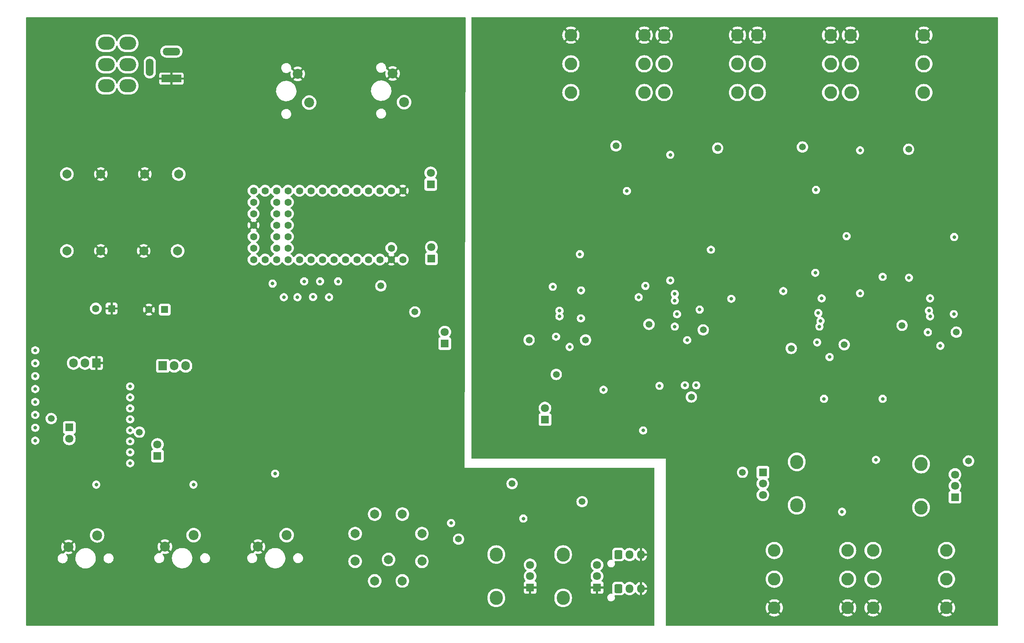
<source format=gbr>
%TF.GenerationSoftware,KiCad,Pcbnew,7.0.8*%
%TF.CreationDate,2024-02-21T10:41:43-05:00*%
%TF.ProjectId,Quad Joystick Mixer,51756164-204a-46f7-9973-7469636b204d,rev?*%
%TF.SameCoordinates,Original*%
%TF.FileFunction,Copper,L2,Inr*%
%TF.FilePolarity,Positive*%
%FSLAX46Y46*%
G04 Gerber Fmt 4.6, Leading zero omitted, Abs format (unit mm)*
G04 Created by KiCad (PCBNEW 7.0.8) date 2024-02-21 10:41:43*
%MOMM*%
%LPD*%
G01*
G04 APERTURE LIST*
G04 Aperture macros list*
%AMRoundRect*
0 Rectangle with rounded corners*
0 $1 Rounding radius*
0 $2 $3 $4 $5 $6 $7 $8 $9 X,Y pos of 4 corners*
0 Add a 4 corners polygon primitive as box body*
4,1,4,$2,$3,$4,$5,$6,$7,$8,$9,$2,$3,0*
0 Add four circle primitives for the rounded corners*
1,1,$1+$1,$2,$3*
1,1,$1+$1,$4,$5*
1,1,$1+$1,$6,$7*
1,1,$1+$1,$8,$9*
0 Add four rect primitives between the rounded corners*
20,1,$1+$1,$2,$3,$4,$5,0*
20,1,$1+$1,$4,$5,$6,$7,0*
20,1,$1+$1,$6,$7,$8,$9,0*
20,1,$1+$1,$8,$9,$2,$3,0*%
G04 Aperture macros list end*
%TA.AperFunction,ComponentPad*%
%ADD10C,1.500000*%
%TD*%
%TA.AperFunction,ComponentPad*%
%ADD11C,2.800000*%
%TD*%
%TA.AperFunction,ComponentPad*%
%ADD12C,2.000000*%
%TD*%
%TA.AperFunction,ComponentPad*%
%ADD13R,1.800000X1.800000*%
%TD*%
%TA.AperFunction,ComponentPad*%
%ADD14C,1.800000*%
%TD*%
%TA.AperFunction,ComponentPad*%
%ADD15R,4.400000X1.700000*%
%TD*%
%TA.AperFunction,ComponentPad*%
%ADD16O,3.900000X1.700000*%
%TD*%
%TA.AperFunction,ComponentPad*%
%ADD17O,1.700000X3.900000*%
%TD*%
%TA.AperFunction,ComponentPad*%
%ADD18C,2.200000*%
%TD*%
%TA.AperFunction,ComponentPad*%
%ADD19O,2.900000X3.100000*%
%TD*%
%TA.AperFunction,ComponentPad*%
%ADD20R,1.905000X2.000000*%
%TD*%
%TA.AperFunction,ComponentPad*%
%ADD21O,1.905000X2.000000*%
%TD*%
%TA.AperFunction,ComponentPad*%
%ADD22RoundRect,0.250000X-0.600000X-0.725000X0.600000X-0.725000X0.600000X0.725000X-0.600000X0.725000X0*%
%TD*%
%TA.AperFunction,ComponentPad*%
%ADD23O,1.700000X1.950000*%
%TD*%
%TA.AperFunction,ComponentPad*%
%ADD24O,3.700000X2.900000*%
%TD*%
%TA.AperFunction,ComponentPad*%
%ADD25R,1.600000X1.600000*%
%TD*%
%TA.AperFunction,ComponentPad*%
%ADD26C,1.600000*%
%TD*%
%TA.AperFunction,ViaPad*%
%ADD27C,0.800000*%
%TD*%
%TA.AperFunction,ViaPad*%
%ADD28C,1.500000*%
%TD*%
G04 APERTURE END LIST*
D10*
%TO.N,Net-(J4-PadT)*%
%TO.C,TP16*%
X161988750Y-58011250D03*
%TD*%
%TO.N,Net-(J6-PadT)*%
%TO.C,TP19*%
X203238750Y-58261250D03*
%TD*%
D11*
%TO.N,unconnected-(J4-PadR)*%
%TO.C,J4*%
X152013750Y-39859850D03*
%TO.N,unconnected-(J4-PadRN)*%
X168243750Y-39859850D03*
%TO.N,GND*%
X152013750Y-33509850D03*
X168243750Y-33509850D03*
%TO.N,Net-(J4-PadT)*%
X152013750Y-46209850D03*
X168243750Y-46209850D03*
%TD*%
D12*
%TO.N,Net-(C3-Pad1)*%
%TO.C,C3*%
X65238750Y-64261250D03*
%TO.N,Earth*%
X57738750Y-64261250D03*
%TD*%
D13*
%TO.N,Net-(D11-K)*%
%TO.C,D11*%
X146268750Y-118589850D03*
D14*
%TO.N,VCC*%
X146268750Y-116049850D03*
%TD*%
D11*
%TO.N,unconnected-(J3-PadR)*%
%TO.C,J3*%
X235103750Y-153912650D03*
%TO.N,unconnected-(J3-PadRN)*%
X218873750Y-153912650D03*
%TO.N,GND*%
X235103750Y-160262650D03*
X218873750Y-160262650D03*
%TO.N,Net-(C28-Pad1)*%
X235103750Y-147562650D03*
X218873750Y-147562650D03*
%TD*%
D13*
%TO.N,Net-(D7-K)*%
%TO.C,D7*%
X60528750Y-126646250D03*
D14*
%TO.N,+12V*%
X60528750Y-124106250D03*
%TD*%
D15*
%TO.N,Earth*%
%TO.C,J1*%
X63638750Y-43122650D03*
D16*
%TO.N,Net-(SW1A-B)*%
X63638750Y-37122650D03*
D17*
%TO.N,unconnected-(J1-Pad3)*%
X58838750Y-40622650D03*
%TD*%
D13*
%TO.N,Net-(D21-K)*%
%TO.C,D21*%
X121151250Y-82986250D03*
D14*
%TO.N,+3.3V*%
X121151250Y-80446250D03*
%TD*%
D18*
%TO.N,/Teensy/POWER*%
%TO.C,SW6*%
X115108750Y-48331250D03*
%TO.N,Earth*%
X112568750Y-41981250D03*
%TD*%
D11*
%TO.N,unconnected-(J5-PadR)*%
%TO.C,J5*%
X172633750Y-39859850D03*
%TO.N,unconnected-(J5-PadRN)*%
X188863750Y-39859850D03*
%TO.N,GND*%
X172633750Y-33509850D03*
X188863750Y-33509850D03*
%TO.N,Net-(J5-PadT)*%
X172633750Y-46209850D03*
X188863750Y-46209850D03*
%TD*%
D19*
%TO.N,*%
%TO.C,RV2*%
X229488750Y-138061250D03*
X229488750Y-128461250D03*
D13*
%TO.N,Net-(R17-Pad2)*%
X236988750Y-135761250D03*
D14*
%TO.N,/Audio Input/Channel2_Input*%
X236988750Y-133261250D03*
X236988750Y-130761250D03*
%TD*%
D20*
%TO.N,Net-(D3-A)*%
%TO.C,U1*%
X61698750Y-106706250D03*
D21*
%TO.N,+12V*%
X64238750Y-106706250D03*
%TO.N,Net-(D1-K)*%
X66778750Y-106706250D03*
%TD*%
D18*
%TO.N,/Teensy/Button_1*%
%TO.C,SW3*%
X47178750Y-144221250D03*
%TO.N,Earth*%
X40828750Y-146761250D03*
%TD*%
D10*
%TO.N,Net-(U16A-+)*%
%TO.C,TP13*%
X200763750Y-102836250D03*
%TD*%
D20*
%TO.N,Earth*%
%TO.C,U2*%
X47028750Y-106066250D03*
D21*
%TO.N,Net-(D5-A)*%
X44488750Y-106066250D03*
%TO.N,-12V*%
X41948750Y-106066250D03*
%TD*%
D18*
%TO.N,/Teensy/Button_2*%
%TO.C,SW4*%
X68528750Y-144181250D03*
%TO.N,Earth*%
X62178750Y-146721250D03*
%TD*%
D11*
%TO.N,unconnected-(J6-PadR)*%
%TO.C,J6*%
X193253750Y-39859850D03*
%TO.N,unconnected-(J6-PadRN)*%
X209483750Y-39859850D03*
%TO.N,GND*%
X193253750Y-33509850D03*
X209483750Y-33509850D03*
%TO.N,Net-(J6-PadT)*%
X193253750Y-46209850D03*
X209483750Y-46209850D03*
%TD*%
D12*
%TO.N,Net-(C3-Pad1)*%
%TO.C,C4*%
X64988750Y-81261250D03*
%TO.N,Earth*%
X57488750Y-81261250D03*
%TD*%
D22*
%TO.N,+3.3V*%
%TO.C,J9*%
X162500000Y-148475000D03*
D23*
%TO.N,Net-(J9-Pin_2)*%
X165000000Y-148475000D03*
%TO.N,Earth*%
X167500000Y-148475000D03*
%TD*%
D12*
%TO.N,Net-(R62-Pad1)*%
%TO.C,SW2*%
X119049750Y-149973650D03*
%TO.N,Net-(R63-Pad1)*%
X114719750Y-154303650D03*
%TO.N,Net-(R73-Pad1)*%
X108597750Y-154303650D03*
%TO.N,Net-(R74-Pad1)*%
X104267750Y-149973650D03*
%TO.N,Net-(R75-Pad1)*%
X104267750Y-143851650D03*
%TO.N,Net-(R76-Pad1)*%
X108597750Y-139521650D03*
%TO.N,Net-(R77-Pad1)*%
X114719750Y-139521650D03*
%TO.N,unconnected-(SW2-Pad8)*%
X119049750Y-143851650D03*
%TO.N,/Teensy/Channel Selection*%
X111658750Y-149562650D03*
%TD*%
D10*
%TO.N,VCC*%
%TO.C,TP5*%
X148768750Y-108589850D03*
%TD*%
D13*
%TO.N,Net-(D8-K)*%
%TO.C,D8*%
X124098750Y-101761250D03*
D14*
%TO.N,+5V*%
X124098750Y-99221250D03*
%TD*%
D10*
%TO.N,-12V*%
%TO.C,TP3*%
X37028750Y-118371250D03*
%TD*%
D19*
%TO.N,*%
%TO.C,RV1*%
X201988750Y-127961250D03*
X201988750Y-137561250D03*
D13*
%TO.N,Net-(R16-Pad2)*%
X194488750Y-130261250D03*
D14*
%TO.N,/Audio Input/Channel1_Input*%
X194488750Y-132761250D03*
X194488750Y-135261250D03*
%TD*%
D10*
%TO.N,Net-(J7-PadT)*%
%TO.C,TP18*%
X226738750Y-58761250D03*
%TD*%
D19*
%TO.N,*%
%TO.C,RV4*%
X150288750Y-158061250D03*
X150288750Y-148461250D03*
D13*
%TO.N,Earth*%
X157788750Y-155761250D03*
D14*
%TO.N,Net-(J9-Pin_2)*%
X157788750Y-153261250D03*
%TO.N,+3.3V*%
X157788750Y-150761250D03*
%TD*%
D10*
%TO.N,/Teensy/CD_Control*%
%TO.C,TP21*%
X154488750Y-136761250D03*
%TD*%
%TO.N,+3.3V*%
%TO.C,TP1*%
X109960057Y-88984230D03*
%TD*%
D18*
%TO.N,/Teensy/PROGRAM*%
%TO.C,SW7*%
X94108750Y-48411250D03*
%TO.N,Earth*%
X91568750Y-42061250D03*
%TD*%
D10*
%TO.N,/Audio Input/Channel1_Input*%
%TO.C,TP6*%
X189988750Y-130261250D03*
%TD*%
%TO.N,Net-(U13-W0)*%
%TO.C,TP9*%
X225288750Y-97741250D03*
%TD*%
%TO.N,Net-(J5-PadT)*%
%TO.C,TP17*%
X184488750Y-58511250D03*
%TD*%
%TO.N,+12V*%
%TO.C,TP2*%
X56528750Y-121371250D03*
%TD*%
D24*
%TO.N,Net-(D2-A)*%
%TO.C,SW1*%
X53988750Y-44711250D03*
%TO.N,Net-(SW1A-B)*%
X53988750Y-40011250D03*
%TO.N,unconnected-(SW1A-C-Pad3)*%
X53988750Y-35311250D03*
%TO.N,Net-(D2-A)*%
X49188750Y-44711250D03*
%TO.N,Net-(SW1A-B)*%
X49188750Y-40011250D03*
%TO.N,unconnected-(SW1B-C-Pad6)*%
X49188750Y-35311250D03*
%TD*%
D10*
%TO.N,/Teensy/Channel Selection*%
%TO.C,TP22*%
X127158750Y-145062650D03*
%TD*%
D25*
%TO.N,Earth*%
%TO.C,C14*%
X50391401Y-94011250D03*
D26*
%TO.N,Net-(D5-A)*%
X46891401Y-94011250D03*
%TD*%
D22*
%TO.N,+3.3V*%
%TO.C,J8*%
X162500000Y-156000000D03*
D23*
%TO.N,Net-(J8-Pin_2)*%
X165000000Y-156000000D03*
%TO.N,Earth*%
X167500000Y-156000000D03*
%TD*%
D10*
%TO.N,Net-(U10B-+)*%
%TO.C,TP14*%
X155251250Y-100971250D03*
%TD*%
D12*
%TO.N,Earth*%
%TO.C,C12*%
X47988750Y-64261250D03*
%TO.N,Net-(C12-Pad2)*%
X40488750Y-64261250D03*
%TD*%
D10*
%TO.N,+5V*%
%TO.C,TP4*%
X117488750Y-94761250D03*
%TD*%
D19*
%TO.N,*%
%TO.C,RV3*%
X135488750Y-158061250D03*
X135488750Y-148461250D03*
D13*
%TO.N,Earth*%
X142988750Y-155761250D03*
D14*
%TO.N,Net-(J8-Pin_2)*%
X142988750Y-153261250D03*
%TO.N,+3.3V*%
X142988750Y-150761250D03*
%TD*%
D10*
%TO.N,/Audio Input/Channel2_Input*%
%TO.C,TP7*%
X239988750Y-127761250D03*
%TD*%
%TO.N,Net-(U16B-+)*%
%TO.C,TP15*%
X212488750Y-102011250D03*
%TD*%
D18*
%TO.N,/Teensy/Button_3*%
%TO.C,SW5*%
X89108750Y-144181250D03*
%TO.N,Earth*%
X82758750Y-146721250D03*
%TD*%
D10*
%TO.N,VDD*%
%TO.C,TP23*%
X178668750Y-113589850D03*
%TD*%
D11*
%TO.N,unconnected-(J7-PadR)*%
%TO.C,J7*%
X213873750Y-39859850D03*
%TO.N,unconnected-(J7-PadRN)*%
X230103750Y-39859850D03*
%TO.N,GND*%
X213873750Y-33509850D03*
X230103750Y-33509850D03*
%TO.N,Net-(J7-PadT)*%
X213873750Y-46209850D03*
X230103750Y-46209850D03*
%TD*%
D10*
%TO.N,Net-(U10A-+)*%
%TO.C,TP12*%
X142751250Y-100971250D03*
%TD*%
D13*
%TO.N,-12V*%
%TO.C,D9*%
X41028750Y-120331250D03*
D14*
%TO.N,Net-(D9-A)*%
X41028750Y-122871250D03*
%TD*%
D11*
%TO.N,unconnected-(J2-PadR)*%
%TO.C,J2*%
X213238750Y-153912650D03*
%TO.N,unconnected-(J2-PadRN)*%
X197008750Y-153912650D03*
%TO.N,GND*%
X213238750Y-160262650D03*
X197008750Y-160262650D03*
%TO.N,Net-(C24-Pad1)*%
X213238750Y-147562650D03*
X197008750Y-147562650D03*
%TD*%
D12*
%TO.N,Earth*%
%TO.C,C13*%
X47988750Y-81261250D03*
%TO.N,Net-(C12-Pad2)*%
X40488750Y-81261250D03*
%TD*%
D10*
%TO.N,Net-(U6B-+)*%
%TO.C,TP10*%
X181288750Y-98741250D03*
%TD*%
%TO.N,Net-(U13-W1)*%
%TO.C,TP11*%
X237288750Y-99241250D03*
%TD*%
%TO.N,Net-(U6A-+)*%
%TO.C,TP8*%
X169288750Y-97511250D03*
%TD*%
D26*
%TO.N,Earth*%
%TO.C,U20*%
X114813750Y-67942650D03*
%TO.N,unconnected-(U20-0_RX1_CRX2_CS1-Pad2)*%
X112273750Y-67942650D03*
%TO.N,unconnected-(U20-1_TX1_CTX2_MISO1-Pad3)*%
X109733750Y-67942650D03*
%TO.N,/Teensy/LED_1*%
X107193750Y-67942650D03*
%TO.N,/Teensy/LED_2*%
X104653750Y-67942650D03*
%TO.N,unconnected-(U20-4_BCLK2-Pad6)*%
X102113750Y-67942650D03*
%TO.N,unconnected-(U20-5_IN2-Pad7)*%
X99573750Y-67942650D03*
%TO.N,/Teensy/Button_1*%
X97033750Y-67942650D03*
%TO.N,/Teensy/Button_2*%
X94493750Y-67942650D03*
%TO.N,/Teensy/Button_3*%
X91953750Y-67942650D03*
%TO.N,unconnected-(U20-9_OUT1C-Pad11)*%
X89413750Y-67942650D03*
%TO.N,unconnected-(U20-10_CS_MQSR-Pad12)*%
X86873750Y-67942650D03*
%TO.N,unconnected-(U20-11_MOSI_CTX1-Pad13)*%
X84333750Y-67942650D03*
%TO.N,unconnected-(U20-12_MISO_MQSL-Pad14)*%
X81793750Y-67942650D03*
%TO.N,unconnected-(U20-VBAT-Pad15)*%
X81793750Y-70482650D03*
%TO.N,+3.3V*%
X81793750Y-73022650D03*
%TO.N,Earth*%
X81793750Y-75562650D03*
%TO.N,/Teensy/PROGRAM*%
X81793750Y-78102650D03*
%TO.N,/Teensy/POWER*%
X81793750Y-80642650D03*
%TO.N,unconnected-(U20-13_SCK_CRX1_LED-Pad20)*%
X81793750Y-83182650D03*
%TO.N,/Teensy/Channel Selection*%
X84333750Y-83182650D03*
%TO.N,/Teensy/AB_Control*%
X86873750Y-83182650D03*
%TO.N,/SCL1*%
X89413750Y-83182650D03*
%TO.N,/SDA1*%
X91953750Y-83182650D03*
%TO.N,/SDA0*%
X94493750Y-83182650D03*
%TO.N,/SCL0*%
X97033750Y-83182650D03*
%TO.N,/Teensy/CD_Control*%
X99573750Y-83182650D03*
%TO.N,unconnected-(U20-21_A7_RX5_BCLK1-Pad28)*%
X102113750Y-83182650D03*
%TO.N,unconnected-(U20-22_A8_CTX1-Pad29)*%
X104653750Y-83182650D03*
%TO.N,unconnected-(U20-23_A9_CRX1_MCLK1-Pad30)*%
X107193750Y-83182650D03*
%TO.N,+3.3V*%
X109733750Y-83182650D03*
%TO.N,Earth*%
X112273750Y-83182650D03*
%TO.N,+5V*%
X114813750Y-83182650D03*
%TO.N,unconnected-(U20-VUSB-Pad34)*%
X112273750Y-80642650D03*
%TO.N,unconnected-(U20-24_A10_TX6_SCL2-Pad35)*%
X86873750Y-80642650D03*
%TO.N,unconnected-(U20-25_A11_RX6_SDA2-Pad36)*%
X89413750Y-80642650D03*
%TO.N,unconnected-(U20-26_A12_MOSI1-Pad37)*%
X86873750Y-78102650D03*
%TO.N,unconnected-(U20-27_A13_SCK1-Pad38)*%
X89413750Y-78102650D03*
%TO.N,unconnected-(U20-28_RX7-Pad39)*%
X86873750Y-75562650D03*
%TO.N,unconnected-(U20-29_TX7-Pad40)*%
X89413750Y-75562650D03*
%TO.N,unconnected-(U20-30_CRX3-Pad41)*%
X86873750Y-73022650D03*
%TO.N,unconnected-(U20-31_CTX3-Pad42)*%
X89413750Y-73022650D03*
%TO.N,unconnected-(U20-32_OUT1B-Pad43)*%
X86873750Y-70482650D03*
%TO.N,unconnected-(U20-33_MCLK2-Pad44)*%
X89413750Y-70482650D03*
%TD*%
D10*
%TO.N,/Teensy/AB_Control*%
%TO.C,TP20*%
X138988750Y-132761250D03*
%TD*%
D13*
%TO.N,Net-(D20-K)*%
%TO.C,D20*%
X120988750Y-66536250D03*
D14*
%TO.N,+3.3V*%
X120988750Y-63996250D03*
%TD*%
D25*
%TO.N,Net-(D1-K)*%
%TO.C,C5*%
X62141401Y-94261250D03*
D26*
%TO.N,Earth*%
X58641401Y-94261250D03*
%TD*%
D27*
%TO.N,Earth*%
X103767750Y-139232250D03*
X74290150Y-78062650D03*
X114172557Y-87945057D03*
X102238750Y-156511250D03*
X49238750Y-120761250D03*
X107488750Y-99261250D03*
X147000000Y-131500000D03*
X124436250Y-72759850D03*
X77988750Y-137261250D03*
X98488750Y-147511250D03*
X141238750Y-142261250D03*
X64488750Y-114261250D03*
X80488750Y-134261250D03*
X58778750Y-137221250D03*
X126988750Y-105261250D03*
X123238750Y-149761250D03*
X49238750Y-103011250D03*
X120598750Y-89459850D03*
X37738750Y-103011250D03*
X118488750Y-107761250D03*
X107513750Y-96286250D03*
X144788750Y-130711250D03*
X123276250Y-89137350D03*
X78488750Y-85261250D03*
X112988750Y-158261250D03*
X37488750Y-100511250D03*
X118738750Y-158511250D03*
X38528750Y-134221250D03*
X87488750Y-57761250D03*
X54738750Y-94511250D03*
X121398350Y-137851650D03*
X121988750Y-72957350D03*
X104488750Y-57511250D03*
X121767750Y-155982250D03*
X146738750Y-141011250D03*
X50238750Y-116011250D03*
X61488750Y-99261250D03*
X76499230Y-75021730D03*
X107988750Y-93761250D03*
X113488750Y-106323750D03*
D28*
X124250000Y-120500000D03*
D27*
X111988750Y-112761250D03*
X36988750Y-137261250D03*
X111997557Y-88002443D03*
X64488750Y-102261250D03*
X155988750Y-147511250D03*
X141488750Y-147511250D03*
X68988750Y-119761250D03*
X67098750Y-124871250D03*
X60738750Y-134261250D03*
X156238750Y-142761250D03*
X153738750Y-133011250D03*
%TO.N,+12V*%
X54488750Y-123404105D03*
X159217350Y-111989850D03*
X174000000Y-60000000D03*
X183000000Y-81000000D03*
X154000000Y-82000000D03*
X54488750Y-116118392D03*
X171604850Y-111127350D03*
X213000000Y-78000000D03*
X54488750Y-118546963D03*
X54488750Y-111261250D03*
X54488750Y-128261250D03*
X54488750Y-125832676D03*
X216000000Y-59000000D03*
X54488750Y-120975534D03*
X54488750Y-113689821D03*
X236813750Y-78186250D03*
X219501250Y-127501250D03*
%TO.N,-12V*%
X33488750Y-103261250D03*
X141500000Y-140500000D03*
X33488750Y-120404102D03*
X33488750Y-114689818D03*
X33488750Y-108975534D03*
X174000000Y-87800000D03*
X206091250Y-86108750D03*
X33488750Y-106118392D03*
X168000000Y-121000000D03*
X33488750Y-111832676D03*
X226800000Y-87200000D03*
X206238750Y-67761250D03*
X148000000Y-89200000D03*
X33488750Y-117546960D03*
X33488750Y-123261250D03*
X212000000Y-139000000D03*
X164400000Y-68000000D03*
%TO.N,GND*%
X240738750Y-96761250D03*
X152738750Y-116511250D03*
X215523750Y-140161250D03*
X215913750Y-99336250D03*
X216723750Y-140161250D03*
X168988750Y-64261250D03*
X211738750Y-65011250D03*
X171701250Y-87723750D03*
X240488750Y-93761250D03*
X190723750Y-147061250D03*
X160488750Y-66011250D03*
X157738750Y-91761250D03*
X190198750Y-83051250D03*
X209988750Y-85761250D03*
X236988750Y-87261250D03*
X183968750Y-96011250D03*
X210488750Y-63761250D03*
X170890163Y-90385243D03*
X213023750Y-122161250D03*
X169768750Y-122731250D03*
X215413750Y-93836250D03*
X140750000Y-87471250D03*
X230488750Y-97011250D03*
X186223750Y-133061250D03*
X163768750Y-116731250D03*
X220238750Y-60761250D03*
X215738750Y-80261250D03*
X226543750Y-93066250D03*
X171738750Y-109011250D03*
X142500000Y-88500000D03*
X158123750Y-94146250D03*
X242023750Y-139411250D03*
X215073750Y-118311250D03*
X203988750Y-67761250D03*
X169988750Y-65261250D03*
X183968750Y-90281250D03*
X202316250Y-88183750D03*
X169238750Y-87761250D03*
X210523750Y-138561250D03*
X240873750Y-149261250D03*
D28*
X134100000Y-120500000D03*
D27*
X174988750Y-96511250D03*
X240853750Y-80376250D03*
X162488750Y-84261250D03*
X144738750Y-92261250D03*
X178238750Y-61511250D03*
X240488750Y-91011250D03*
X228238750Y-79511250D03*
X177768750Y-119981250D03*
X160238750Y-82261250D03*
X226836250Y-89413750D03*
X215488750Y-96261250D03*
X202238750Y-94511250D03*
X146488750Y-124511250D03*
X201238750Y-85761250D03*
X157988750Y-97761250D03*
X183988750Y-92761250D03*
X155238750Y-121761250D03*
X185988750Y-80761250D03*
X166238750Y-120761250D03*
X155717350Y-109489850D03*
X217426250Y-127563750D03*
%TO.N,/Audio Input/Channel1_Input*%
X167000000Y-91500000D03*
X187500000Y-91861750D03*
%TO.N,/Audio Input/Channel2_Input*%
X199000000Y-90154750D03*
X216000000Y-90646250D03*
%TO.N,VCC*%
X154226250Y-96191750D03*
X180488750Y-94261250D03*
X206738750Y-95011250D03*
X236726250Y-95248750D03*
%TO.N,+3.3V*%
X88500000Y-91500000D03*
X86568750Y-130568750D03*
X125500000Y-141500000D03*
X154250000Y-90000000D03*
X175000000Y-90775500D03*
X231488750Y-91761250D03*
X94960057Y-91460057D03*
X68500000Y-133000000D03*
X91500000Y-91500000D03*
X47000000Y-133000000D03*
X207488750Y-91761250D03*
X98500000Y-91500000D03*
%TO.N,/Audio Output/A*%
X221000000Y-87000000D03*
X168500000Y-89000000D03*
%TO.N,VDD*%
X179738750Y-111011250D03*
X233738750Y-102261250D03*
X209238750Y-104761250D03*
X174988750Y-98011250D03*
X177238750Y-111011250D03*
X230988750Y-99261250D03*
X151738750Y-102511250D03*
X148725036Y-100247536D03*
X177738750Y-101011250D03*
X206488750Y-101511250D03*
X221000000Y-114000000D03*
X208000000Y-114000000D03*
%TO.N,/SCL0*%
X100500000Y-88000000D03*
X174988750Y-92261250D03*
X149488750Y-94511250D03*
%TO.N,/SDA0*%
X149488750Y-95761250D03*
X175488750Y-95261250D03*
X96500000Y-88000000D03*
%TO.N,/SDA1*%
X93000000Y-88000000D03*
X206988750Y-98011250D03*
X231488750Y-95761250D03*
%TO.N,/SCL1*%
X207238750Y-96761250D03*
X86000000Y-88500000D03*
X231238750Y-94511250D03*
%TD*%
%TA.AperFunction,Conductor*%
%TO.N,GND*%
G36*
X246431289Y-29531435D02*
G01*
X246477044Y-29584239D01*
X246488250Y-29635750D01*
X246488250Y-164136750D01*
X246468565Y-164203789D01*
X246415761Y-164249544D01*
X246364250Y-164260750D01*
X173112750Y-164260750D01*
X173045711Y-164241065D01*
X172999956Y-164188261D01*
X172988750Y-164136750D01*
X172988750Y-160262651D01*
X195103897Y-160262651D01*
X195123286Y-160533740D01*
X195123287Y-160533747D01*
X195181055Y-160799304D01*
X195276035Y-161053956D01*
X195276037Y-161053960D01*
X195406282Y-161292485D01*
X195406287Y-161292493D01*
X195500070Y-161417774D01*
X195500071Y-161417774D01*
X196292088Y-160625757D01*
X196379327Y-160764598D01*
X196506802Y-160892073D01*
X196645641Y-160979311D01*
X195853624Y-161771327D01*
X195853625Y-161771328D01*
X195978906Y-161865112D01*
X195978914Y-161865117D01*
X196217439Y-161995362D01*
X196217443Y-161995364D01*
X196472095Y-162090344D01*
X196737652Y-162148112D01*
X196737659Y-162148113D01*
X197008749Y-162167503D01*
X197008751Y-162167503D01*
X197279840Y-162148113D01*
X197279847Y-162148112D01*
X197545404Y-162090344D01*
X197800056Y-161995364D01*
X197800060Y-161995362D01*
X198038585Y-161865117D01*
X198038593Y-161865112D01*
X198163873Y-161771328D01*
X198163874Y-161771327D01*
X197371858Y-160979311D01*
X197510698Y-160892073D01*
X197638173Y-160764598D01*
X197725411Y-160625758D01*
X198517427Y-161417774D01*
X198517428Y-161417773D01*
X198611212Y-161292493D01*
X198611217Y-161292485D01*
X198741462Y-161053960D01*
X198741464Y-161053956D01*
X198836444Y-160799304D01*
X198894212Y-160533747D01*
X198894213Y-160533740D01*
X198913603Y-160262651D01*
X211333897Y-160262651D01*
X211353286Y-160533740D01*
X211353287Y-160533747D01*
X211411055Y-160799304D01*
X211506035Y-161053956D01*
X211506037Y-161053960D01*
X211636282Y-161292485D01*
X211636287Y-161292493D01*
X211730070Y-161417774D01*
X211730071Y-161417774D01*
X212522088Y-160625757D01*
X212609327Y-160764598D01*
X212736802Y-160892073D01*
X212875641Y-160979311D01*
X212083624Y-161771327D01*
X212083625Y-161771328D01*
X212208906Y-161865112D01*
X212208914Y-161865117D01*
X212447439Y-161995362D01*
X212447443Y-161995364D01*
X212702095Y-162090344D01*
X212967652Y-162148112D01*
X212967659Y-162148113D01*
X213238749Y-162167503D01*
X213238751Y-162167503D01*
X213509840Y-162148113D01*
X213509847Y-162148112D01*
X213775404Y-162090344D01*
X214030056Y-161995364D01*
X214030060Y-161995362D01*
X214268585Y-161865117D01*
X214268593Y-161865112D01*
X214393873Y-161771328D01*
X214393874Y-161771327D01*
X213601858Y-160979311D01*
X213740698Y-160892073D01*
X213868173Y-160764598D01*
X213955411Y-160625758D01*
X214747427Y-161417774D01*
X214747428Y-161417773D01*
X214841212Y-161292493D01*
X214841217Y-161292485D01*
X214971462Y-161053960D01*
X214971464Y-161053956D01*
X215066444Y-160799304D01*
X215124212Y-160533747D01*
X215124213Y-160533740D01*
X215143603Y-160262651D01*
X216968897Y-160262651D01*
X216988286Y-160533740D01*
X216988287Y-160533747D01*
X217046055Y-160799304D01*
X217141035Y-161053956D01*
X217141037Y-161053960D01*
X217271282Y-161292485D01*
X217271287Y-161292493D01*
X217365070Y-161417774D01*
X217365071Y-161417774D01*
X218157088Y-160625757D01*
X218244327Y-160764598D01*
X218371802Y-160892073D01*
X218510641Y-160979311D01*
X217718624Y-161771327D01*
X217718625Y-161771328D01*
X217843906Y-161865112D01*
X217843914Y-161865117D01*
X218082439Y-161995362D01*
X218082443Y-161995364D01*
X218337095Y-162090344D01*
X218602652Y-162148112D01*
X218602659Y-162148113D01*
X218873749Y-162167503D01*
X218873751Y-162167503D01*
X219144840Y-162148113D01*
X219144847Y-162148112D01*
X219410404Y-162090344D01*
X219665056Y-161995364D01*
X219665060Y-161995362D01*
X219903585Y-161865117D01*
X219903593Y-161865112D01*
X220028873Y-161771328D01*
X220028874Y-161771327D01*
X219236858Y-160979311D01*
X219375698Y-160892073D01*
X219503173Y-160764598D01*
X219590411Y-160625758D01*
X220382427Y-161417774D01*
X220382428Y-161417773D01*
X220476212Y-161292493D01*
X220476217Y-161292485D01*
X220606462Y-161053960D01*
X220606464Y-161053956D01*
X220701444Y-160799304D01*
X220759212Y-160533747D01*
X220759213Y-160533740D01*
X220778603Y-160262651D01*
X233198897Y-160262651D01*
X233218286Y-160533740D01*
X233218287Y-160533747D01*
X233276055Y-160799304D01*
X233371035Y-161053956D01*
X233371037Y-161053960D01*
X233501282Y-161292485D01*
X233501287Y-161292493D01*
X233595070Y-161417774D01*
X233595071Y-161417774D01*
X234387088Y-160625757D01*
X234474327Y-160764598D01*
X234601802Y-160892073D01*
X234740641Y-160979311D01*
X233948624Y-161771327D01*
X233948625Y-161771328D01*
X234073906Y-161865112D01*
X234073914Y-161865117D01*
X234312439Y-161995362D01*
X234312443Y-161995364D01*
X234567095Y-162090344D01*
X234832652Y-162148112D01*
X234832659Y-162148113D01*
X235103749Y-162167503D01*
X235103751Y-162167503D01*
X235374840Y-162148113D01*
X235374847Y-162148112D01*
X235640404Y-162090344D01*
X235895056Y-161995364D01*
X235895060Y-161995362D01*
X236133585Y-161865117D01*
X236133593Y-161865112D01*
X236258873Y-161771328D01*
X236258874Y-161771327D01*
X235466858Y-160979311D01*
X235605698Y-160892073D01*
X235733173Y-160764598D01*
X235820411Y-160625758D01*
X236612427Y-161417774D01*
X236612428Y-161417773D01*
X236706212Y-161292493D01*
X236706217Y-161292485D01*
X236836462Y-161053960D01*
X236836464Y-161053956D01*
X236931444Y-160799304D01*
X236989212Y-160533747D01*
X236989213Y-160533740D01*
X237008603Y-160262651D01*
X237008603Y-160262648D01*
X236989213Y-159991559D01*
X236989212Y-159991552D01*
X236931444Y-159725995D01*
X236836464Y-159471343D01*
X236836462Y-159471339D01*
X236706217Y-159232814D01*
X236706212Y-159232806D01*
X236612428Y-159107525D01*
X236612427Y-159107524D01*
X235820410Y-159899540D01*
X235733173Y-159760702D01*
X235605698Y-159633227D01*
X235466858Y-159545988D01*
X236258874Y-158753971D01*
X236258874Y-158753970D01*
X236133593Y-158660187D01*
X236133585Y-158660182D01*
X235895060Y-158529937D01*
X235895056Y-158529935D01*
X235640404Y-158434955D01*
X235374847Y-158377187D01*
X235374840Y-158377186D01*
X235103751Y-158357797D01*
X235103749Y-158357797D01*
X234832659Y-158377186D01*
X234832652Y-158377187D01*
X234567095Y-158434955D01*
X234312443Y-158529935D01*
X234312439Y-158529937D01*
X234073914Y-158660182D01*
X233948625Y-158753971D01*
X234740642Y-159545988D01*
X234601802Y-159633227D01*
X234474327Y-159760702D01*
X234387088Y-159899541D01*
X233595071Y-159107525D01*
X233501282Y-159232814D01*
X233371037Y-159471339D01*
X233371035Y-159471343D01*
X233276055Y-159725995D01*
X233218287Y-159991552D01*
X233218286Y-159991559D01*
X233198897Y-160262648D01*
X233198897Y-160262651D01*
X220778603Y-160262651D01*
X220778603Y-160262648D01*
X220759213Y-159991559D01*
X220759212Y-159991552D01*
X220701444Y-159725995D01*
X220606464Y-159471343D01*
X220606462Y-159471339D01*
X220476217Y-159232814D01*
X220476212Y-159232806D01*
X220382428Y-159107525D01*
X220382427Y-159107524D01*
X219590410Y-159899540D01*
X219503173Y-159760702D01*
X219375698Y-159633227D01*
X219236858Y-159545988D01*
X220028874Y-158753971D01*
X220028874Y-158753970D01*
X219903593Y-158660187D01*
X219903585Y-158660182D01*
X219665060Y-158529937D01*
X219665056Y-158529935D01*
X219410404Y-158434955D01*
X219144847Y-158377187D01*
X219144840Y-158377186D01*
X218873751Y-158357797D01*
X218873749Y-158357797D01*
X218602659Y-158377186D01*
X218602652Y-158377187D01*
X218337095Y-158434955D01*
X218082443Y-158529935D01*
X218082439Y-158529937D01*
X217843914Y-158660182D01*
X217718625Y-158753971D01*
X218510642Y-159545988D01*
X218371802Y-159633227D01*
X218244327Y-159760702D01*
X218157088Y-159899541D01*
X217365071Y-159107525D01*
X217271282Y-159232814D01*
X217141037Y-159471339D01*
X217141035Y-159471343D01*
X217046055Y-159725995D01*
X216988287Y-159991552D01*
X216988286Y-159991559D01*
X216968897Y-160262648D01*
X216968897Y-160262651D01*
X215143603Y-160262651D01*
X215143603Y-160262648D01*
X215124213Y-159991559D01*
X215124212Y-159991552D01*
X215066444Y-159725995D01*
X214971464Y-159471343D01*
X214971462Y-159471339D01*
X214841217Y-159232814D01*
X214841212Y-159232806D01*
X214747428Y-159107525D01*
X214747427Y-159107524D01*
X213955410Y-159899540D01*
X213868173Y-159760702D01*
X213740698Y-159633227D01*
X213601858Y-159545988D01*
X214393874Y-158753971D01*
X214393874Y-158753970D01*
X214268593Y-158660187D01*
X214268585Y-158660182D01*
X214030060Y-158529937D01*
X214030056Y-158529935D01*
X213775404Y-158434955D01*
X213509847Y-158377187D01*
X213509840Y-158377186D01*
X213238751Y-158357797D01*
X213238749Y-158357797D01*
X212967659Y-158377186D01*
X212967652Y-158377187D01*
X212702095Y-158434955D01*
X212447443Y-158529935D01*
X212447439Y-158529937D01*
X212208914Y-158660182D01*
X212083625Y-158753971D01*
X212875642Y-159545988D01*
X212736802Y-159633227D01*
X212609327Y-159760702D01*
X212522088Y-159899541D01*
X211730071Y-159107525D01*
X211636282Y-159232814D01*
X211506037Y-159471339D01*
X211506035Y-159471343D01*
X211411055Y-159725995D01*
X211353287Y-159991552D01*
X211353286Y-159991559D01*
X211333897Y-160262648D01*
X211333897Y-160262651D01*
X198913603Y-160262651D01*
X198913603Y-160262648D01*
X198894213Y-159991559D01*
X198894212Y-159991552D01*
X198836444Y-159725995D01*
X198741464Y-159471343D01*
X198741462Y-159471339D01*
X198611217Y-159232814D01*
X198611212Y-159232806D01*
X198517428Y-159107525D01*
X198517427Y-159107524D01*
X197725410Y-159899540D01*
X197638173Y-159760702D01*
X197510698Y-159633227D01*
X197371858Y-159545988D01*
X198163874Y-158753971D01*
X198163874Y-158753970D01*
X198038593Y-158660187D01*
X198038585Y-158660182D01*
X197800060Y-158529937D01*
X197800056Y-158529935D01*
X197545404Y-158434955D01*
X197279847Y-158377187D01*
X197279840Y-158377186D01*
X197008751Y-158357797D01*
X197008749Y-158357797D01*
X196737659Y-158377186D01*
X196737652Y-158377187D01*
X196472095Y-158434955D01*
X196217443Y-158529935D01*
X196217439Y-158529937D01*
X195978914Y-158660182D01*
X195853625Y-158753971D01*
X196645642Y-159545988D01*
X196506802Y-159633227D01*
X196379327Y-159760702D01*
X196292088Y-159899542D01*
X195500071Y-159107525D01*
X195406282Y-159232814D01*
X195276037Y-159471339D01*
X195276035Y-159471343D01*
X195181055Y-159725995D01*
X195123287Y-159991552D01*
X195123286Y-159991559D01*
X195103897Y-160262648D01*
X195103897Y-160262651D01*
X172988750Y-160262651D01*
X172988750Y-153912651D01*
X195103395Y-153912651D01*
X195122789Y-154183810D01*
X195122790Y-154183817D01*
X195180573Y-154449443D01*
X195180575Y-154449451D01*
X195212484Y-154535001D01*
X195275580Y-154704169D01*
X195405859Y-154942757D01*
X195405860Y-154942758D01*
X195405863Y-154942763D01*
X195568779Y-155160392D01*
X195568783Y-155160396D01*
X195568788Y-155160402D01*
X195760997Y-155352611D01*
X195761003Y-155352616D01*
X195761008Y-155352621D01*
X195978637Y-155515537D01*
X195978641Y-155515539D01*
X195978642Y-155515540D01*
X196217231Y-155645819D01*
X196217230Y-155645819D01*
X196217234Y-155645820D01*
X196217237Y-155645822D01*
X196471949Y-155740825D01*
X196737590Y-155798611D01*
X196989355Y-155816617D01*
X197008749Y-155818005D01*
X197008750Y-155818005D01*
X197008751Y-155818005D01*
X197026850Y-155816710D01*
X197279910Y-155798611D01*
X197545551Y-155740825D01*
X197800263Y-155645822D01*
X197800267Y-155645819D01*
X197800269Y-155645819D01*
X197919563Y-155580679D01*
X198038863Y-155515537D01*
X198256492Y-155352621D01*
X198448721Y-155160392D01*
X198611637Y-154942763D01*
X198741922Y-154704163D01*
X198836925Y-154449451D01*
X198894711Y-154183810D01*
X198914105Y-153912651D01*
X211333395Y-153912651D01*
X211352789Y-154183810D01*
X211352790Y-154183817D01*
X211410573Y-154449443D01*
X211410575Y-154449451D01*
X211442484Y-154535001D01*
X211505580Y-154704169D01*
X211635859Y-154942757D01*
X211635860Y-154942758D01*
X211635863Y-154942763D01*
X211798779Y-155160392D01*
X211798783Y-155160396D01*
X211798788Y-155160402D01*
X211990997Y-155352611D01*
X211991003Y-155352616D01*
X211991008Y-155352621D01*
X212208637Y-155515537D01*
X212208641Y-155515539D01*
X212208642Y-155515540D01*
X212447231Y-155645819D01*
X212447230Y-155645819D01*
X212447234Y-155645820D01*
X212447237Y-155645822D01*
X212701949Y-155740825D01*
X212967590Y-155798611D01*
X213219355Y-155816617D01*
X213238749Y-155818005D01*
X213238750Y-155818005D01*
X213238751Y-155818005D01*
X213256850Y-155816710D01*
X213509910Y-155798611D01*
X213775551Y-155740825D01*
X214030263Y-155645822D01*
X214030267Y-155645819D01*
X214030269Y-155645819D01*
X214149563Y-155580679D01*
X214268863Y-155515537D01*
X214486492Y-155352621D01*
X214678721Y-155160392D01*
X214841637Y-154942763D01*
X214971922Y-154704163D01*
X215066925Y-154449451D01*
X215124711Y-154183810D01*
X215144105Y-153912651D01*
X216968395Y-153912651D01*
X216987789Y-154183810D01*
X216987790Y-154183817D01*
X217045573Y-154449443D01*
X217045575Y-154449451D01*
X217077484Y-154535001D01*
X217140580Y-154704169D01*
X217270859Y-154942757D01*
X217270860Y-154942758D01*
X217270863Y-154942763D01*
X217433779Y-155160392D01*
X217433783Y-155160396D01*
X217433788Y-155160402D01*
X217625997Y-155352611D01*
X217626003Y-155352616D01*
X217626008Y-155352621D01*
X217843637Y-155515537D01*
X217843641Y-155515539D01*
X217843642Y-155515540D01*
X218082231Y-155645819D01*
X218082230Y-155645819D01*
X218082234Y-155645820D01*
X218082237Y-155645822D01*
X218336949Y-155740825D01*
X218602590Y-155798611D01*
X218854355Y-155816617D01*
X218873749Y-155818005D01*
X218873750Y-155818005D01*
X218873751Y-155818005D01*
X218891850Y-155816710D01*
X219144910Y-155798611D01*
X219410551Y-155740825D01*
X219665263Y-155645822D01*
X219665267Y-155645819D01*
X219665269Y-155645819D01*
X219784563Y-155580679D01*
X219903863Y-155515537D01*
X220121492Y-155352621D01*
X220313721Y-155160392D01*
X220476637Y-154942763D01*
X220606922Y-154704163D01*
X220701925Y-154449451D01*
X220759711Y-154183810D01*
X220779105Y-153912651D01*
X233198395Y-153912651D01*
X233217789Y-154183810D01*
X233217790Y-154183817D01*
X233275573Y-154449443D01*
X233275575Y-154449451D01*
X233307484Y-154535001D01*
X233370580Y-154704169D01*
X233500859Y-154942757D01*
X233500860Y-154942758D01*
X233500863Y-154942763D01*
X233663779Y-155160392D01*
X233663783Y-155160396D01*
X233663788Y-155160402D01*
X233855997Y-155352611D01*
X233856003Y-155352616D01*
X233856008Y-155352621D01*
X234073637Y-155515537D01*
X234073641Y-155515539D01*
X234073642Y-155515540D01*
X234312231Y-155645819D01*
X234312230Y-155645819D01*
X234312234Y-155645820D01*
X234312237Y-155645822D01*
X234566949Y-155740825D01*
X234832590Y-155798611D01*
X235084355Y-155816617D01*
X235103749Y-155818005D01*
X235103750Y-155818005D01*
X235103751Y-155818005D01*
X235121850Y-155816710D01*
X235374910Y-155798611D01*
X235640551Y-155740825D01*
X235895263Y-155645822D01*
X235895267Y-155645819D01*
X235895269Y-155645819D01*
X236014563Y-155580679D01*
X236133863Y-155515537D01*
X236351492Y-155352621D01*
X236543721Y-155160392D01*
X236706637Y-154942763D01*
X236836922Y-154704163D01*
X236931925Y-154449451D01*
X236989711Y-154183810D01*
X237009105Y-153912650D01*
X236989711Y-153641490D01*
X236931925Y-153375849D01*
X236836922Y-153121137D01*
X236836920Y-153121134D01*
X236836919Y-153121130D01*
X236706640Y-152882542D01*
X236706639Y-152882541D01*
X236706637Y-152882537D01*
X236543721Y-152664908D01*
X236543716Y-152664903D01*
X236543711Y-152664897D01*
X236351502Y-152472688D01*
X236351496Y-152472683D01*
X236351492Y-152472679D01*
X236133863Y-152309763D01*
X236133858Y-152309760D01*
X236133857Y-152309759D01*
X235895268Y-152179480D01*
X235895269Y-152179480D01*
X235845670Y-152160980D01*
X235640551Y-152084475D01*
X235640544Y-152084473D01*
X235640543Y-152084473D01*
X235374917Y-152026690D01*
X235374910Y-152026689D01*
X235103751Y-152007295D01*
X235103749Y-152007295D01*
X234832589Y-152026689D01*
X234832582Y-152026690D01*
X234566956Y-152084473D01*
X234566952Y-152084474D01*
X234566949Y-152084475D01*
X234439593Y-152131976D01*
X234312230Y-152179480D01*
X234073642Y-152309759D01*
X234073641Y-152309760D01*
X233856009Y-152472678D01*
X233855997Y-152472688D01*
X233663788Y-152664897D01*
X233663778Y-152664909D01*
X233500860Y-152882541D01*
X233500859Y-152882542D01*
X233370580Y-153121130D01*
X233323076Y-153248493D01*
X233275575Y-153375849D01*
X233275574Y-153375852D01*
X233275573Y-153375856D01*
X233217790Y-153641482D01*
X233217789Y-153641489D01*
X233198395Y-153912648D01*
X233198395Y-153912651D01*
X220779105Y-153912651D01*
X220779105Y-153912650D01*
X220759711Y-153641490D01*
X220701925Y-153375849D01*
X220606922Y-153121137D01*
X220606920Y-153121134D01*
X220606919Y-153121130D01*
X220476640Y-152882542D01*
X220476639Y-152882541D01*
X220476637Y-152882537D01*
X220313721Y-152664908D01*
X220313716Y-152664903D01*
X220313711Y-152664897D01*
X220121502Y-152472688D01*
X220121496Y-152472683D01*
X220121492Y-152472679D01*
X219903863Y-152309763D01*
X219903858Y-152309760D01*
X219903857Y-152309759D01*
X219665268Y-152179480D01*
X219665269Y-152179480D01*
X219615670Y-152160980D01*
X219410551Y-152084475D01*
X219410544Y-152084473D01*
X219410543Y-152084473D01*
X219144917Y-152026690D01*
X219144910Y-152026689D01*
X218873751Y-152007295D01*
X218873749Y-152007295D01*
X218602589Y-152026689D01*
X218602582Y-152026690D01*
X218336956Y-152084473D01*
X218336952Y-152084474D01*
X218336949Y-152084475D01*
X218209593Y-152131976D01*
X218082230Y-152179480D01*
X217843642Y-152309759D01*
X217843641Y-152309760D01*
X217626009Y-152472678D01*
X217625997Y-152472688D01*
X217433788Y-152664897D01*
X217433778Y-152664909D01*
X217270860Y-152882541D01*
X217270859Y-152882542D01*
X217140580Y-153121130D01*
X217093076Y-153248493D01*
X217045575Y-153375849D01*
X217045574Y-153375852D01*
X217045573Y-153375856D01*
X216987790Y-153641482D01*
X216987789Y-153641489D01*
X216968395Y-153912648D01*
X216968395Y-153912651D01*
X215144105Y-153912651D01*
X215144105Y-153912650D01*
X215124711Y-153641490D01*
X215066925Y-153375849D01*
X214971922Y-153121137D01*
X214971920Y-153121134D01*
X214971919Y-153121130D01*
X214841640Y-152882542D01*
X214841639Y-152882541D01*
X214841637Y-152882537D01*
X214678721Y-152664908D01*
X214678716Y-152664903D01*
X214678711Y-152664897D01*
X214486502Y-152472688D01*
X214486496Y-152472683D01*
X214486492Y-152472679D01*
X214268863Y-152309763D01*
X214268858Y-152309760D01*
X214268857Y-152309759D01*
X214030268Y-152179480D01*
X214030269Y-152179480D01*
X213980670Y-152160980D01*
X213775551Y-152084475D01*
X213775544Y-152084473D01*
X213775543Y-152084473D01*
X213509917Y-152026690D01*
X213509910Y-152026689D01*
X213238751Y-152007295D01*
X213238749Y-152007295D01*
X212967589Y-152026689D01*
X212967582Y-152026690D01*
X212701956Y-152084473D01*
X212701952Y-152084474D01*
X212701949Y-152084475D01*
X212574593Y-152131976D01*
X212447230Y-152179480D01*
X212208642Y-152309759D01*
X212208641Y-152309760D01*
X211991009Y-152472678D01*
X211990997Y-152472688D01*
X211798788Y-152664897D01*
X211798778Y-152664909D01*
X211635860Y-152882541D01*
X211635859Y-152882542D01*
X211505580Y-153121130D01*
X211458076Y-153248493D01*
X211410575Y-153375849D01*
X211410574Y-153375852D01*
X211410573Y-153375856D01*
X211352790Y-153641482D01*
X211352789Y-153641489D01*
X211333395Y-153912648D01*
X211333395Y-153912651D01*
X198914105Y-153912651D01*
X198914105Y-153912650D01*
X198894711Y-153641490D01*
X198836925Y-153375849D01*
X198741922Y-153121137D01*
X198741920Y-153121134D01*
X198741919Y-153121130D01*
X198611640Y-152882542D01*
X198611639Y-152882541D01*
X198611637Y-152882537D01*
X198448721Y-152664908D01*
X198448716Y-152664903D01*
X198448711Y-152664897D01*
X198256502Y-152472688D01*
X198256496Y-152472683D01*
X198256492Y-152472679D01*
X198038863Y-152309763D01*
X198038858Y-152309760D01*
X198038857Y-152309759D01*
X197800268Y-152179480D01*
X197800269Y-152179480D01*
X197750670Y-152160980D01*
X197545551Y-152084475D01*
X197545544Y-152084473D01*
X197545543Y-152084473D01*
X197279917Y-152026690D01*
X197279910Y-152026689D01*
X197008751Y-152007295D01*
X197008749Y-152007295D01*
X196737589Y-152026689D01*
X196737582Y-152026690D01*
X196471956Y-152084473D01*
X196471952Y-152084474D01*
X196471949Y-152084475D01*
X196344593Y-152131976D01*
X196217230Y-152179480D01*
X195978642Y-152309759D01*
X195978641Y-152309760D01*
X195761009Y-152472678D01*
X195760997Y-152472688D01*
X195568788Y-152664897D01*
X195568778Y-152664909D01*
X195405860Y-152882541D01*
X195405859Y-152882542D01*
X195275580Y-153121130D01*
X195228076Y-153248493D01*
X195180575Y-153375849D01*
X195180574Y-153375852D01*
X195180573Y-153375856D01*
X195122790Y-153641482D01*
X195122789Y-153641489D01*
X195103395Y-153912648D01*
X195103395Y-153912651D01*
X172988750Y-153912651D01*
X172988750Y-147562651D01*
X195103395Y-147562651D01*
X195122789Y-147833810D01*
X195122790Y-147833817D01*
X195180573Y-148099443D01*
X195180575Y-148099451D01*
X195212162Y-148184138D01*
X195275580Y-148354169D01*
X195405859Y-148592757D01*
X195405860Y-148592758D01*
X195405863Y-148592763D01*
X195568779Y-148810392D01*
X195568783Y-148810396D01*
X195568788Y-148810402D01*
X195760997Y-149002611D01*
X195761003Y-149002616D01*
X195761008Y-149002621D01*
X195978637Y-149165537D01*
X195978641Y-149165539D01*
X195978642Y-149165540D01*
X196217231Y-149295819D01*
X196217230Y-149295819D01*
X196217234Y-149295820D01*
X196217237Y-149295822D01*
X196471949Y-149390825D01*
X196737590Y-149448611D01*
X196989355Y-149466617D01*
X197008749Y-149468005D01*
X197008750Y-149468005D01*
X197008751Y-149468005D01*
X197026850Y-149466710D01*
X197279910Y-149448611D01*
X197545551Y-149390825D01*
X197800263Y-149295822D01*
X197800267Y-149295819D01*
X197800269Y-149295819D01*
X197919563Y-149230679D01*
X198038863Y-149165537D01*
X198256492Y-149002621D01*
X198448721Y-148810392D01*
X198611637Y-148592763D01*
X198741922Y-148354163D01*
X198836925Y-148099451D01*
X198894711Y-147833810D01*
X198914105Y-147562651D01*
X211333395Y-147562651D01*
X211352789Y-147833810D01*
X211352790Y-147833817D01*
X211410573Y-148099443D01*
X211410575Y-148099451D01*
X211442162Y-148184138D01*
X211505580Y-148354169D01*
X211635859Y-148592757D01*
X211635860Y-148592758D01*
X211635863Y-148592763D01*
X211798779Y-148810392D01*
X211798783Y-148810396D01*
X211798788Y-148810402D01*
X211990997Y-149002611D01*
X211991003Y-149002616D01*
X211991008Y-149002621D01*
X212208637Y-149165537D01*
X212208641Y-149165539D01*
X212208642Y-149165540D01*
X212447231Y-149295819D01*
X212447230Y-149295819D01*
X212447234Y-149295820D01*
X212447237Y-149295822D01*
X212701949Y-149390825D01*
X212967590Y-149448611D01*
X213219355Y-149466617D01*
X213238749Y-149468005D01*
X213238750Y-149468005D01*
X213238751Y-149468005D01*
X213256850Y-149466710D01*
X213509910Y-149448611D01*
X213775551Y-149390825D01*
X214030263Y-149295822D01*
X214030267Y-149295819D01*
X214030269Y-149295819D01*
X214149563Y-149230679D01*
X214268863Y-149165537D01*
X214486492Y-149002621D01*
X214678721Y-148810392D01*
X214841637Y-148592763D01*
X214971922Y-148354163D01*
X215066925Y-148099451D01*
X215124711Y-147833810D01*
X215144105Y-147562651D01*
X216968395Y-147562651D01*
X216987789Y-147833810D01*
X216987790Y-147833817D01*
X217045573Y-148099443D01*
X217045575Y-148099451D01*
X217077162Y-148184138D01*
X217140580Y-148354169D01*
X217270859Y-148592757D01*
X217270860Y-148592758D01*
X217270863Y-148592763D01*
X217433779Y-148810392D01*
X217433783Y-148810396D01*
X217433788Y-148810402D01*
X217625997Y-149002611D01*
X217626003Y-149002616D01*
X217626008Y-149002621D01*
X217843637Y-149165537D01*
X217843641Y-149165539D01*
X217843642Y-149165540D01*
X218082231Y-149295819D01*
X218082230Y-149295819D01*
X218082234Y-149295820D01*
X218082237Y-149295822D01*
X218336949Y-149390825D01*
X218602590Y-149448611D01*
X218854355Y-149466617D01*
X218873749Y-149468005D01*
X218873750Y-149468005D01*
X218873751Y-149468005D01*
X218891850Y-149466710D01*
X219144910Y-149448611D01*
X219410551Y-149390825D01*
X219665263Y-149295822D01*
X219665267Y-149295819D01*
X219665269Y-149295819D01*
X219784563Y-149230679D01*
X219903863Y-149165537D01*
X220121492Y-149002621D01*
X220313721Y-148810392D01*
X220476637Y-148592763D01*
X220606922Y-148354163D01*
X220701925Y-148099451D01*
X220759711Y-147833810D01*
X220779105Y-147562651D01*
X233198395Y-147562651D01*
X233217789Y-147833810D01*
X233217790Y-147833817D01*
X233275573Y-148099443D01*
X233275575Y-148099451D01*
X233307162Y-148184138D01*
X233370580Y-148354169D01*
X233500859Y-148592757D01*
X233500860Y-148592758D01*
X233500863Y-148592763D01*
X233663779Y-148810392D01*
X233663783Y-148810396D01*
X233663788Y-148810402D01*
X233855997Y-149002611D01*
X233856003Y-149002616D01*
X233856008Y-149002621D01*
X234073637Y-149165537D01*
X234073641Y-149165539D01*
X234073642Y-149165540D01*
X234312231Y-149295819D01*
X234312230Y-149295819D01*
X234312234Y-149295820D01*
X234312237Y-149295822D01*
X234566949Y-149390825D01*
X234832590Y-149448611D01*
X235084355Y-149466617D01*
X235103749Y-149468005D01*
X235103750Y-149468005D01*
X235103751Y-149468005D01*
X235121850Y-149466710D01*
X235374910Y-149448611D01*
X235640551Y-149390825D01*
X235895263Y-149295822D01*
X235895267Y-149295819D01*
X235895269Y-149295819D01*
X236014563Y-149230679D01*
X236133863Y-149165537D01*
X236351492Y-149002621D01*
X236543721Y-148810392D01*
X236706637Y-148592763D01*
X236836922Y-148354163D01*
X236931925Y-148099451D01*
X236989711Y-147833810D01*
X237009105Y-147562650D01*
X237008122Y-147548913D01*
X236999665Y-147430666D01*
X236989711Y-147291490D01*
X236931925Y-147025849D01*
X236836922Y-146771137D01*
X236836920Y-146771134D01*
X236836919Y-146771130D01*
X236706640Y-146532542D01*
X236706639Y-146532541D01*
X236706637Y-146532537D01*
X236543721Y-146314908D01*
X236543716Y-146314903D01*
X236543711Y-146314897D01*
X236351502Y-146122688D01*
X236351496Y-146122683D01*
X236351492Y-146122679D01*
X236133863Y-145959763D01*
X236133858Y-145959760D01*
X236133857Y-145959759D01*
X235895268Y-145829480D01*
X235895269Y-145829480D01*
X235845670Y-145810980D01*
X235640551Y-145734475D01*
X235640544Y-145734473D01*
X235640543Y-145734473D01*
X235374917Y-145676690D01*
X235374910Y-145676689D01*
X235103751Y-145657295D01*
X235103749Y-145657295D01*
X234832589Y-145676689D01*
X234832582Y-145676690D01*
X234566956Y-145734473D01*
X234566952Y-145734474D01*
X234566949Y-145734475D01*
X234439593Y-145781976D01*
X234312230Y-145829480D01*
X234073642Y-145959759D01*
X234073641Y-145959760D01*
X233856009Y-146122678D01*
X233855997Y-146122688D01*
X233663788Y-146314897D01*
X233663778Y-146314909D01*
X233500860Y-146532541D01*
X233500859Y-146532542D01*
X233370580Y-146771130D01*
X233345504Y-146838362D01*
X233275575Y-147025849D01*
X233275574Y-147025852D01*
X233275573Y-147025856D01*
X233217790Y-147291482D01*
X233217789Y-147291489D01*
X233198395Y-147562648D01*
X233198395Y-147562651D01*
X220779105Y-147562651D01*
X220779105Y-147562650D01*
X220778122Y-147548913D01*
X220769665Y-147430666D01*
X220759711Y-147291490D01*
X220701925Y-147025849D01*
X220606922Y-146771137D01*
X220606920Y-146771134D01*
X220606919Y-146771130D01*
X220476640Y-146532542D01*
X220476639Y-146532541D01*
X220476637Y-146532537D01*
X220313721Y-146314908D01*
X220313716Y-146314903D01*
X220313711Y-146314897D01*
X220121502Y-146122688D01*
X220121496Y-146122683D01*
X220121492Y-146122679D01*
X219903863Y-145959763D01*
X219903858Y-145959760D01*
X219903857Y-145959759D01*
X219665268Y-145829480D01*
X219665269Y-145829480D01*
X219615670Y-145810980D01*
X219410551Y-145734475D01*
X219410544Y-145734473D01*
X219410543Y-145734473D01*
X219144917Y-145676690D01*
X219144910Y-145676689D01*
X218873751Y-145657295D01*
X218873749Y-145657295D01*
X218602589Y-145676689D01*
X218602582Y-145676690D01*
X218336956Y-145734473D01*
X218336952Y-145734474D01*
X218336949Y-145734475D01*
X218209593Y-145781976D01*
X218082230Y-145829480D01*
X217843642Y-145959759D01*
X217843641Y-145959760D01*
X217626009Y-146122678D01*
X217625997Y-146122688D01*
X217433788Y-146314897D01*
X217433778Y-146314909D01*
X217270860Y-146532541D01*
X217270859Y-146532542D01*
X217140580Y-146771130D01*
X217115504Y-146838362D01*
X217045575Y-147025849D01*
X217045574Y-147025852D01*
X217045573Y-147025856D01*
X216987790Y-147291482D01*
X216987789Y-147291489D01*
X216968395Y-147562648D01*
X216968395Y-147562651D01*
X215144105Y-147562651D01*
X215144105Y-147562650D01*
X215143122Y-147548913D01*
X215134665Y-147430666D01*
X215124711Y-147291490D01*
X215066925Y-147025849D01*
X214971922Y-146771137D01*
X214971920Y-146771134D01*
X214971919Y-146771130D01*
X214841640Y-146532542D01*
X214841639Y-146532541D01*
X214841637Y-146532537D01*
X214678721Y-146314908D01*
X214678716Y-146314903D01*
X214678711Y-146314897D01*
X214486502Y-146122688D01*
X214486496Y-146122683D01*
X214486492Y-146122679D01*
X214268863Y-145959763D01*
X214268858Y-145959760D01*
X214268857Y-145959759D01*
X214030268Y-145829480D01*
X214030269Y-145829480D01*
X213980670Y-145810980D01*
X213775551Y-145734475D01*
X213775544Y-145734473D01*
X213775543Y-145734473D01*
X213509917Y-145676690D01*
X213509910Y-145676689D01*
X213238751Y-145657295D01*
X213238749Y-145657295D01*
X212967589Y-145676689D01*
X212967582Y-145676690D01*
X212701956Y-145734473D01*
X212701952Y-145734474D01*
X212701949Y-145734475D01*
X212574593Y-145781976D01*
X212447230Y-145829480D01*
X212208642Y-145959759D01*
X212208641Y-145959760D01*
X211991009Y-146122678D01*
X211990997Y-146122688D01*
X211798788Y-146314897D01*
X211798778Y-146314909D01*
X211635860Y-146532541D01*
X211635859Y-146532542D01*
X211505580Y-146771130D01*
X211480504Y-146838362D01*
X211410575Y-147025849D01*
X211410574Y-147025852D01*
X211410573Y-147025856D01*
X211352790Y-147291482D01*
X211352789Y-147291489D01*
X211333395Y-147562648D01*
X211333395Y-147562651D01*
X198914105Y-147562651D01*
X198914105Y-147562650D01*
X198913122Y-147548913D01*
X198904665Y-147430666D01*
X198894711Y-147291490D01*
X198836925Y-147025849D01*
X198741922Y-146771137D01*
X198741920Y-146771134D01*
X198741919Y-146771130D01*
X198611640Y-146532542D01*
X198611639Y-146532541D01*
X198611637Y-146532537D01*
X198448721Y-146314908D01*
X198448716Y-146314903D01*
X198448711Y-146314897D01*
X198256502Y-146122688D01*
X198256496Y-146122683D01*
X198256492Y-146122679D01*
X198038863Y-145959763D01*
X198038858Y-145959760D01*
X198038857Y-145959759D01*
X197800268Y-145829480D01*
X197800269Y-145829480D01*
X197750670Y-145810980D01*
X197545551Y-145734475D01*
X197545544Y-145734473D01*
X197545543Y-145734473D01*
X197279917Y-145676690D01*
X197279910Y-145676689D01*
X197008751Y-145657295D01*
X197008749Y-145657295D01*
X196737589Y-145676689D01*
X196737582Y-145676690D01*
X196471956Y-145734473D01*
X196471952Y-145734474D01*
X196471949Y-145734475D01*
X196344593Y-145781976D01*
X196217230Y-145829480D01*
X195978642Y-145959759D01*
X195978641Y-145959760D01*
X195761009Y-146122678D01*
X195760997Y-146122688D01*
X195568788Y-146314897D01*
X195568778Y-146314909D01*
X195405860Y-146532541D01*
X195405859Y-146532542D01*
X195275580Y-146771130D01*
X195250504Y-146838362D01*
X195180575Y-147025849D01*
X195180574Y-147025852D01*
X195180573Y-147025856D01*
X195122790Y-147291482D01*
X195122789Y-147291489D01*
X195103395Y-147562648D01*
X195103395Y-147562651D01*
X172988750Y-147562651D01*
X172988750Y-137730907D01*
X200038250Y-137730907D01*
X200053172Y-137939549D01*
X200112477Y-138212166D01*
X200112479Y-138212173D01*
X200155349Y-138327112D01*
X200209981Y-138473588D01*
X200209983Y-138473592D01*
X200343690Y-138718457D01*
X200343695Y-138718465D01*
X200510888Y-138941810D01*
X200510904Y-138941828D01*
X200708171Y-139139095D01*
X200708189Y-139139111D01*
X200931534Y-139306304D01*
X200931542Y-139306309D01*
X201176407Y-139440016D01*
X201176411Y-139440018D01*
X201176413Y-139440019D01*
X201437827Y-139537521D01*
X201574141Y-139567174D01*
X201710450Y-139596827D01*
X201710452Y-139596827D01*
X201710456Y-139596828D01*
X201957764Y-139614515D01*
X201988749Y-139616732D01*
X201988750Y-139616732D01*
X201988751Y-139616732D01*
X202016631Y-139614737D01*
X202267044Y-139596828D01*
X202539673Y-139537521D01*
X202801087Y-139440019D01*
X203045963Y-139306306D01*
X203269318Y-139139105D01*
X203408423Y-139000000D01*
X211094540Y-139000000D01*
X211114326Y-139188256D01*
X211114327Y-139188259D01*
X211172818Y-139368277D01*
X211172821Y-139368284D01*
X211267467Y-139532216D01*
X211363702Y-139639095D01*
X211394129Y-139672888D01*
X211547265Y-139784148D01*
X211547270Y-139784151D01*
X211720192Y-139861142D01*
X211720197Y-139861144D01*
X211905354Y-139900500D01*
X211905355Y-139900500D01*
X212094644Y-139900500D01*
X212094646Y-139900500D01*
X212279803Y-139861144D01*
X212452730Y-139784151D01*
X212605871Y-139672888D01*
X212732533Y-139532216D01*
X212827179Y-139368284D01*
X212885674Y-139188256D01*
X212905460Y-139000000D01*
X212885674Y-138811744D01*
X212827179Y-138631716D01*
X212732533Y-138467784D01*
X212605871Y-138327112D01*
X212605870Y-138327111D01*
X212473457Y-138230907D01*
X227538250Y-138230907D01*
X227553172Y-138439549D01*
X227612477Y-138712166D01*
X227612479Y-138712173D01*
X227649617Y-138811744D01*
X227709981Y-138973588D01*
X227709983Y-138973592D01*
X227843690Y-139218457D01*
X227843695Y-139218465D01*
X228010888Y-139441810D01*
X228010904Y-139441828D01*
X228208171Y-139639095D01*
X228208189Y-139639111D01*
X228431534Y-139806304D01*
X228431542Y-139806309D01*
X228676407Y-139940016D01*
X228676411Y-139940018D01*
X228676413Y-139940019D01*
X228937827Y-140037521D01*
X229074141Y-140067174D01*
X229210450Y-140096827D01*
X229210452Y-140096827D01*
X229210456Y-140096828D01*
X229457764Y-140114515D01*
X229488749Y-140116732D01*
X229488750Y-140116732D01*
X229488751Y-140116732D01*
X229516631Y-140114737D01*
X229767044Y-140096828D01*
X230039673Y-140037521D01*
X230301087Y-139940019D01*
X230545963Y-139806306D01*
X230769318Y-139639105D01*
X230966605Y-139441818D01*
X231133806Y-139218463D01*
X231267519Y-138973587D01*
X231365021Y-138712173D01*
X231424328Y-138439544D01*
X231439250Y-138230907D01*
X231439250Y-137891593D01*
X231424328Y-137682956D01*
X231365021Y-137410327D01*
X231267519Y-137148913D01*
X231243566Y-137105047D01*
X231133809Y-136904042D01*
X231133804Y-136904034D01*
X230966611Y-136680689D01*
X230966595Y-136680671D01*
X230769328Y-136483404D01*
X230769310Y-136483388D01*
X230545965Y-136316195D01*
X230545957Y-136316190D01*
X230301092Y-136182483D01*
X230301088Y-136182481D01*
X230201980Y-136145516D01*
X230039673Y-136084979D01*
X230039669Y-136084978D01*
X230039666Y-136084977D01*
X229767049Y-136025672D01*
X229488751Y-136005768D01*
X229488749Y-136005768D01*
X229210450Y-136025672D01*
X228937833Y-136084977D01*
X228937828Y-136084978D01*
X228937827Y-136084979D01*
X228874625Y-136108551D01*
X228676411Y-136182481D01*
X228676407Y-136182483D01*
X228431542Y-136316190D01*
X228431534Y-136316195D01*
X228208189Y-136483388D01*
X228208171Y-136483404D01*
X228010904Y-136680671D01*
X228010888Y-136680689D01*
X227843695Y-136904034D01*
X227843690Y-136904042D01*
X227709983Y-137148907D01*
X227709981Y-137148911D01*
X227636051Y-137347125D01*
X227619467Y-137391593D01*
X227612477Y-137410333D01*
X227553172Y-137682950D01*
X227538250Y-137891593D01*
X227538250Y-138230907D01*
X212473457Y-138230907D01*
X212452734Y-138215851D01*
X212452729Y-138215848D01*
X212279807Y-138138857D01*
X212279802Y-138138855D01*
X212134001Y-138107865D01*
X212094646Y-138099500D01*
X211905354Y-138099500D01*
X211872897Y-138106398D01*
X211720197Y-138138855D01*
X211720192Y-138138857D01*
X211547270Y-138215848D01*
X211547265Y-138215851D01*
X211394129Y-138327111D01*
X211267466Y-138467785D01*
X211172821Y-138631715D01*
X211172818Y-138631722D01*
X211144634Y-138718465D01*
X211114326Y-138811744D01*
X211094540Y-139000000D01*
X203408423Y-139000000D01*
X203466605Y-138941818D01*
X203633806Y-138718463D01*
X203767519Y-138473587D01*
X203865021Y-138212173D01*
X203924328Y-137939544D01*
X203939250Y-137730907D01*
X203939250Y-137391593D01*
X203924328Y-137182956D01*
X203919714Y-137161748D01*
X203865022Y-136910333D01*
X203865021Y-136910327D01*
X203767519Y-136648913D01*
X203652198Y-136437720D01*
X203633809Y-136404042D01*
X203633804Y-136404034D01*
X203466611Y-136180689D01*
X203466595Y-136180671D01*
X203269328Y-135983404D01*
X203269310Y-135983388D01*
X203045965Y-135816195D01*
X203045957Y-135816190D01*
X202801092Y-135682483D01*
X202801088Y-135682481D01*
X202701980Y-135645516D01*
X202539673Y-135584979D01*
X202539669Y-135584978D01*
X202539666Y-135584977D01*
X202267049Y-135525672D01*
X201988751Y-135505768D01*
X201988749Y-135505768D01*
X201710450Y-135525672D01*
X201437833Y-135584977D01*
X201437828Y-135584978D01*
X201437827Y-135584979D01*
X201374625Y-135608551D01*
X201176411Y-135682481D01*
X201176407Y-135682483D01*
X200931542Y-135816190D01*
X200931534Y-135816195D01*
X200708189Y-135983388D01*
X200708171Y-135983404D01*
X200510904Y-136180671D01*
X200510888Y-136180689D01*
X200343695Y-136404034D01*
X200343690Y-136404042D01*
X200209983Y-136648907D01*
X200209981Y-136648911D01*
X200112477Y-136910333D01*
X200053172Y-137182950D01*
X200038250Y-137391593D01*
X200038250Y-137730907D01*
X172988750Y-137730907D01*
X172988750Y-135261256D01*
X193083450Y-135261256D01*
X193102614Y-135492547D01*
X193102616Y-135492558D01*
X193159592Y-135717550D01*
X193252825Y-135930098D01*
X193379766Y-136124397D01*
X193379769Y-136124401D01*
X193379771Y-136124403D01*
X193536966Y-136295163D01*
X193536969Y-136295165D01*
X193536972Y-136295168D01*
X193720115Y-136437714D01*
X193720121Y-136437718D01*
X193720124Y-136437720D01*
X193804511Y-136483388D01*
X193915168Y-136543273D01*
X193924247Y-136548186D01*
X194038237Y-136587318D01*
X194143765Y-136623547D01*
X194143767Y-136623547D01*
X194143769Y-136623548D01*
X194372701Y-136661750D01*
X194372702Y-136661750D01*
X194604798Y-136661750D01*
X194604799Y-136661750D01*
X194833731Y-136623548D01*
X195053253Y-136548186D01*
X195257376Y-136437720D01*
X195440534Y-136295163D01*
X195597729Y-136124403D01*
X195724674Y-135930099D01*
X195817907Y-135717550D01*
X195874884Y-135492555D01*
X195894050Y-135261250D01*
X195894050Y-135261243D01*
X195874885Y-135029952D01*
X195874883Y-135029941D01*
X195817907Y-134804949D01*
X195724674Y-134592401D01*
X195597733Y-134398102D01*
X195597730Y-134398099D01*
X195597729Y-134398097D01*
X195440534Y-134227337D01*
X195288626Y-134109102D01*
X195247814Y-134052393D01*
X195244139Y-133982620D01*
X195278770Y-133921937D01*
X195288626Y-133913397D01*
X195440534Y-133795163D01*
X195597729Y-133624403D01*
X195724674Y-133430099D01*
X195798736Y-133261256D01*
X235583450Y-133261256D01*
X235602614Y-133492547D01*
X235602616Y-133492558D01*
X235659592Y-133717550D01*
X235752825Y-133930098D01*
X235869775Y-134109103D01*
X235879771Y-134124403D01*
X235926442Y-134175102D01*
X235947141Y-134197587D01*
X235978063Y-134260241D01*
X235970202Y-134329667D01*
X235926055Y-134383823D01*
X235899244Y-134397751D01*
X235846421Y-134417452D01*
X235846414Y-134417456D01*
X235731205Y-134503702D01*
X235731202Y-134503705D01*
X235644956Y-134618914D01*
X235644952Y-134618921D01*
X235594658Y-134753767D01*
X235589156Y-134804949D01*
X235588251Y-134813373D01*
X235588250Y-134813385D01*
X235588250Y-136709120D01*
X235588251Y-136709126D01*
X235594658Y-136768733D01*
X235644952Y-136903578D01*
X235644956Y-136903585D01*
X235731202Y-137018794D01*
X235731205Y-137018797D01*
X235846414Y-137105043D01*
X235846421Y-137105047D01*
X235981267Y-137155341D01*
X235981266Y-137155341D01*
X235988194Y-137156085D01*
X236040877Y-137161750D01*
X237936622Y-137161749D01*
X237996233Y-137155341D01*
X238131081Y-137105046D01*
X238246296Y-137018796D01*
X238332546Y-136903581D01*
X238382841Y-136768733D01*
X238389250Y-136709123D01*
X238389249Y-134813378D01*
X238382841Y-134753767D01*
X238332546Y-134618919D01*
X238332545Y-134618918D01*
X238332543Y-134618914D01*
X238246297Y-134503705D01*
X238246294Y-134503702D01*
X238131085Y-134417456D01*
X238131078Y-134417452D01*
X238078255Y-134397751D01*
X238022321Y-134355880D01*
X237997904Y-134290416D01*
X238012755Y-134222143D01*
X238030352Y-134197593D01*
X238097729Y-134124403D01*
X238224674Y-133930099D01*
X238317907Y-133717550D01*
X238374884Y-133492555D01*
X238374885Y-133492547D01*
X238394050Y-133261256D01*
X238394050Y-133261243D01*
X238374885Y-133029952D01*
X238374883Y-133029941D01*
X238317907Y-132804949D01*
X238224674Y-132592401D01*
X238097733Y-132398102D01*
X238097730Y-132398099D01*
X238097729Y-132398097D01*
X237940534Y-132227337D01*
X237788626Y-132109102D01*
X237747814Y-132052393D01*
X237744139Y-131982620D01*
X237778770Y-131921937D01*
X237788626Y-131913397D01*
X237940534Y-131795163D01*
X238097729Y-131624403D01*
X238224674Y-131430099D01*
X238317907Y-131217550D01*
X238374884Y-130992555D01*
X238394050Y-130761250D01*
X238394050Y-130761243D01*
X238374885Y-130529952D01*
X238374883Y-130529941D01*
X238317907Y-130304949D01*
X238224674Y-130092401D01*
X238097733Y-129898102D01*
X238097730Y-129898099D01*
X238097729Y-129898097D01*
X237940534Y-129727337D01*
X237940529Y-129727333D01*
X237940527Y-129727331D01*
X237757384Y-129584785D01*
X237757378Y-129584781D01*
X237553254Y-129474314D01*
X237553245Y-129474311D01*
X237333734Y-129398952D01*
X237162032Y-129370300D01*
X237104799Y-129360750D01*
X236872701Y-129360750D01*
X236826914Y-129368390D01*
X236643765Y-129398952D01*
X236424254Y-129474311D01*
X236424245Y-129474314D01*
X236220121Y-129584781D01*
X236220115Y-129584785D01*
X236036972Y-129727331D01*
X236036969Y-129727334D01*
X235879766Y-129898102D01*
X235752825Y-130092401D01*
X235659592Y-130304949D01*
X235602616Y-130529941D01*
X235602614Y-130529952D01*
X235583450Y-130761243D01*
X235583450Y-130761256D01*
X235602614Y-130992547D01*
X235602616Y-130992558D01*
X235659592Y-131217550D01*
X235752825Y-131430098D01*
X235879766Y-131624397D01*
X235879769Y-131624401D01*
X235879771Y-131624403D01*
X236036966Y-131795163D01*
X236036969Y-131795165D01*
X236036972Y-131795168D01*
X236188872Y-131913397D01*
X236229685Y-131970107D01*
X236233360Y-132039880D01*
X236198728Y-132100563D01*
X236188872Y-132109103D01*
X236036972Y-132227331D01*
X236036969Y-132227334D01*
X235879766Y-132398102D01*
X235752825Y-132592401D01*
X235659592Y-132804949D01*
X235602616Y-133029941D01*
X235602614Y-133029952D01*
X235583450Y-133261243D01*
X235583450Y-133261256D01*
X195798736Y-133261256D01*
X195817907Y-133217550D01*
X195874884Y-132992555D01*
X195874885Y-132992547D01*
X195894050Y-132761256D01*
X195894050Y-132761243D01*
X195874885Y-132529952D01*
X195874883Y-132529941D01*
X195817907Y-132304949D01*
X195724674Y-132092401D01*
X195597731Y-131898099D01*
X195530358Y-131824912D01*
X195499436Y-131762258D01*
X195507297Y-131692832D01*
X195551444Y-131638676D01*
X195578249Y-131624750D01*
X195631081Y-131605046D01*
X195746296Y-131518796D01*
X195832546Y-131403581D01*
X195882841Y-131268733D01*
X195889250Y-131209123D01*
X195889249Y-129313378D01*
X195882841Y-129253767D01*
X195832546Y-129118919D01*
X195832545Y-129118918D01*
X195832543Y-129118914D01*
X195746297Y-129003705D01*
X195746294Y-129003702D01*
X195631085Y-128917456D01*
X195631078Y-128917452D01*
X195496232Y-128867158D01*
X195496233Y-128867158D01*
X195436633Y-128860751D01*
X195436631Y-128860750D01*
X195436623Y-128860750D01*
X195436614Y-128860750D01*
X193540879Y-128860750D01*
X193540873Y-128860751D01*
X193481266Y-128867158D01*
X193346421Y-128917452D01*
X193346414Y-128917456D01*
X193231205Y-129003702D01*
X193231202Y-129003705D01*
X193144956Y-129118914D01*
X193144952Y-129118921D01*
X193094658Y-129253767D01*
X193088251Y-129313366D01*
X193088251Y-129313373D01*
X193088250Y-129313385D01*
X193088250Y-131209120D01*
X193088251Y-131209126D01*
X193094658Y-131268733D01*
X193144952Y-131403578D01*
X193144956Y-131403585D01*
X193231202Y-131518794D01*
X193231205Y-131518797D01*
X193346414Y-131605043D01*
X193346423Y-131605048D01*
X193399243Y-131624748D01*
X193455177Y-131666618D01*
X193479595Y-131732082D01*
X193464744Y-131800355D01*
X193447142Y-131824912D01*
X193379771Y-131898097D01*
X193379769Y-131898098D01*
X193379766Y-131898103D01*
X193252825Y-132092401D01*
X193159592Y-132304949D01*
X193102616Y-132529941D01*
X193102614Y-132529952D01*
X193083450Y-132761243D01*
X193083450Y-132761256D01*
X193102614Y-132992547D01*
X193102616Y-132992558D01*
X193159592Y-133217550D01*
X193252825Y-133430098D01*
X193379766Y-133624397D01*
X193379769Y-133624401D01*
X193379771Y-133624403D01*
X193536966Y-133795163D01*
X193536969Y-133795165D01*
X193536972Y-133795168D01*
X193688872Y-133913397D01*
X193729685Y-133970107D01*
X193733360Y-134039880D01*
X193698728Y-134100563D01*
X193688872Y-134109103D01*
X193536972Y-134227331D01*
X193536969Y-134227334D01*
X193379766Y-134398102D01*
X193252825Y-134592401D01*
X193159592Y-134804949D01*
X193102616Y-135029941D01*
X193102614Y-135029952D01*
X193083450Y-135261243D01*
X193083450Y-135261256D01*
X172988750Y-135261256D01*
X172988750Y-130261252D01*
X188733473Y-130261252D01*
X188752543Y-130479225D01*
X188752543Y-130479229D01*
X188809172Y-130690572D01*
X188809174Y-130690576D01*
X188809175Y-130690580D01*
X188842126Y-130761243D01*
X188901647Y-130888888D01*
X188901648Y-130888889D01*
X189027152Y-131068127D01*
X189181873Y-131222848D01*
X189361111Y-131348352D01*
X189559420Y-131440825D01*
X189770773Y-131497457D01*
X189953676Y-131513458D01*
X189988748Y-131516527D01*
X189988750Y-131516527D01*
X189988752Y-131516527D01*
X190017004Y-131514055D01*
X190206727Y-131497457D01*
X190418080Y-131440825D01*
X190616389Y-131348352D01*
X190795627Y-131222848D01*
X190950348Y-131068127D01*
X191075852Y-130888889D01*
X191168325Y-130690580D01*
X191224957Y-130479227D01*
X191244027Y-130261250D01*
X191224957Y-130043273D01*
X191168325Y-129831920D01*
X191075852Y-129633612D01*
X191075850Y-129633609D01*
X191075849Y-129633607D01*
X190950349Y-129454374D01*
X190894927Y-129398952D01*
X190795627Y-129299652D01*
X190616389Y-129174148D01*
X190616390Y-129174148D01*
X190616388Y-129174147D01*
X190483468Y-129112166D01*
X190418080Y-129081675D01*
X190418076Y-129081674D01*
X190418072Y-129081672D01*
X190206727Y-129025043D01*
X189988752Y-129005973D01*
X189988748Y-129005973D01*
X189868114Y-129016527D01*
X189770773Y-129025043D01*
X189770770Y-129025043D01*
X189559427Y-129081672D01*
X189559418Y-129081676D01*
X189361111Y-129174148D01*
X189361107Y-129174150D01*
X189181871Y-129299652D01*
X189027152Y-129454371D01*
X188901650Y-129633607D01*
X188901648Y-129633611D01*
X188809176Y-129831918D01*
X188809172Y-129831927D01*
X188752543Y-130043270D01*
X188752543Y-130043274D01*
X188733473Y-130261247D01*
X188733473Y-130261252D01*
X172988750Y-130261252D01*
X172988750Y-128130907D01*
X200038250Y-128130907D01*
X200053172Y-128339549D01*
X200102897Y-128568127D01*
X200112479Y-128612173D01*
X200173016Y-128774480D01*
X200209981Y-128873588D01*
X200209983Y-128873592D01*
X200343690Y-129118457D01*
X200343695Y-129118465D01*
X200510888Y-129341810D01*
X200510904Y-129341828D01*
X200708171Y-129539095D01*
X200708189Y-129539111D01*
X200931534Y-129706304D01*
X200931542Y-129706309D01*
X201176407Y-129840016D01*
X201176411Y-129840018D01*
X201176413Y-129840019D01*
X201437827Y-129937521D01*
X201574141Y-129967174D01*
X201710450Y-129996827D01*
X201710452Y-129996827D01*
X201710456Y-129996828D01*
X201957764Y-130014515D01*
X201988749Y-130016732D01*
X201988750Y-130016732D01*
X201988751Y-130016732D01*
X202016631Y-130014737D01*
X202267044Y-129996828D01*
X202539673Y-129937521D01*
X202801087Y-129840019D01*
X203045963Y-129706306D01*
X203269318Y-129539105D01*
X203466605Y-129341818D01*
X203633806Y-129118463D01*
X203767519Y-128873587D01*
X203858034Y-128630907D01*
X227538250Y-128630907D01*
X227553172Y-128839549D01*
X227612477Y-129112166D01*
X227612479Y-129112173D01*
X227665290Y-129253766D01*
X227709981Y-129373588D01*
X227709983Y-129373592D01*
X227843690Y-129618457D01*
X227843695Y-129618465D01*
X228010888Y-129841810D01*
X228010904Y-129841828D01*
X228208171Y-130039095D01*
X228208189Y-130039111D01*
X228431534Y-130206304D01*
X228431542Y-130206309D01*
X228676407Y-130340016D01*
X228676411Y-130340018D01*
X228676413Y-130340019D01*
X228937827Y-130437521D01*
X229074141Y-130467174D01*
X229210450Y-130496827D01*
X229210452Y-130496827D01*
X229210456Y-130496828D01*
X229457764Y-130514515D01*
X229488749Y-130516732D01*
X229488750Y-130516732D01*
X229488751Y-130516732D01*
X229516631Y-130514737D01*
X229767044Y-130496828D01*
X230039673Y-130437521D01*
X230301087Y-130340019D01*
X230545963Y-130206306D01*
X230769318Y-130039105D01*
X230966605Y-129841818D01*
X231133806Y-129618463D01*
X231267519Y-129373587D01*
X231365021Y-129112173D01*
X231424328Y-128839544D01*
X231439250Y-128630907D01*
X231439250Y-128291593D01*
X231424328Y-128082956D01*
X231401763Y-127979229D01*
X231365022Y-127810333D01*
X231365021Y-127810327D01*
X231346717Y-127761252D01*
X238733473Y-127761252D01*
X238752543Y-127979225D01*
X238752543Y-127979229D01*
X238809172Y-128190572D01*
X238809174Y-128190576D01*
X238809175Y-128190580D01*
X238853389Y-128285398D01*
X238901647Y-128388888D01*
X238901648Y-128388889D01*
X239027152Y-128568127D01*
X239181873Y-128722848D01*
X239361111Y-128848352D01*
X239559420Y-128940825D01*
X239770773Y-128997457D01*
X239953676Y-129013458D01*
X239988748Y-129016527D01*
X239988750Y-129016527D01*
X239988752Y-129016527D01*
X240017004Y-129014055D01*
X240206727Y-128997457D01*
X240418080Y-128940825D01*
X240616389Y-128848352D01*
X240795627Y-128722848D01*
X240950348Y-128568127D01*
X241075852Y-128388889D01*
X241168325Y-128190580D01*
X241224957Y-127979227D01*
X241244027Y-127761250D01*
X241224957Y-127543273D01*
X241168325Y-127331920D01*
X241075852Y-127133612D01*
X241075850Y-127133609D01*
X241075849Y-127133607D01*
X240950349Y-126954374D01*
X240879363Y-126883388D01*
X240795627Y-126799652D01*
X240616389Y-126674148D01*
X240616390Y-126674148D01*
X240616388Y-126674147D01*
X240458986Y-126600750D01*
X240418080Y-126581675D01*
X240418076Y-126581674D01*
X240418072Y-126581672D01*
X240206727Y-126525043D01*
X239988752Y-126505973D01*
X239988748Y-126505973D01*
X239843432Y-126518686D01*
X239770773Y-126525043D01*
X239770770Y-126525043D01*
X239559427Y-126581672D01*
X239559418Y-126581676D01*
X239361111Y-126674148D01*
X239361107Y-126674150D01*
X239181871Y-126799652D01*
X239027152Y-126954371D01*
X238901650Y-127133607D01*
X238901648Y-127133611D01*
X238809176Y-127331918D01*
X238809172Y-127331927D01*
X238752543Y-127543270D01*
X238752543Y-127543274D01*
X238733473Y-127761247D01*
X238733473Y-127761252D01*
X231346717Y-127761252D01*
X231267519Y-127548913D01*
X231264439Y-127543273D01*
X231133809Y-127304042D01*
X231133804Y-127304034D01*
X230966611Y-127080689D01*
X230966595Y-127080671D01*
X230769328Y-126883404D01*
X230769310Y-126883388D01*
X230545965Y-126716195D01*
X230545957Y-126716190D01*
X230301092Y-126582483D01*
X230301088Y-126582481D01*
X230147089Y-126525043D01*
X230039673Y-126484979D01*
X230039669Y-126484978D01*
X230039666Y-126484977D01*
X229767049Y-126425672D01*
X229488751Y-126405768D01*
X229488749Y-126405768D01*
X229210450Y-126425672D01*
X228937833Y-126484977D01*
X228937828Y-126484978D01*
X228937827Y-126484979D01*
X228881540Y-126505973D01*
X228676411Y-126582481D01*
X228676407Y-126582483D01*
X228431542Y-126716190D01*
X228431534Y-126716195D01*
X228208189Y-126883388D01*
X228208171Y-126883404D01*
X228010904Y-127080671D01*
X228010888Y-127080689D01*
X227843695Y-127304034D01*
X227843690Y-127304042D01*
X227709983Y-127548907D01*
X227709981Y-127548911D01*
X227636051Y-127747125D01*
X227619467Y-127791593D01*
X227612477Y-127810333D01*
X227553172Y-128082950D01*
X227538250Y-128291593D01*
X227538250Y-128630907D01*
X203858034Y-128630907D01*
X203865021Y-128612173D01*
X203924328Y-128339544D01*
X203939250Y-128130907D01*
X203939250Y-127791593D01*
X203924328Y-127582956D01*
X203916922Y-127548913D01*
X203906554Y-127501250D01*
X218595790Y-127501250D01*
X218615576Y-127689506D01*
X218615577Y-127689509D01*
X218674068Y-127869527D01*
X218674071Y-127869534D01*
X218768717Y-128033466D01*
X218856454Y-128130907D01*
X218895379Y-128174138D01*
X219048515Y-128285398D01*
X219048520Y-128285401D01*
X219221442Y-128362392D01*
X219221447Y-128362394D01*
X219406604Y-128401750D01*
X219406605Y-128401750D01*
X219595894Y-128401750D01*
X219595896Y-128401750D01*
X219781053Y-128362394D01*
X219953980Y-128285401D01*
X220107121Y-128174138D01*
X220233783Y-128033466D01*
X220328429Y-127869534D01*
X220386924Y-127689506D01*
X220406710Y-127501250D01*
X220386924Y-127312994D01*
X220328429Y-127132966D01*
X220233783Y-126969034D01*
X220107121Y-126828362D01*
X220107120Y-126828361D01*
X219953984Y-126717101D01*
X219953979Y-126717098D01*
X219781057Y-126640107D01*
X219781052Y-126640105D01*
X219635251Y-126609115D01*
X219595896Y-126600750D01*
X219406604Y-126600750D01*
X219374147Y-126607648D01*
X219221447Y-126640105D01*
X219221442Y-126640107D01*
X219048520Y-126717098D01*
X219048515Y-126717101D01*
X218895379Y-126828361D01*
X218768716Y-126969035D01*
X218674071Y-127132965D01*
X218674068Y-127132972D01*
X218615577Y-127312990D01*
X218615576Y-127312994D01*
X218595790Y-127501250D01*
X203906554Y-127501250D01*
X203865022Y-127310333D01*
X203865021Y-127310327D01*
X203767519Y-127048913D01*
X203633806Y-126804037D01*
X203630524Y-126799653D01*
X203466611Y-126580689D01*
X203466595Y-126580671D01*
X203269328Y-126383404D01*
X203269310Y-126383388D01*
X203045965Y-126216195D01*
X203045957Y-126216190D01*
X202801092Y-126082483D01*
X202801088Y-126082481D01*
X202701980Y-126045516D01*
X202539673Y-125984979D01*
X202539669Y-125984978D01*
X202539666Y-125984977D01*
X202267049Y-125925672D01*
X201988751Y-125905768D01*
X201988749Y-125905768D01*
X201710450Y-125925672D01*
X201437833Y-125984977D01*
X201437828Y-125984978D01*
X201437827Y-125984979D01*
X201374625Y-126008551D01*
X201176411Y-126082481D01*
X201176407Y-126082483D01*
X200931542Y-126216190D01*
X200931534Y-126216195D01*
X200708189Y-126383388D01*
X200708171Y-126383404D01*
X200510904Y-126580671D01*
X200510888Y-126580689D01*
X200343695Y-126804034D01*
X200343690Y-126804042D01*
X200209983Y-127048907D01*
X200209981Y-127048911D01*
X200112477Y-127310333D01*
X200053172Y-127582950D01*
X200038250Y-127791593D01*
X200038250Y-128130907D01*
X172988750Y-128130907D01*
X172988750Y-127261250D01*
X130112750Y-127261250D01*
X130045711Y-127241565D01*
X129999956Y-127188761D01*
X129988750Y-127137250D01*
X129988750Y-121000000D01*
X167094540Y-121000000D01*
X167114326Y-121188256D01*
X167114327Y-121188259D01*
X167172818Y-121368277D01*
X167172821Y-121368284D01*
X167267467Y-121532216D01*
X167394129Y-121672888D01*
X167547265Y-121784148D01*
X167547270Y-121784151D01*
X167720192Y-121861142D01*
X167720197Y-121861144D01*
X167905354Y-121900500D01*
X167905355Y-121900500D01*
X168094644Y-121900500D01*
X168094646Y-121900500D01*
X168279803Y-121861144D01*
X168452730Y-121784151D01*
X168605871Y-121672888D01*
X168732533Y-121532216D01*
X168827179Y-121368284D01*
X168885674Y-121188256D01*
X168905460Y-121000000D01*
X168885674Y-120811744D01*
X168827179Y-120631716D01*
X168732533Y-120467784D01*
X168605871Y-120327112D01*
X168605870Y-120327111D01*
X168452734Y-120215851D01*
X168452729Y-120215848D01*
X168279807Y-120138857D01*
X168279802Y-120138855D01*
X168134001Y-120107865D01*
X168094646Y-120099500D01*
X167905354Y-120099500D01*
X167872897Y-120106398D01*
X167720197Y-120138855D01*
X167720192Y-120138857D01*
X167547270Y-120215848D01*
X167547265Y-120215851D01*
X167394129Y-120327111D01*
X167267466Y-120467785D01*
X167172821Y-120631715D01*
X167172818Y-120631722D01*
X167114327Y-120811740D01*
X167114326Y-120811744D01*
X167094540Y-121000000D01*
X129988750Y-121000000D01*
X129988750Y-116049856D01*
X144863450Y-116049856D01*
X144882614Y-116281147D01*
X144882616Y-116281158D01*
X144939592Y-116506150D01*
X145032825Y-116718698D01*
X145159766Y-116912997D01*
X145159769Y-116913001D01*
X145159771Y-116913003D01*
X145254553Y-117015964D01*
X145285474Y-117078617D01*
X145277614Y-117148043D01*
X145233466Y-117202198D01*
X145206656Y-117216127D01*
X145126419Y-117246053D01*
X145126414Y-117246056D01*
X145011205Y-117332302D01*
X145011202Y-117332305D01*
X144924956Y-117447514D01*
X144924952Y-117447521D01*
X144874658Y-117582367D01*
X144868251Y-117641966D01*
X144868251Y-117641973D01*
X144868250Y-117641985D01*
X144868250Y-119537720D01*
X144868251Y-119537726D01*
X144874658Y-119597333D01*
X144924952Y-119732178D01*
X144924956Y-119732185D01*
X145011202Y-119847394D01*
X145011205Y-119847397D01*
X145126414Y-119933643D01*
X145126421Y-119933647D01*
X145261267Y-119983941D01*
X145261266Y-119983941D01*
X145268194Y-119984685D01*
X145320877Y-119990350D01*
X147216622Y-119990349D01*
X147276233Y-119983941D01*
X147411081Y-119933646D01*
X147526296Y-119847396D01*
X147612546Y-119732181D01*
X147662841Y-119597333D01*
X147669250Y-119537723D01*
X147669249Y-117641978D01*
X147662841Y-117582367D01*
X147612546Y-117447519D01*
X147612545Y-117447518D01*
X147612543Y-117447514D01*
X147526297Y-117332305D01*
X147526294Y-117332302D01*
X147411085Y-117246056D01*
X147411078Y-117246052D01*
X147330844Y-117216127D01*
X147274910Y-117174256D01*
X147250493Y-117108791D01*
X147265345Y-117040518D01*
X147282940Y-117015971D01*
X147377729Y-116913003D01*
X147504674Y-116718699D01*
X147597907Y-116506150D01*
X147654884Y-116281155D01*
X147674050Y-116049850D01*
X147674050Y-116049843D01*
X147654885Y-115818552D01*
X147654883Y-115818541D01*
X147597907Y-115593549D01*
X147504674Y-115381001D01*
X147377733Y-115186702D01*
X147377730Y-115186699D01*
X147377729Y-115186697D01*
X147220534Y-115015937D01*
X147220529Y-115015933D01*
X147220527Y-115015931D01*
X147037384Y-114873385D01*
X147037378Y-114873381D01*
X146833254Y-114762914D01*
X146833245Y-114762911D01*
X146613734Y-114687552D01*
X146442032Y-114658900D01*
X146384799Y-114649350D01*
X146152701Y-114649350D01*
X146106914Y-114656990D01*
X145923765Y-114687552D01*
X145704254Y-114762911D01*
X145704245Y-114762914D01*
X145500121Y-114873381D01*
X145500115Y-114873385D01*
X145316972Y-115015931D01*
X145316969Y-115015934D01*
X145159766Y-115186702D01*
X145032825Y-115381001D01*
X144939592Y-115593549D01*
X144882616Y-115818541D01*
X144882614Y-115818552D01*
X144863450Y-116049843D01*
X144863450Y-116049856D01*
X129988750Y-116049856D01*
X129988750Y-113589852D01*
X177413473Y-113589852D01*
X177432543Y-113807825D01*
X177432543Y-113807829D01*
X177489172Y-114019172D01*
X177489174Y-114019176D01*
X177489175Y-114019180D01*
X177535411Y-114118334D01*
X177581647Y-114217488D01*
X177581648Y-114217489D01*
X177707152Y-114396727D01*
X177861873Y-114551448D01*
X178041111Y-114676952D01*
X178239420Y-114769425D01*
X178450773Y-114826057D01*
X178633676Y-114842058D01*
X178668748Y-114845127D01*
X178668750Y-114845127D01*
X178668752Y-114845127D01*
X178697004Y-114842655D01*
X178886727Y-114826057D01*
X179098080Y-114769425D01*
X179296389Y-114676952D01*
X179475627Y-114551448D01*
X179630348Y-114396727D01*
X179755852Y-114217489D01*
X179848325Y-114019180D01*
X179853464Y-114000000D01*
X207094540Y-114000000D01*
X207114326Y-114188256D01*
X207114327Y-114188259D01*
X207172818Y-114368277D01*
X207172821Y-114368284D01*
X207267467Y-114532216D01*
X207284784Y-114551448D01*
X207394129Y-114672888D01*
X207547265Y-114784148D01*
X207547270Y-114784151D01*
X207720192Y-114861142D01*
X207720197Y-114861144D01*
X207905354Y-114900500D01*
X207905355Y-114900500D01*
X208094644Y-114900500D01*
X208094646Y-114900500D01*
X208279803Y-114861144D01*
X208452730Y-114784151D01*
X208605871Y-114672888D01*
X208732533Y-114532216D01*
X208827179Y-114368284D01*
X208885674Y-114188256D01*
X208905460Y-114000000D01*
X220094540Y-114000000D01*
X220114326Y-114188256D01*
X220114327Y-114188259D01*
X220172818Y-114368277D01*
X220172821Y-114368284D01*
X220267467Y-114532216D01*
X220284784Y-114551448D01*
X220394129Y-114672888D01*
X220547265Y-114784148D01*
X220547270Y-114784151D01*
X220720192Y-114861142D01*
X220720197Y-114861144D01*
X220905354Y-114900500D01*
X220905355Y-114900500D01*
X221094644Y-114900500D01*
X221094646Y-114900500D01*
X221279803Y-114861144D01*
X221452730Y-114784151D01*
X221605871Y-114672888D01*
X221732533Y-114532216D01*
X221827179Y-114368284D01*
X221885674Y-114188256D01*
X221905460Y-114000000D01*
X221885674Y-113811744D01*
X221827179Y-113631716D01*
X221732533Y-113467784D01*
X221605871Y-113327112D01*
X221605870Y-113327111D01*
X221452734Y-113215851D01*
X221452729Y-113215848D01*
X221279807Y-113138857D01*
X221279802Y-113138855D01*
X221134001Y-113107865D01*
X221094646Y-113099500D01*
X220905354Y-113099500D01*
X220872897Y-113106398D01*
X220720197Y-113138855D01*
X220720192Y-113138857D01*
X220547270Y-113215848D01*
X220547265Y-113215851D01*
X220394129Y-113327111D01*
X220267466Y-113467785D01*
X220172821Y-113631715D01*
X220172818Y-113631722D01*
X220115598Y-113807829D01*
X220114326Y-113811744D01*
X220094540Y-114000000D01*
X208905460Y-114000000D01*
X208885674Y-113811744D01*
X208827179Y-113631716D01*
X208732533Y-113467784D01*
X208605871Y-113327112D01*
X208605870Y-113327111D01*
X208452734Y-113215851D01*
X208452729Y-113215848D01*
X208279807Y-113138857D01*
X208279802Y-113138855D01*
X208134001Y-113107865D01*
X208094646Y-113099500D01*
X207905354Y-113099500D01*
X207872897Y-113106398D01*
X207720197Y-113138855D01*
X207720192Y-113138857D01*
X207547270Y-113215848D01*
X207547265Y-113215851D01*
X207394129Y-113327111D01*
X207267466Y-113467785D01*
X207172821Y-113631715D01*
X207172818Y-113631722D01*
X207115598Y-113807829D01*
X207114326Y-113811744D01*
X207094540Y-114000000D01*
X179853464Y-114000000D01*
X179904957Y-113807827D01*
X179924027Y-113589850D01*
X179904957Y-113371873D01*
X179848325Y-113160520D01*
X179755852Y-112962212D01*
X179755850Y-112962209D01*
X179755849Y-112962207D01*
X179630349Y-112782974D01*
X179621373Y-112773998D01*
X179475627Y-112628252D01*
X179296389Y-112502748D01*
X179296390Y-112502748D01*
X179296388Y-112502747D01*
X179197234Y-112456511D01*
X179098080Y-112410275D01*
X179098076Y-112410274D01*
X179098072Y-112410272D01*
X178886727Y-112353643D01*
X178668752Y-112334573D01*
X178668748Y-112334573D01*
X178523432Y-112347286D01*
X178450773Y-112353643D01*
X178450770Y-112353643D01*
X178239427Y-112410272D01*
X178239418Y-112410276D01*
X178041111Y-112502748D01*
X178041107Y-112502750D01*
X177861871Y-112628252D01*
X177707152Y-112782971D01*
X177581650Y-112962207D01*
X177581648Y-112962211D01*
X177489176Y-113160518D01*
X177489172Y-113160527D01*
X177432543Y-113371870D01*
X177432543Y-113371874D01*
X177413473Y-113589847D01*
X177413473Y-113589852D01*
X129988750Y-113589852D01*
X129988750Y-111989850D01*
X158311890Y-111989850D01*
X158331676Y-112178106D01*
X158331677Y-112178109D01*
X158390168Y-112358127D01*
X158390171Y-112358134D01*
X158484817Y-112522066D01*
X158611479Y-112662738D01*
X158764615Y-112773998D01*
X158764620Y-112774001D01*
X158937542Y-112850992D01*
X158937547Y-112850994D01*
X159122704Y-112890350D01*
X159122705Y-112890350D01*
X159311994Y-112890350D01*
X159311996Y-112890350D01*
X159497153Y-112850994D01*
X159670080Y-112774001D01*
X159823221Y-112662738D01*
X159949883Y-112522066D01*
X160044529Y-112358134D01*
X160103024Y-112178106D01*
X160122810Y-111989850D01*
X160103024Y-111801594D01*
X160044529Y-111621566D01*
X159949883Y-111457634D01*
X159823221Y-111316962D01*
X159821355Y-111315606D01*
X159670084Y-111205701D01*
X159670079Y-111205698D01*
X159497157Y-111128707D01*
X159497152Y-111128705D01*
X159490777Y-111127350D01*
X170699390Y-111127350D01*
X170719176Y-111315606D01*
X170719177Y-111315609D01*
X170777668Y-111495627D01*
X170777671Y-111495634D01*
X170872317Y-111659566D01*
X170894442Y-111684138D01*
X170998979Y-111800238D01*
X171152115Y-111911498D01*
X171152120Y-111911501D01*
X171325042Y-111988492D01*
X171325047Y-111988494D01*
X171510204Y-112027850D01*
X171510205Y-112027850D01*
X171699494Y-112027850D01*
X171699496Y-112027850D01*
X171884653Y-111988494D01*
X172057580Y-111911501D01*
X172210721Y-111800238D01*
X172337383Y-111659566D01*
X172432029Y-111495634D01*
X172490524Y-111315606D01*
X172510310Y-111127350D01*
X172498108Y-111011250D01*
X176333290Y-111011250D01*
X176353076Y-111199506D01*
X176353077Y-111199509D01*
X176411568Y-111379527D01*
X176411571Y-111379534D01*
X176506217Y-111543466D01*
X176610754Y-111659566D01*
X176632879Y-111684138D01*
X176786015Y-111795398D01*
X176786020Y-111795401D01*
X176958942Y-111872392D01*
X176958947Y-111872394D01*
X177144104Y-111911750D01*
X177144105Y-111911750D01*
X177333394Y-111911750D01*
X177333396Y-111911750D01*
X177518553Y-111872394D01*
X177691480Y-111795401D01*
X177844621Y-111684138D01*
X177971283Y-111543466D01*
X178065929Y-111379534D01*
X178124424Y-111199506D01*
X178144210Y-111011250D01*
X178833290Y-111011250D01*
X178853076Y-111199506D01*
X178853077Y-111199509D01*
X178911568Y-111379527D01*
X178911571Y-111379534D01*
X179006217Y-111543466D01*
X179110754Y-111659566D01*
X179132879Y-111684138D01*
X179286015Y-111795398D01*
X179286020Y-111795401D01*
X179458942Y-111872392D01*
X179458947Y-111872394D01*
X179644104Y-111911750D01*
X179644105Y-111911750D01*
X179833394Y-111911750D01*
X179833396Y-111911750D01*
X180018553Y-111872394D01*
X180191480Y-111795401D01*
X180344621Y-111684138D01*
X180471283Y-111543466D01*
X180565929Y-111379534D01*
X180624424Y-111199506D01*
X180644210Y-111011250D01*
X180624424Y-110822994D01*
X180565929Y-110642966D01*
X180471283Y-110479034D01*
X180344621Y-110338362D01*
X180344620Y-110338361D01*
X180191484Y-110227101D01*
X180191479Y-110227098D01*
X180018557Y-110150107D01*
X180018552Y-110150105D01*
X179872751Y-110119115D01*
X179833396Y-110110750D01*
X179644104Y-110110750D01*
X179611647Y-110117648D01*
X179458947Y-110150105D01*
X179458942Y-110150107D01*
X179286020Y-110227098D01*
X179286015Y-110227101D01*
X179132879Y-110338361D01*
X179006216Y-110479035D01*
X178911571Y-110642965D01*
X178911568Y-110642972D01*
X178853077Y-110822990D01*
X178853076Y-110822994D01*
X178833290Y-111011250D01*
X178144210Y-111011250D01*
X178124424Y-110822994D01*
X178065929Y-110642966D01*
X177971283Y-110479034D01*
X177844621Y-110338362D01*
X177844620Y-110338361D01*
X177691484Y-110227101D01*
X177691479Y-110227098D01*
X177518557Y-110150107D01*
X177518552Y-110150105D01*
X177372751Y-110119115D01*
X177333396Y-110110750D01*
X177144104Y-110110750D01*
X177111647Y-110117648D01*
X176958947Y-110150105D01*
X176958942Y-110150107D01*
X176786020Y-110227098D01*
X176786015Y-110227101D01*
X176632879Y-110338361D01*
X176506216Y-110479035D01*
X176411571Y-110642965D01*
X176411568Y-110642972D01*
X176353077Y-110822990D01*
X176353076Y-110822994D01*
X176333290Y-111011250D01*
X172498108Y-111011250D01*
X172490524Y-110939094D01*
X172432029Y-110759066D01*
X172337383Y-110595134D01*
X172210721Y-110454462D01*
X172210720Y-110454461D01*
X172057584Y-110343201D01*
X172057579Y-110343198D01*
X171884657Y-110266207D01*
X171884652Y-110266205D01*
X171738851Y-110235215D01*
X171699496Y-110226850D01*
X171510204Y-110226850D01*
X171477747Y-110233748D01*
X171325047Y-110266205D01*
X171325042Y-110266207D01*
X171152120Y-110343198D01*
X171152115Y-110343201D01*
X170998979Y-110454461D01*
X170872316Y-110595135D01*
X170777671Y-110759065D01*
X170777668Y-110759072D01*
X170756899Y-110822994D01*
X170719176Y-110939094D01*
X170699390Y-111127350D01*
X159490777Y-111127350D01*
X159351351Y-111097715D01*
X159311996Y-111089350D01*
X159122704Y-111089350D01*
X159090247Y-111096248D01*
X158937547Y-111128705D01*
X158937542Y-111128707D01*
X158764620Y-111205698D01*
X158764615Y-111205701D01*
X158611479Y-111316961D01*
X158484816Y-111457635D01*
X158390171Y-111621565D01*
X158390168Y-111621572D01*
X158331677Y-111801590D01*
X158331676Y-111801594D01*
X158311890Y-111989850D01*
X129988750Y-111989850D01*
X129988750Y-108589852D01*
X147513473Y-108589852D01*
X147532543Y-108807825D01*
X147532543Y-108807829D01*
X147589172Y-109019172D01*
X147589174Y-109019176D01*
X147589175Y-109019180D01*
X147635411Y-109118334D01*
X147681647Y-109217488D01*
X147681648Y-109217489D01*
X147807152Y-109396727D01*
X147961873Y-109551448D01*
X148141111Y-109676952D01*
X148339420Y-109769425D01*
X148550773Y-109826057D01*
X148733676Y-109842058D01*
X148768748Y-109845127D01*
X148768750Y-109845127D01*
X148768752Y-109845127D01*
X148797004Y-109842655D01*
X148986727Y-109826057D01*
X149198080Y-109769425D01*
X149396389Y-109676952D01*
X149575627Y-109551448D01*
X149730348Y-109396727D01*
X149855852Y-109217489D01*
X149948325Y-109019180D01*
X150004957Y-108807827D01*
X150024027Y-108589850D01*
X150004957Y-108371873D01*
X149948325Y-108160520D01*
X149855852Y-107962212D01*
X149855850Y-107962209D01*
X149855849Y-107962207D01*
X149730349Y-107782974D01*
X149730346Y-107782971D01*
X149575627Y-107628252D01*
X149396389Y-107502748D01*
X149396390Y-107502748D01*
X149396388Y-107502747D01*
X149297234Y-107456511D01*
X149198080Y-107410275D01*
X149198076Y-107410274D01*
X149198072Y-107410272D01*
X148986727Y-107353643D01*
X148768752Y-107334573D01*
X148768748Y-107334573D01*
X148623432Y-107347286D01*
X148550773Y-107353643D01*
X148550770Y-107353643D01*
X148339427Y-107410272D01*
X148339418Y-107410276D01*
X148141111Y-107502748D01*
X148141107Y-107502750D01*
X147961871Y-107628252D01*
X147807152Y-107782971D01*
X147681650Y-107962207D01*
X147681648Y-107962211D01*
X147589176Y-108160518D01*
X147589172Y-108160527D01*
X147532543Y-108371870D01*
X147532543Y-108371874D01*
X147513473Y-108589847D01*
X147513473Y-108589852D01*
X129988750Y-108589852D01*
X129988750Y-104761250D01*
X208333290Y-104761250D01*
X208353076Y-104949506D01*
X208353077Y-104949509D01*
X208411568Y-105129527D01*
X208411571Y-105129534D01*
X208506217Y-105293466D01*
X208632879Y-105434138D01*
X208786015Y-105545398D01*
X208786020Y-105545401D01*
X208958942Y-105622392D01*
X208958947Y-105622394D01*
X209144104Y-105661750D01*
X209144105Y-105661750D01*
X209333394Y-105661750D01*
X209333396Y-105661750D01*
X209518553Y-105622394D01*
X209691480Y-105545401D01*
X209844621Y-105434138D01*
X209971283Y-105293466D01*
X210065929Y-105129534D01*
X210124424Y-104949506D01*
X210144210Y-104761250D01*
X210124424Y-104572994D01*
X210065929Y-104392966D01*
X209971283Y-104229034D01*
X209844621Y-104088362D01*
X209822730Y-104072457D01*
X209691484Y-103977101D01*
X209691479Y-103977098D01*
X209518557Y-103900107D01*
X209518552Y-103900105D01*
X209372751Y-103869115D01*
X209333396Y-103860750D01*
X209144104Y-103860750D01*
X209111647Y-103867648D01*
X208958947Y-103900105D01*
X208958942Y-103900107D01*
X208786020Y-103977098D01*
X208786015Y-103977101D01*
X208632879Y-104088361D01*
X208506216Y-104229035D01*
X208411571Y-104392965D01*
X208411568Y-104392972D01*
X208353077Y-104572990D01*
X208353076Y-104572994D01*
X208333290Y-104761250D01*
X129988750Y-104761250D01*
X129988750Y-102511250D01*
X150833290Y-102511250D01*
X150853076Y-102699506D01*
X150853077Y-102699509D01*
X150911568Y-102879527D01*
X150911571Y-102879534D01*
X151006217Y-103043466D01*
X151112721Y-103161750D01*
X151132879Y-103184138D01*
X151286015Y-103295398D01*
X151286020Y-103295401D01*
X151458942Y-103372392D01*
X151458947Y-103372394D01*
X151644104Y-103411750D01*
X151644105Y-103411750D01*
X151833394Y-103411750D01*
X151833396Y-103411750D01*
X152018553Y-103372394D01*
X152191480Y-103295401D01*
X152344621Y-103184138D01*
X152471283Y-103043466D01*
X152565929Y-102879534D01*
X152579993Y-102836250D01*
X199508473Y-102836250D01*
X199526601Y-103043464D01*
X199527543Y-103054225D01*
X199527543Y-103054229D01*
X199584172Y-103265572D01*
X199584174Y-103265576D01*
X199584175Y-103265580D01*
X199598081Y-103295401D01*
X199676647Y-103463888D01*
X199676648Y-103463889D01*
X199802152Y-103643127D01*
X199956873Y-103797848D01*
X200136111Y-103923352D01*
X200334420Y-104015825D01*
X200545773Y-104072457D01*
X200727573Y-104088362D01*
X200763748Y-104091527D01*
X200763750Y-104091527D01*
X200763752Y-104091527D01*
X200799927Y-104088362D01*
X200981727Y-104072457D01*
X201193080Y-104015825D01*
X201391389Y-103923352D01*
X201570627Y-103797848D01*
X201725348Y-103643127D01*
X201850852Y-103463889D01*
X201943325Y-103265580D01*
X201999957Y-103054227D01*
X202019027Y-102836250D01*
X202017441Y-102818127D01*
X202015284Y-102793464D01*
X201999957Y-102618273D01*
X201954736Y-102449506D01*
X201943327Y-102406927D01*
X201943326Y-102406926D01*
X201943325Y-102406920D01*
X201850852Y-102208612D01*
X201850850Y-102208609D01*
X201850849Y-102208607D01*
X201725349Y-102029374D01*
X201675009Y-101979034D01*
X201570627Y-101874652D01*
X201391389Y-101749148D01*
X201391390Y-101749148D01*
X201391388Y-101749147D01*
X201284931Y-101699506D01*
X201193080Y-101656675D01*
X201193076Y-101656674D01*
X201193072Y-101656672D01*
X200981727Y-101600043D01*
X200763752Y-101580973D01*
X200763748Y-101580973D01*
X200618432Y-101593686D01*
X200545773Y-101600043D01*
X200545770Y-101600043D01*
X200334427Y-101656672D01*
X200334418Y-101656676D01*
X200136111Y-101749148D01*
X200136107Y-101749150D01*
X199956871Y-101874652D01*
X199802152Y-102029371D01*
X199676650Y-102208607D01*
X199676648Y-102208611D01*
X199584176Y-102406918D01*
X199584172Y-102406927D01*
X199527543Y-102618270D01*
X199527543Y-102618273D01*
X199525739Y-102638889D01*
X199510059Y-102818127D01*
X199508473Y-102836250D01*
X152579993Y-102836250D01*
X152624424Y-102699506D01*
X152644210Y-102511250D01*
X152624424Y-102322994D01*
X152565929Y-102142966D01*
X152471283Y-101979034D01*
X152344621Y-101838362D01*
X152344620Y-101838361D01*
X152191484Y-101727101D01*
X152191479Y-101727098D01*
X152018557Y-101650107D01*
X152018552Y-101650105D01*
X151872751Y-101619115D01*
X151833396Y-101610750D01*
X151644104Y-101610750D01*
X151611647Y-101617648D01*
X151458947Y-101650105D01*
X151458942Y-101650107D01*
X151286020Y-101727098D01*
X151286015Y-101727101D01*
X151132879Y-101838361D01*
X151006216Y-101979035D01*
X150911571Y-102142965D01*
X150911568Y-102142972D01*
X150853077Y-102322990D01*
X150853076Y-102322994D01*
X150833290Y-102511250D01*
X129988750Y-102511250D01*
X129988750Y-100971252D01*
X141495973Y-100971252D01*
X141515043Y-101189225D01*
X141515043Y-101189229D01*
X141571672Y-101400572D01*
X141571674Y-101400576D01*
X141571675Y-101400580D01*
X141607357Y-101477101D01*
X141664147Y-101598888D01*
X141664148Y-101598889D01*
X141789652Y-101778127D01*
X141944373Y-101932848D01*
X142123611Y-102058352D01*
X142321920Y-102150825D01*
X142533273Y-102207457D01*
X142716176Y-102223458D01*
X142751248Y-102226527D01*
X142751250Y-102226527D01*
X142751252Y-102226527D01*
X142779504Y-102224055D01*
X142969227Y-102207457D01*
X143180580Y-102150825D01*
X143378889Y-102058352D01*
X143558127Y-101932848D01*
X143712848Y-101778127D01*
X143838352Y-101598889D01*
X143930825Y-101400580D01*
X143987457Y-101189227D01*
X144006527Y-100971250D01*
X143987457Y-100753273D01*
X143952798Y-100623925D01*
X143930827Y-100541927D01*
X143930826Y-100541926D01*
X143930825Y-100541920D01*
X143838352Y-100343612D01*
X143838350Y-100343609D01*
X143838349Y-100343607D01*
X143771080Y-100247536D01*
X147819576Y-100247536D01*
X147839362Y-100435792D01*
X147839363Y-100435795D01*
X147897854Y-100615813D01*
X147897857Y-100615820D01*
X147992503Y-100779752D01*
X148039255Y-100831675D01*
X148119165Y-100920424D01*
X148272301Y-101031684D01*
X148272306Y-101031687D01*
X148445228Y-101108678D01*
X148445233Y-101108680D01*
X148630390Y-101148036D01*
X148630391Y-101148036D01*
X148819680Y-101148036D01*
X148819682Y-101148036D01*
X149004839Y-101108680D01*
X149177766Y-101031687D01*
X149260948Y-100971252D01*
X153995973Y-100971252D01*
X154015043Y-101189225D01*
X154015043Y-101189229D01*
X154071672Y-101400572D01*
X154071674Y-101400576D01*
X154071675Y-101400580D01*
X154107357Y-101477101D01*
X154164147Y-101598888D01*
X154164148Y-101598889D01*
X154289652Y-101778127D01*
X154444373Y-101932848D01*
X154623611Y-102058352D01*
X154821920Y-102150825D01*
X155033273Y-102207457D01*
X155216176Y-102223458D01*
X155251248Y-102226527D01*
X155251250Y-102226527D01*
X155251252Y-102226527D01*
X155279504Y-102224055D01*
X155469227Y-102207457D01*
X155680580Y-102150825D01*
X155878889Y-102058352D01*
X156058127Y-101932848D01*
X156212848Y-101778127D01*
X156338352Y-101598889D01*
X156430825Y-101400580D01*
X156487457Y-101189227D01*
X156503028Y-101011250D01*
X176833290Y-101011250D01*
X176853076Y-101199506D01*
X176853077Y-101199509D01*
X176911568Y-101379527D01*
X176911571Y-101379534D01*
X177006217Y-101543466D01*
X177108151Y-101656675D01*
X177132879Y-101684138D01*
X177286015Y-101795398D01*
X177286020Y-101795401D01*
X177458942Y-101872392D01*
X177458947Y-101872394D01*
X177644104Y-101911750D01*
X177644105Y-101911750D01*
X177833394Y-101911750D01*
X177833396Y-101911750D01*
X178018553Y-101872394D01*
X178191480Y-101795401D01*
X178344621Y-101684138D01*
X178471283Y-101543466D01*
X178489883Y-101511250D01*
X205583290Y-101511250D01*
X205603076Y-101699506D01*
X205603077Y-101699509D01*
X205661568Y-101879527D01*
X205661571Y-101879534D01*
X205756217Y-102043466D01*
X205845813Y-102142972D01*
X205882879Y-102184138D01*
X206036015Y-102295398D01*
X206036020Y-102295401D01*
X206208942Y-102372392D01*
X206208947Y-102372394D01*
X206394104Y-102411750D01*
X206394105Y-102411750D01*
X206583394Y-102411750D01*
X206583396Y-102411750D01*
X206768553Y-102372394D01*
X206941480Y-102295401D01*
X207094621Y-102184138D01*
X207221283Y-102043466D01*
X207239882Y-102011252D01*
X211233473Y-102011252D01*
X211236291Y-102043464D01*
X211250739Y-102208612D01*
X211252543Y-102229225D01*
X211252543Y-102229229D01*
X211309172Y-102440572D01*
X211309174Y-102440576D01*
X211309175Y-102440580D01*
X211313339Y-102449509D01*
X211401647Y-102638888D01*
X211401648Y-102638889D01*
X211527152Y-102818127D01*
X211681873Y-102972848D01*
X211861111Y-103098352D01*
X212059420Y-103190825D01*
X212270773Y-103247457D01*
X212453676Y-103263458D01*
X212488748Y-103266527D01*
X212488750Y-103266527D01*
X212488752Y-103266527D01*
X212517004Y-103264055D01*
X212706727Y-103247457D01*
X212918080Y-103190825D01*
X213116389Y-103098352D01*
X213295627Y-102972848D01*
X213450348Y-102818127D01*
X213575852Y-102638889D01*
X213668325Y-102440580D01*
X213716376Y-102261250D01*
X232833290Y-102261250D01*
X232853076Y-102449506D01*
X232853077Y-102449509D01*
X232911568Y-102629527D01*
X232911571Y-102629534D01*
X233006217Y-102793466D01*
X233132879Y-102934138D01*
X233286015Y-103045398D01*
X233286020Y-103045401D01*
X233458942Y-103122392D01*
X233458947Y-103122394D01*
X233644104Y-103161750D01*
X233644105Y-103161750D01*
X233833394Y-103161750D01*
X233833396Y-103161750D01*
X234018553Y-103122394D01*
X234191480Y-103045401D01*
X234344621Y-102934138D01*
X234471283Y-102793466D01*
X234565929Y-102629534D01*
X234624424Y-102449506D01*
X234644210Y-102261250D01*
X234624424Y-102072994D01*
X234565929Y-101892966D01*
X234471283Y-101729034D01*
X234344621Y-101588362D01*
X234335764Y-101581927D01*
X234191484Y-101477101D01*
X234191479Y-101477098D01*
X234018557Y-101400107D01*
X234018552Y-101400105D01*
X233872751Y-101369115D01*
X233833396Y-101360750D01*
X233644104Y-101360750D01*
X233611647Y-101367648D01*
X233458947Y-101400105D01*
X233458942Y-101400107D01*
X233286020Y-101477098D01*
X233286015Y-101477101D01*
X233132879Y-101588361D01*
X233006216Y-101729035D01*
X232911571Y-101892965D01*
X232911568Y-101892972D01*
X232853077Y-102072990D01*
X232853076Y-102072994D01*
X232833290Y-102261250D01*
X213716376Y-102261250D01*
X213724957Y-102229227D01*
X213742441Y-102029374D01*
X213744027Y-102011252D01*
X213744027Y-102011247D01*
X213733679Y-101892972D01*
X213724957Y-101793273D01*
X213668325Y-101581920D01*
X213575852Y-101383612D01*
X213575850Y-101383609D01*
X213575849Y-101383607D01*
X213450349Y-101204374D01*
X213388940Y-101142965D01*
X213295627Y-101049652D01*
X213116389Y-100924148D01*
X213116390Y-100924148D01*
X213116388Y-100924147D01*
X213017234Y-100877911D01*
X212918080Y-100831675D01*
X212918076Y-100831674D01*
X212918072Y-100831672D01*
X212706727Y-100775043D01*
X212488752Y-100755973D01*
X212488748Y-100755973D01*
X212343432Y-100768686D01*
X212270773Y-100775043D01*
X212270770Y-100775043D01*
X212059427Y-100831672D01*
X212059418Y-100831676D01*
X211861111Y-100924148D01*
X211861107Y-100924150D01*
X211681871Y-101049652D01*
X211527152Y-101204371D01*
X211401650Y-101383607D01*
X211401648Y-101383611D01*
X211309176Y-101581918D01*
X211309172Y-101581927D01*
X211252543Y-101793270D01*
X211252543Y-101793274D01*
X211233473Y-102011247D01*
X211233473Y-102011252D01*
X207239882Y-102011252D01*
X207315929Y-101879534D01*
X207374424Y-101699506D01*
X207394210Y-101511250D01*
X207374424Y-101322994D01*
X207315929Y-101142966D01*
X207221283Y-100979034D01*
X207094621Y-100838362D01*
X207094620Y-100838361D01*
X206941484Y-100727101D01*
X206941479Y-100727098D01*
X206768557Y-100650107D01*
X206768552Y-100650105D01*
X206622751Y-100619115D01*
X206583396Y-100610750D01*
X206394104Y-100610750D01*
X206361647Y-100617648D01*
X206208947Y-100650105D01*
X206208942Y-100650107D01*
X206036020Y-100727098D01*
X206036015Y-100727101D01*
X205882879Y-100838361D01*
X205756216Y-100979035D01*
X205661571Y-101142965D01*
X205661568Y-101142972D01*
X205603077Y-101322990D01*
X205603076Y-101322994D01*
X205583290Y-101511250D01*
X178489883Y-101511250D01*
X178565929Y-101379534D01*
X178624424Y-101199506D01*
X178644210Y-101011250D01*
X178624424Y-100822994D01*
X178565929Y-100642966D01*
X178471283Y-100479034D01*
X178344621Y-100338362D01*
X178344620Y-100338361D01*
X178191484Y-100227101D01*
X178191479Y-100227098D01*
X178018557Y-100150107D01*
X178018552Y-100150105D01*
X177872751Y-100119115D01*
X177833396Y-100110750D01*
X177644104Y-100110750D01*
X177611647Y-100117648D01*
X177458947Y-100150105D01*
X177458942Y-100150107D01*
X177286020Y-100227098D01*
X177286015Y-100227101D01*
X177132879Y-100338361D01*
X177006216Y-100479035D01*
X176911571Y-100642965D01*
X176911568Y-100642972D01*
X176867126Y-100779752D01*
X176853076Y-100822994D01*
X176833290Y-101011250D01*
X156503028Y-101011250D01*
X156506527Y-100971250D01*
X156487457Y-100753273D01*
X156452798Y-100623925D01*
X156430827Y-100541927D01*
X156430826Y-100541926D01*
X156430825Y-100541920D01*
X156338352Y-100343612D01*
X156338350Y-100343609D01*
X156338349Y-100343607D01*
X156212849Y-100164374D01*
X156159225Y-100110750D01*
X156058127Y-100009652D01*
X155878889Y-99884148D01*
X155878890Y-99884148D01*
X155878888Y-99884147D01*
X155759234Y-99828352D01*
X155680580Y-99791675D01*
X155680576Y-99791674D01*
X155680572Y-99791672D01*
X155469227Y-99735043D01*
X155251252Y-99715973D01*
X155251248Y-99715973D01*
X155105932Y-99728686D01*
X155033273Y-99735043D01*
X155033270Y-99735043D01*
X154821927Y-99791672D01*
X154821920Y-99791674D01*
X154821920Y-99791675D01*
X154818079Y-99793466D01*
X154623611Y-99884148D01*
X154623607Y-99884150D01*
X154444371Y-100009652D01*
X154289652Y-100164371D01*
X154164150Y-100343607D01*
X154164148Y-100343611D01*
X154071676Y-100541918D01*
X154071672Y-100541927D01*
X154015043Y-100753270D01*
X154015043Y-100753274D01*
X153995973Y-100971247D01*
X153995973Y-100971252D01*
X149260948Y-100971252D01*
X149330907Y-100920424D01*
X149457569Y-100779752D01*
X149552215Y-100615820D01*
X149610710Y-100435792D01*
X149630496Y-100247536D01*
X149610710Y-100059280D01*
X149553806Y-99884148D01*
X149552217Y-99879258D01*
X149552216Y-99879257D01*
X149552215Y-99879252D01*
X149457569Y-99715320D01*
X149330907Y-99574648D01*
X149330906Y-99574647D01*
X149177770Y-99463387D01*
X149177765Y-99463384D01*
X149004843Y-99386393D01*
X149004838Y-99386391D01*
X148859037Y-99355401D01*
X148819682Y-99347036D01*
X148630390Y-99347036D01*
X148597933Y-99353934D01*
X148445233Y-99386391D01*
X148445228Y-99386393D01*
X148272306Y-99463384D01*
X148272301Y-99463387D01*
X148119165Y-99574647D01*
X147992502Y-99715321D01*
X147897857Y-99879251D01*
X147897854Y-99879258D01*
X147839363Y-100059276D01*
X147839362Y-100059280D01*
X147819576Y-100247536D01*
X143771080Y-100247536D01*
X143712849Y-100164374D01*
X143659225Y-100110750D01*
X143558127Y-100009652D01*
X143378889Y-99884148D01*
X143378890Y-99884148D01*
X143378888Y-99884147D01*
X143259234Y-99828352D01*
X143180580Y-99791675D01*
X143180576Y-99791674D01*
X143180572Y-99791672D01*
X142969227Y-99735043D01*
X142751252Y-99715973D01*
X142751248Y-99715973D01*
X142605932Y-99728686D01*
X142533273Y-99735043D01*
X142533270Y-99735043D01*
X142321927Y-99791672D01*
X142321920Y-99791674D01*
X142321920Y-99791675D01*
X142318079Y-99793466D01*
X142123611Y-99884148D01*
X142123607Y-99884150D01*
X141944371Y-100009652D01*
X141789652Y-100164371D01*
X141664150Y-100343607D01*
X141664148Y-100343611D01*
X141571676Y-100541918D01*
X141571672Y-100541927D01*
X141515043Y-100753270D01*
X141515043Y-100753274D01*
X141495973Y-100971247D01*
X141495973Y-100971252D01*
X129988750Y-100971252D01*
X129988750Y-97511252D01*
X168033473Y-97511252D01*
X168052543Y-97729225D01*
X168052543Y-97729229D01*
X168109172Y-97940572D01*
X168109174Y-97940576D01*
X168109175Y-97940580D01*
X168130342Y-97985973D01*
X168201647Y-98138888D01*
X168201648Y-98138889D01*
X168327152Y-98318127D01*
X168481873Y-98472848D01*
X168661111Y-98598352D01*
X168859420Y-98690825D01*
X169070773Y-98747457D01*
X169253676Y-98763458D01*
X169288748Y-98766527D01*
X169288750Y-98766527D01*
X169288752Y-98766527D01*
X169317004Y-98764055D01*
X169506727Y-98747457D01*
X169718080Y-98690825D01*
X169916389Y-98598352D01*
X170095627Y-98472848D01*
X170250348Y-98318127D01*
X170375852Y-98138889D01*
X170435371Y-98011250D01*
X174083290Y-98011250D01*
X174103076Y-98199506D01*
X174103077Y-98199509D01*
X174161568Y-98379527D01*
X174161571Y-98379534D01*
X174256217Y-98543466D01*
X174319376Y-98613611D01*
X174382879Y-98684138D01*
X174536015Y-98795398D01*
X174536020Y-98795401D01*
X174708942Y-98872392D01*
X174708947Y-98872394D01*
X174894104Y-98911750D01*
X174894105Y-98911750D01*
X175083394Y-98911750D01*
X175083396Y-98911750D01*
X175268553Y-98872394D01*
X175441480Y-98795401D01*
X175516013Y-98741250D01*
X180033473Y-98741250D01*
X180048389Y-98911750D01*
X180052543Y-98959225D01*
X180052543Y-98959229D01*
X180109172Y-99170572D01*
X180109174Y-99170576D01*
X180109175Y-99170580D01*
X180142128Y-99241247D01*
X180201647Y-99368888D01*
X180201648Y-99368889D01*
X180327152Y-99548127D01*
X180481873Y-99702848D01*
X180661111Y-99828352D01*
X180859420Y-99920825D01*
X181070773Y-99977457D01*
X181253676Y-99993458D01*
X181288748Y-99996527D01*
X181288750Y-99996527D01*
X181288752Y-99996527D01*
X181317004Y-99994055D01*
X181506727Y-99977457D01*
X181718080Y-99920825D01*
X181916389Y-99828352D01*
X182095627Y-99702848D01*
X182250348Y-99548127D01*
X182375852Y-99368889D01*
X182426045Y-99261250D01*
X230083290Y-99261250D01*
X230103076Y-99449506D01*
X230103077Y-99449509D01*
X230161568Y-99629527D01*
X230161571Y-99629534D01*
X230256217Y-99793466D01*
X230370890Y-99920823D01*
X230382879Y-99934138D01*
X230536015Y-100045398D01*
X230536020Y-100045401D01*
X230708942Y-100122392D01*
X230708947Y-100122394D01*
X230894104Y-100161750D01*
X230894105Y-100161750D01*
X231083394Y-100161750D01*
X231083396Y-100161750D01*
X231268553Y-100122394D01*
X231441480Y-100045401D01*
X231594621Y-99934138D01*
X231721283Y-99793466D01*
X231815929Y-99629534D01*
X231874424Y-99449506D01*
X231894210Y-99261250D01*
X231892108Y-99241252D01*
X236033473Y-99241252D01*
X236052543Y-99459225D01*
X236052543Y-99459229D01*
X236109172Y-99670572D01*
X236109174Y-99670576D01*
X236109175Y-99670580D01*
X236124222Y-99702848D01*
X236201647Y-99868888D01*
X236208904Y-99879252D01*
X236327152Y-100048127D01*
X236481873Y-100202848D01*
X236661111Y-100328352D01*
X236859420Y-100420825D01*
X237070773Y-100477457D01*
X237253676Y-100493458D01*
X237288748Y-100496527D01*
X237288750Y-100496527D01*
X237288752Y-100496527D01*
X237317004Y-100494055D01*
X237506727Y-100477457D01*
X237718080Y-100420825D01*
X237916389Y-100328352D01*
X238095627Y-100202848D01*
X238250348Y-100048127D01*
X238375852Y-99868889D01*
X238468325Y-99670580D01*
X238524957Y-99459227D01*
X238544027Y-99241250D01*
X238524957Y-99023273D01*
X238468325Y-98811920D01*
X238375852Y-98613612D01*
X238375850Y-98613609D01*
X238375849Y-98613607D01*
X238250349Y-98434374D01*
X238176725Y-98360750D01*
X238095627Y-98279652D01*
X237916389Y-98154148D01*
X237916390Y-98154148D01*
X237916388Y-98154147D01*
X237817234Y-98107911D01*
X237718080Y-98061675D01*
X237718076Y-98061674D01*
X237718072Y-98061672D01*
X237506727Y-98005043D01*
X237288752Y-97985973D01*
X237288748Y-97985973D01*
X237143432Y-97998686D01*
X237070773Y-98005043D01*
X237070770Y-98005043D01*
X236859427Y-98061672D01*
X236859418Y-98061676D01*
X236661111Y-98154148D01*
X236661107Y-98154150D01*
X236481871Y-98279652D01*
X236327152Y-98434371D01*
X236201650Y-98613607D01*
X236201648Y-98613611D01*
X236109176Y-98811918D01*
X236109172Y-98811927D01*
X236052543Y-99023270D01*
X236052543Y-99023274D01*
X236033473Y-99241247D01*
X236033473Y-99241252D01*
X231892108Y-99241252D01*
X231874424Y-99072994D01*
X231815929Y-98892966D01*
X231721283Y-98729034D01*
X231594621Y-98588362D01*
X231539248Y-98548131D01*
X231441484Y-98477101D01*
X231441479Y-98477098D01*
X231268557Y-98400107D01*
X231268552Y-98400105D01*
X231121683Y-98368888D01*
X231083396Y-98360750D01*
X230894104Y-98360750D01*
X230861647Y-98367648D01*
X230708947Y-98400105D01*
X230708942Y-98400107D01*
X230536020Y-98477098D01*
X230536015Y-98477101D01*
X230382879Y-98588361D01*
X230256216Y-98729035D01*
X230161571Y-98892965D01*
X230161568Y-98892972D01*
X230119232Y-99023270D01*
X230103076Y-99072994D01*
X230083290Y-99261250D01*
X182426045Y-99261250D01*
X182468325Y-99170580D01*
X182524957Y-98959227D01*
X182544027Y-98741250D01*
X182542958Y-98729035D01*
X182539616Y-98690827D01*
X182524957Y-98523273D01*
X182468325Y-98311920D01*
X182375852Y-98113612D01*
X182375850Y-98113609D01*
X182375849Y-98113607D01*
X182250349Y-97934374D01*
X182250346Y-97934371D01*
X182095627Y-97779652D01*
X181916389Y-97654148D01*
X181916390Y-97654148D01*
X181916388Y-97654147D01*
X181815764Y-97607226D01*
X181718080Y-97561675D01*
X181718076Y-97561674D01*
X181718072Y-97561672D01*
X181506727Y-97505043D01*
X181288752Y-97485973D01*
X181288748Y-97485973D01*
X181143432Y-97498686D01*
X181070773Y-97505043D01*
X181070770Y-97505043D01*
X180859427Y-97561672D01*
X180859418Y-97561676D01*
X180661111Y-97654148D01*
X180661107Y-97654150D01*
X180481871Y-97779652D01*
X180327152Y-97934371D01*
X180201650Y-98113607D01*
X180201648Y-98113611D01*
X180109176Y-98311918D01*
X180109172Y-98311927D01*
X180052543Y-98523270D01*
X180052543Y-98523274D01*
X180034542Y-98729035D01*
X180033473Y-98741250D01*
X175516013Y-98741250D01*
X175594621Y-98684138D01*
X175721283Y-98543466D01*
X175815929Y-98379534D01*
X175874424Y-98199506D01*
X175894210Y-98011250D01*
X175874424Y-97822994D01*
X175815929Y-97642966D01*
X175721283Y-97479034D01*
X175594621Y-97338362D01*
X175579795Y-97327590D01*
X175441484Y-97227101D01*
X175441479Y-97227098D01*
X175268557Y-97150107D01*
X175268552Y-97150105D01*
X175122751Y-97119115D01*
X175083396Y-97110750D01*
X174894104Y-97110750D01*
X174861647Y-97117648D01*
X174708947Y-97150105D01*
X174708942Y-97150107D01*
X174536020Y-97227098D01*
X174536015Y-97227101D01*
X174382879Y-97338361D01*
X174256216Y-97479035D01*
X174161571Y-97642965D01*
X174161568Y-97642972D01*
X174117158Y-97779653D01*
X174103076Y-97822994D01*
X174083290Y-98011250D01*
X170435371Y-98011250D01*
X170468325Y-97940580D01*
X170524957Y-97729227D01*
X170542975Y-97523273D01*
X170544027Y-97511252D01*
X170544027Y-97511247D01*
X170537281Y-97434138D01*
X170524957Y-97293273D01*
X170468325Y-97081920D01*
X170375852Y-96883612D01*
X170375850Y-96883609D01*
X170375849Y-96883607D01*
X170250349Y-96704374D01*
X170200122Y-96654147D01*
X170095627Y-96549652D01*
X169916389Y-96424148D01*
X169916390Y-96424148D01*
X169916388Y-96424147D01*
X169817234Y-96377911D01*
X169718080Y-96331675D01*
X169718076Y-96331674D01*
X169718072Y-96331672D01*
X169506727Y-96275043D01*
X169288752Y-96255973D01*
X169288748Y-96255973D01*
X169143432Y-96268686D01*
X169070773Y-96275043D01*
X169070770Y-96275043D01*
X168859427Y-96331672D01*
X168859418Y-96331676D01*
X168661111Y-96424148D01*
X168661107Y-96424150D01*
X168481871Y-96549652D01*
X168327152Y-96704371D01*
X168201650Y-96883607D01*
X168201648Y-96883611D01*
X168109176Y-97081918D01*
X168109172Y-97081927D01*
X168052543Y-97293270D01*
X168052543Y-97293274D01*
X168033473Y-97511247D01*
X168033473Y-97511252D01*
X129988750Y-97511252D01*
X129988750Y-95761250D01*
X148583290Y-95761250D01*
X148603076Y-95949506D01*
X148603077Y-95949509D01*
X148661568Y-96129527D01*
X148661571Y-96129534D01*
X148756217Y-96293466D01*
X148845813Y-96392972D01*
X148882879Y-96434138D01*
X149036015Y-96545398D01*
X149036020Y-96545401D01*
X149208942Y-96622392D01*
X149208947Y-96622394D01*
X149394104Y-96661750D01*
X149394105Y-96661750D01*
X149583394Y-96661750D01*
X149583396Y-96661750D01*
X149768553Y-96622394D01*
X149941480Y-96545401D01*
X150094621Y-96434138D01*
X150221283Y-96293466D01*
X150280009Y-96191750D01*
X153320790Y-96191750D01*
X153340576Y-96380006D01*
X153340577Y-96380009D01*
X153399068Y-96560027D01*
X153399071Y-96560034D01*
X153493717Y-96723966D01*
X153543858Y-96779653D01*
X153620379Y-96864638D01*
X153773515Y-96975898D01*
X153773520Y-96975901D01*
X153946442Y-97052892D01*
X153946447Y-97052894D01*
X154131604Y-97092250D01*
X154131605Y-97092250D01*
X154320894Y-97092250D01*
X154320896Y-97092250D01*
X154506053Y-97052894D01*
X154678980Y-96975901D01*
X154832121Y-96864638D01*
X154958783Y-96723966D01*
X155053429Y-96560034D01*
X155111924Y-96380006D01*
X155131710Y-96191750D01*
X155111924Y-96003494D01*
X155053429Y-95823466D01*
X154958783Y-95659534D01*
X154832121Y-95518862D01*
X154832120Y-95518861D01*
X154678984Y-95407601D01*
X154678979Y-95407598D01*
X154506057Y-95330607D01*
X154506052Y-95330605D01*
X154360251Y-95299615D01*
X154320896Y-95291250D01*
X154131604Y-95291250D01*
X154099147Y-95298148D01*
X153946447Y-95330605D01*
X153946442Y-95330607D01*
X153773520Y-95407598D01*
X153773515Y-95407601D01*
X153620379Y-95518861D01*
X153493716Y-95659535D01*
X153399071Y-95823465D01*
X153399068Y-95823472D01*
X153345669Y-95987818D01*
X153340576Y-96003494D01*
X153320790Y-96191750D01*
X150280009Y-96191750D01*
X150315929Y-96129534D01*
X150374424Y-95949506D01*
X150394210Y-95761250D01*
X150374424Y-95572994D01*
X150315929Y-95392966D01*
X150239883Y-95261250D01*
X174583290Y-95261250D01*
X174603076Y-95449506D01*
X174603077Y-95449509D01*
X174661568Y-95629527D01*
X174661571Y-95629534D01*
X174756217Y-95793466D01*
X174852237Y-95900107D01*
X174882879Y-95934138D01*
X175036015Y-96045398D01*
X175036020Y-96045401D01*
X175208942Y-96122392D01*
X175208947Y-96122394D01*
X175394104Y-96161750D01*
X175394105Y-96161750D01*
X175583394Y-96161750D01*
X175583396Y-96161750D01*
X175768553Y-96122394D01*
X175941480Y-96045401D01*
X176094621Y-95934138D01*
X176221283Y-95793466D01*
X176315929Y-95629534D01*
X176374424Y-95449506D01*
X176394210Y-95261250D01*
X176374424Y-95072994D01*
X176315929Y-94892966D01*
X176221283Y-94729034D01*
X176094621Y-94588362D01*
X176094620Y-94588361D01*
X175941484Y-94477101D01*
X175941479Y-94477098D01*
X175768557Y-94400107D01*
X175768552Y-94400105D01*
X175622751Y-94369115D01*
X175583396Y-94360750D01*
X175394104Y-94360750D01*
X175361647Y-94367648D01*
X175208947Y-94400105D01*
X175208942Y-94400107D01*
X175036020Y-94477098D01*
X175036015Y-94477101D01*
X174882879Y-94588361D01*
X174756216Y-94729035D01*
X174661571Y-94892965D01*
X174661568Y-94892972D01*
X174603077Y-95072990D01*
X174603076Y-95072994D01*
X174583290Y-95261250D01*
X150239883Y-95261250D01*
X150221283Y-95229034D01*
X150212448Y-95219222D01*
X150182219Y-95156231D01*
X150190843Y-95086896D01*
X150212449Y-95053277D01*
X150221283Y-95043466D01*
X150315929Y-94879534D01*
X150374424Y-94699506D01*
X150394210Y-94511250D01*
X150374424Y-94322994D01*
X150354362Y-94261250D01*
X179583290Y-94261250D01*
X179603076Y-94449506D01*
X179603077Y-94449509D01*
X179661568Y-94629527D01*
X179661571Y-94629534D01*
X179756217Y-94793466D01*
X179845813Y-94892972D01*
X179882879Y-94934138D01*
X180036015Y-95045398D01*
X180036020Y-95045401D01*
X180208942Y-95122392D01*
X180208947Y-95122394D01*
X180394104Y-95161750D01*
X180394105Y-95161750D01*
X180583394Y-95161750D01*
X180583396Y-95161750D01*
X180768553Y-95122394D01*
X180941480Y-95045401D01*
X180988485Y-95011250D01*
X205833290Y-95011250D01*
X205853076Y-95199506D01*
X205853077Y-95199509D01*
X205911568Y-95379527D01*
X205911571Y-95379534D01*
X206006217Y-95543466D01*
X206110726Y-95659535D01*
X206132879Y-95684138D01*
X206286015Y-95795398D01*
X206286020Y-95795401D01*
X206458941Y-95872392D01*
X206458943Y-95872392D01*
X206458947Y-95872394D01*
X206558080Y-95893465D01*
X206619558Y-95926656D01*
X206653335Y-95987818D01*
X206648683Y-96057533D01*
X206624446Y-96097726D01*
X206506216Y-96229034D01*
X206411571Y-96392965D01*
X206411568Y-96392972D01*
X206356753Y-96561676D01*
X206353076Y-96572994D01*
X206333290Y-96761250D01*
X206353076Y-96949506D01*
X206353077Y-96949509D01*
X206411568Y-97129527D01*
X206411571Y-97129534D01*
X206432205Y-97165273D01*
X206448678Y-97233174D01*
X206425825Y-97299201D01*
X206397705Y-97327590D01*
X206382878Y-97338362D01*
X206382873Y-97338366D01*
X206256216Y-97479035D01*
X206161571Y-97642965D01*
X206161568Y-97642972D01*
X206117158Y-97779653D01*
X206103076Y-97822994D01*
X206083290Y-98011250D01*
X206103076Y-98199506D01*
X206103077Y-98199509D01*
X206161568Y-98379527D01*
X206161571Y-98379534D01*
X206256217Y-98543466D01*
X206319376Y-98613611D01*
X206382879Y-98684138D01*
X206536015Y-98795398D01*
X206536020Y-98795401D01*
X206708942Y-98872392D01*
X206708947Y-98872394D01*
X206894104Y-98911750D01*
X206894105Y-98911750D01*
X207083394Y-98911750D01*
X207083396Y-98911750D01*
X207268553Y-98872394D01*
X207441480Y-98795401D01*
X207594621Y-98684138D01*
X207721283Y-98543466D01*
X207815929Y-98379534D01*
X207874424Y-98199506D01*
X207894210Y-98011250D01*
X207874424Y-97822994D01*
X207847864Y-97741250D01*
X224033473Y-97741250D01*
X224050368Y-97934371D01*
X224052543Y-97959225D01*
X224052543Y-97959229D01*
X224109172Y-98170572D01*
X224109174Y-98170576D01*
X224109175Y-98170580D01*
X224122665Y-98199509D01*
X224201647Y-98368888D01*
X224201648Y-98368889D01*
X224327152Y-98548127D01*
X224481873Y-98702848D01*
X224661111Y-98828352D01*
X224859420Y-98920825D01*
X225070773Y-98977457D01*
X225253676Y-98993458D01*
X225288748Y-98996527D01*
X225288750Y-98996527D01*
X225288752Y-98996527D01*
X225317004Y-98994055D01*
X225506727Y-98977457D01*
X225718080Y-98920825D01*
X225916389Y-98828352D01*
X226095627Y-98702848D01*
X226250348Y-98548127D01*
X226375852Y-98368889D01*
X226468325Y-98170580D01*
X226524957Y-97959227D01*
X226544027Y-97741250D01*
X226542975Y-97729229D01*
X226536407Y-97654150D01*
X226524957Y-97523273D01*
X226468325Y-97311920D01*
X226375852Y-97113612D01*
X226375850Y-97113609D01*
X226375849Y-97113607D01*
X226250349Y-96934374D01*
X226180613Y-96864638D01*
X226095627Y-96779652D01*
X225916389Y-96654148D01*
X225916390Y-96654148D01*
X225916388Y-96654147D01*
X225817234Y-96607911D01*
X225718080Y-96561675D01*
X225718076Y-96561674D01*
X225718072Y-96561672D01*
X225506727Y-96505043D01*
X225288752Y-96485973D01*
X225288748Y-96485973D01*
X225143432Y-96498686D01*
X225070773Y-96505043D01*
X225070770Y-96505043D01*
X224859427Y-96561672D01*
X224859418Y-96561676D01*
X224661111Y-96654148D01*
X224661107Y-96654150D01*
X224481871Y-96779652D01*
X224327152Y-96934371D01*
X224201650Y-97113607D01*
X224201648Y-97113611D01*
X224109176Y-97311918D01*
X224109172Y-97311927D01*
X224052543Y-97523270D01*
X224052543Y-97523274D01*
X224034525Y-97729229D01*
X224033473Y-97741250D01*
X207847864Y-97741250D01*
X207815929Y-97642966D01*
X207795293Y-97607224D01*
X207778821Y-97539326D01*
X207801673Y-97473299D01*
X207829796Y-97444908D01*
X207844621Y-97434138D01*
X207971283Y-97293466D01*
X208065929Y-97129534D01*
X208124424Y-96949506D01*
X208144210Y-96761250D01*
X208124424Y-96572994D01*
X208065929Y-96392966D01*
X207971283Y-96229034D01*
X207844621Y-96088362D01*
X207844620Y-96088361D01*
X207691484Y-95977101D01*
X207691479Y-95977098D01*
X207518557Y-95900107D01*
X207518552Y-95900105D01*
X207419422Y-95879035D01*
X207357940Y-95845843D01*
X207324164Y-95784680D01*
X207328816Y-95714965D01*
X207353053Y-95674773D01*
X207471283Y-95543466D01*
X207565929Y-95379534D01*
X207624424Y-95199506D01*
X207644210Y-95011250D01*
X207624424Y-94822994D01*
X207565929Y-94642966D01*
X207489883Y-94511250D01*
X230333290Y-94511250D01*
X230353076Y-94699506D01*
X230353077Y-94699509D01*
X230411568Y-94879527D01*
X230411570Y-94879532D01*
X230411571Y-94879534D01*
X230506217Y-95043466D01*
X230612721Y-95161750D01*
X230632879Y-95184138D01*
X230632881Y-95184140D01*
X230647702Y-95194908D01*
X230690368Y-95250238D01*
X230696347Y-95319851D01*
X230682205Y-95357224D01*
X230661571Y-95392963D01*
X230612671Y-95543464D01*
X230603076Y-95572994D01*
X230583290Y-95761250D01*
X230603076Y-95949506D01*
X230603077Y-95949509D01*
X230661568Y-96129527D01*
X230661571Y-96129534D01*
X230756217Y-96293466D01*
X230845813Y-96392972D01*
X230882879Y-96434138D01*
X231036015Y-96545398D01*
X231036020Y-96545401D01*
X231208942Y-96622392D01*
X231208947Y-96622394D01*
X231394104Y-96661750D01*
X231394105Y-96661750D01*
X231583394Y-96661750D01*
X231583396Y-96661750D01*
X231768553Y-96622394D01*
X231941480Y-96545401D01*
X232094621Y-96434138D01*
X232221283Y-96293466D01*
X232315929Y-96129534D01*
X232374424Y-95949506D01*
X232394210Y-95761250D01*
X232374424Y-95572994D01*
X232315929Y-95392966D01*
X232232666Y-95248750D01*
X235820790Y-95248750D01*
X235840576Y-95437006D01*
X235840577Y-95437009D01*
X235899068Y-95617027D01*
X235899071Y-95617034D01*
X235993717Y-95780966D01*
X236100992Y-95900107D01*
X236120379Y-95921638D01*
X236273515Y-96032898D01*
X236273520Y-96032901D01*
X236446442Y-96109892D01*
X236446447Y-96109894D01*
X236631604Y-96149250D01*
X236631605Y-96149250D01*
X236820894Y-96149250D01*
X236820896Y-96149250D01*
X237006053Y-96109894D01*
X237178980Y-96032901D01*
X237332121Y-95921638D01*
X237458783Y-95780966D01*
X237553429Y-95617034D01*
X237611924Y-95437006D01*
X237631710Y-95248750D01*
X237611924Y-95060494D01*
X237553429Y-94880466D01*
X237458783Y-94716534D01*
X237332121Y-94575862D01*
X237332120Y-94575861D01*
X237178984Y-94464601D01*
X237178979Y-94464598D01*
X237006057Y-94387607D01*
X237006052Y-94387605D01*
X236860251Y-94356615D01*
X236820896Y-94348250D01*
X236631604Y-94348250D01*
X236599147Y-94355148D01*
X236446447Y-94387605D01*
X236446442Y-94387607D01*
X236273520Y-94464598D01*
X236273515Y-94464601D01*
X236120379Y-94575861D01*
X235993716Y-94716535D01*
X235899071Y-94880465D01*
X235899068Y-94880472D01*
X235840577Y-95060490D01*
X235840576Y-95060494D01*
X235820790Y-95248750D01*
X232232666Y-95248750D01*
X232221283Y-95229034D01*
X232094621Y-95088362D01*
X232094620Y-95088361D01*
X232094616Y-95088357D01*
X232079795Y-95077589D01*
X232037130Y-95022258D01*
X232031152Y-94952645D01*
X232045294Y-94915272D01*
X232065929Y-94879534D01*
X232124424Y-94699506D01*
X232144210Y-94511250D01*
X232124424Y-94322994D01*
X232065929Y-94142966D01*
X231971283Y-93979034D01*
X231844621Y-93838362D01*
X231844620Y-93838361D01*
X231691484Y-93727101D01*
X231691479Y-93727098D01*
X231518557Y-93650107D01*
X231518552Y-93650105D01*
X231372751Y-93619115D01*
X231333396Y-93610750D01*
X231144104Y-93610750D01*
X231111647Y-93617648D01*
X230958947Y-93650105D01*
X230958942Y-93650107D01*
X230786020Y-93727098D01*
X230786015Y-93727101D01*
X230632879Y-93838361D01*
X230506216Y-93979035D01*
X230411571Y-94142965D01*
X230411568Y-94142972D01*
X230353077Y-94322990D01*
X230353076Y-94322994D01*
X230333290Y-94511250D01*
X207489883Y-94511250D01*
X207471283Y-94479034D01*
X207344621Y-94338362D01*
X207323469Y-94322994D01*
X207191484Y-94227101D01*
X207191479Y-94227098D01*
X207018557Y-94150107D01*
X207018552Y-94150105D01*
X206872751Y-94119115D01*
X206833396Y-94110750D01*
X206644104Y-94110750D01*
X206611647Y-94117648D01*
X206458947Y-94150105D01*
X206458942Y-94150107D01*
X206286020Y-94227098D01*
X206286015Y-94227101D01*
X206132879Y-94338361D01*
X206006216Y-94479035D01*
X205911571Y-94642965D01*
X205911568Y-94642972D01*
X205883605Y-94729035D01*
X205853076Y-94822994D01*
X205833290Y-95011250D01*
X180988485Y-95011250D01*
X181094621Y-94934138D01*
X181221283Y-94793466D01*
X181315929Y-94629534D01*
X181374424Y-94449506D01*
X181394210Y-94261250D01*
X181374424Y-94072994D01*
X181315929Y-93892966D01*
X181221283Y-93729034D01*
X181094621Y-93588362D01*
X181094620Y-93588361D01*
X180941484Y-93477101D01*
X180941479Y-93477098D01*
X180768557Y-93400107D01*
X180768552Y-93400105D01*
X180622751Y-93369115D01*
X180583396Y-93360750D01*
X180394104Y-93360750D01*
X180361647Y-93367648D01*
X180208947Y-93400105D01*
X180208942Y-93400107D01*
X180036020Y-93477098D01*
X180036015Y-93477101D01*
X179882879Y-93588361D01*
X179756216Y-93729035D01*
X179661571Y-93892965D01*
X179661568Y-93892972D01*
X179633605Y-93979035D01*
X179603076Y-94072994D01*
X179583290Y-94261250D01*
X150354362Y-94261250D01*
X150315929Y-94142966D01*
X150221283Y-93979034D01*
X150094621Y-93838362D01*
X150094620Y-93838361D01*
X149941484Y-93727101D01*
X149941479Y-93727098D01*
X149768557Y-93650107D01*
X149768552Y-93650105D01*
X149622751Y-93619115D01*
X149583396Y-93610750D01*
X149394104Y-93610750D01*
X149361647Y-93617648D01*
X149208947Y-93650105D01*
X149208942Y-93650107D01*
X149036020Y-93727098D01*
X149036015Y-93727101D01*
X148882879Y-93838361D01*
X148756216Y-93979035D01*
X148661571Y-94142965D01*
X148661568Y-94142972D01*
X148603077Y-94322990D01*
X148603076Y-94322994D01*
X148583290Y-94511250D01*
X148603076Y-94699506D01*
X148603077Y-94699509D01*
X148661568Y-94879527D01*
X148661570Y-94879532D01*
X148661571Y-94879534D01*
X148756217Y-95043466D01*
X148761846Y-95049717D01*
X148765054Y-95053281D01*
X148795281Y-95116273D01*
X148786654Y-95185608D01*
X148765054Y-95219219D01*
X148756216Y-95229035D01*
X148661571Y-95392965D01*
X148661568Y-95392972D01*
X148612671Y-95543464D01*
X148603076Y-95572994D01*
X148583290Y-95761250D01*
X129988750Y-95761250D01*
X129988750Y-91500000D01*
X166094540Y-91500000D01*
X166114326Y-91688256D01*
X166114327Y-91688259D01*
X166172818Y-91868277D01*
X166172821Y-91868284D01*
X166267467Y-92032216D01*
X166355093Y-92129534D01*
X166394129Y-92172888D01*
X166547265Y-92284148D01*
X166547270Y-92284151D01*
X166720192Y-92361142D01*
X166720197Y-92361144D01*
X166905354Y-92400500D01*
X166905355Y-92400500D01*
X167094644Y-92400500D01*
X167094646Y-92400500D01*
X167279803Y-92361144D01*
X167452730Y-92284151D01*
X167484251Y-92261250D01*
X174083290Y-92261250D01*
X174103076Y-92449506D01*
X174103077Y-92449509D01*
X174161568Y-92629527D01*
X174161571Y-92629534D01*
X174256217Y-92793466D01*
X174382879Y-92934138D01*
X174536015Y-93045398D01*
X174536020Y-93045401D01*
X174708942Y-93122392D01*
X174708947Y-93122394D01*
X174894104Y-93161750D01*
X174894105Y-93161750D01*
X175083394Y-93161750D01*
X175083396Y-93161750D01*
X175268553Y-93122394D01*
X175441480Y-93045401D01*
X175594621Y-92934138D01*
X175721283Y-92793466D01*
X175815929Y-92629534D01*
X175874424Y-92449506D01*
X175894210Y-92261250D01*
X175874424Y-92072994D01*
X175815929Y-91892966D01*
X175797906Y-91861750D01*
X186594540Y-91861750D01*
X186614326Y-92050006D01*
X186614327Y-92050009D01*
X186672818Y-92230027D01*
X186672821Y-92230034D01*
X186767467Y-92393966D01*
X186894129Y-92534638D01*
X187047265Y-92645898D01*
X187047270Y-92645901D01*
X187220192Y-92722892D01*
X187220197Y-92722894D01*
X187405354Y-92762250D01*
X187405355Y-92762250D01*
X187594644Y-92762250D01*
X187594646Y-92762250D01*
X187779803Y-92722894D01*
X187952730Y-92645901D01*
X188105871Y-92534638D01*
X188232533Y-92393966D01*
X188327179Y-92230034D01*
X188385674Y-92050006D01*
X188405460Y-91861750D01*
X188394897Y-91761250D01*
X206583290Y-91761250D01*
X206603076Y-91949506D01*
X206603077Y-91949509D01*
X206661568Y-92129527D01*
X206661571Y-92129534D01*
X206756217Y-92293466D01*
X206817153Y-92361142D01*
X206882879Y-92434138D01*
X207036015Y-92545398D01*
X207036020Y-92545401D01*
X207208942Y-92622392D01*
X207208947Y-92622394D01*
X207394104Y-92661750D01*
X207394105Y-92661750D01*
X207583394Y-92661750D01*
X207583396Y-92661750D01*
X207768553Y-92622394D01*
X207941480Y-92545401D01*
X208094621Y-92434138D01*
X208221283Y-92293466D01*
X208315929Y-92129534D01*
X208374424Y-91949506D01*
X208394210Y-91761250D01*
X230583290Y-91761250D01*
X230603076Y-91949506D01*
X230603077Y-91949509D01*
X230661568Y-92129527D01*
X230661571Y-92129534D01*
X230756217Y-92293466D01*
X230817153Y-92361142D01*
X230882879Y-92434138D01*
X231036015Y-92545398D01*
X231036020Y-92545401D01*
X231208942Y-92622392D01*
X231208947Y-92622394D01*
X231394104Y-92661750D01*
X231394105Y-92661750D01*
X231583394Y-92661750D01*
X231583396Y-92661750D01*
X231768553Y-92622394D01*
X231941480Y-92545401D01*
X232094621Y-92434138D01*
X232221283Y-92293466D01*
X232315929Y-92129534D01*
X232374424Y-91949506D01*
X232394210Y-91761250D01*
X232374424Y-91572994D01*
X232315929Y-91392966D01*
X232221283Y-91229034D01*
X232094621Y-91088362D01*
X232079806Y-91077598D01*
X231941484Y-90977101D01*
X231941479Y-90977098D01*
X231768557Y-90900107D01*
X231768552Y-90900105D01*
X231622751Y-90869115D01*
X231583396Y-90860750D01*
X231394104Y-90860750D01*
X231361647Y-90867648D01*
X231208947Y-90900105D01*
X231208942Y-90900107D01*
X231036020Y-90977098D01*
X231036015Y-90977101D01*
X230882879Y-91088361D01*
X230756216Y-91229035D01*
X230661571Y-91392965D01*
X230661568Y-91392972D01*
X230603077Y-91572990D01*
X230603076Y-91572994D01*
X230583290Y-91761250D01*
X208394210Y-91761250D01*
X208374424Y-91572994D01*
X208315929Y-91392966D01*
X208221283Y-91229034D01*
X208094621Y-91088362D01*
X208079806Y-91077598D01*
X207941484Y-90977101D01*
X207941479Y-90977098D01*
X207768557Y-90900107D01*
X207768552Y-90900105D01*
X207622751Y-90869115D01*
X207583396Y-90860750D01*
X207394104Y-90860750D01*
X207361647Y-90867648D01*
X207208947Y-90900105D01*
X207208942Y-90900107D01*
X207036020Y-90977098D01*
X207036015Y-90977101D01*
X206882879Y-91088361D01*
X206756216Y-91229035D01*
X206661571Y-91392965D01*
X206661568Y-91392972D01*
X206603077Y-91572990D01*
X206603076Y-91572994D01*
X206583290Y-91761250D01*
X188394897Y-91761250D01*
X188385674Y-91673494D01*
X188327179Y-91493466D01*
X188232533Y-91329534D01*
X188105871Y-91188862D01*
X188105870Y-91188861D01*
X187952734Y-91077601D01*
X187952729Y-91077598D01*
X187779807Y-91000607D01*
X187779802Y-91000605D01*
X187625386Y-90967784D01*
X187594646Y-90961250D01*
X187405354Y-90961250D01*
X187374614Y-90967784D01*
X187220197Y-91000605D01*
X187220192Y-91000607D01*
X187047270Y-91077598D01*
X187047265Y-91077601D01*
X186894129Y-91188861D01*
X186767466Y-91329535D01*
X186672821Y-91493465D01*
X186672818Y-91493472D01*
X186614327Y-91673490D01*
X186614326Y-91673494D01*
X186594540Y-91861750D01*
X175797906Y-91861750D01*
X175721283Y-91729034D01*
X175611935Y-91607591D01*
X175581707Y-91544603D01*
X175590332Y-91475268D01*
X175611932Y-91441656D01*
X175732533Y-91307716D01*
X175827179Y-91143784D01*
X175885674Y-90963756D01*
X175905460Y-90775500D01*
X175885674Y-90587244D01*
X175827179Y-90407216D01*
X175732533Y-90243284D01*
X175652816Y-90154750D01*
X198094540Y-90154750D01*
X198114326Y-90343006D01*
X198114327Y-90343009D01*
X198172818Y-90523027D01*
X198172821Y-90523034D01*
X198267467Y-90686966D01*
X198354973Y-90784151D01*
X198394129Y-90827638D01*
X198547265Y-90938898D01*
X198547270Y-90938901D01*
X198720192Y-91015892D01*
X198720197Y-91015894D01*
X198905354Y-91055250D01*
X198905355Y-91055250D01*
X199094644Y-91055250D01*
X199094646Y-91055250D01*
X199279803Y-91015894D01*
X199452730Y-90938901D01*
X199605871Y-90827638D01*
X199732533Y-90686966D01*
X199756040Y-90646250D01*
X215094540Y-90646250D01*
X215114326Y-90834506D01*
X215114327Y-90834509D01*
X215172818Y-91014527D01*
X215172821Y-91014534D01*
X215267467Y-91178466D01*
X215276827Y-91188861D01*
X215394129Y-91319138D01*
X215547265Y-91430398D01*
X215547270Y-91430401D01*
X215720192Y-91507392D01*
X215720197Y-91507394D01*
X215905354Y-91546750D01*
X215905355Y-91546750D01*
X216094644Y-91546750D01*
X216094646Y-91546750D01*
X216279803Y-91507394D01*
X216452730Y-91430401D01*
X216605871Y-91319138D01*
X216732533Y-91178466D01*
X216827179Y-91014534D01*
X216885674Y-90834506D01*
X216905460Y-90646250D01*
X216885674Y-90457994D01*
X216827179Y-90277966D01*
X216732533Y-90114034D01*
X216605871Y-89973362D01*
X216596418Y-89966494D01*
X216452734Y-89862101D01*
X216452729Y-89862098D01*
X216279807Y-89785107D01*
X216279802Y-89785105D01*
X216134001Y-89754115D01*
X216094646Y-89745750D01*
X215905354Y-89745750D01*
X215872897Y-89752648D01*
X215720197Y-89785105D01*
X215720192Y-89785107D01*
X215547270Y-89862098D01*
X215547265Y-89862101D01*
X215394129Y-89973361D01*
X215267466Y-90114035D01*
X215172821Y-90277965D01*
X215172818Y-90277972D01*
X215114327Y-90457990D01*
X215114326Y-90457994D01*
X215094540Y-90646250D01*
X199756040Y-90646250D01*
X199827179Y-90523034D01*
X199885674Y-90343006D01*
X199905460Y-90154750D01*
X199885674Y-89966494D01*
X199827179Y-89786466D01*
X199732533Y-89622534D01*
X199605871Y-89481862D01*
X199586496Y-89467785D01*
X199452734Y-89370601D01*
X199452729Y-89370598D01*
X199279807Y-89293607D01*
X199279802Y-89293605D01*
X199134001Y-89262615D01*
X199094646Y-89254250D01*
X198905354Y-89254250D01*
X198872897Y-89261148D01*
X198720197Y-89293605D01*
X198720192Y-89293607D01*
X198547270Y-89370598D01*
X198547265Y-89370601D01*
X198394129Y-89481861D01*
X198267466Y-89622535D01*
X198172821Y-89786465D01*
X198172818Y-89786472D01*
X198131266Y-89914357D01*
X198114326Y-89966494D01*
X198094540Y-90154750D01*
X175652816Y-90154750D01*
X175605871Y-90102612D01*
X175602964Y-90100500D01*
X175452734Y-89991351D01*
X175452729Y-89991348D01*
X175279807Y-89914357D01*
X175279802Y-89914355D01*
X175134001Y-89883365D01*
X175094646Y-89875000D01*
X174905354Y-89875000D01*
X174872897Y-89881898D01*
X174720197Y-89914355D01*
X174720192Y-89914357D01*
X174547270Y-89991348D01*
X174547265Y-89991351D01*
X174394129Y-90102611D01*
X174267466Y-90243285D01*
X174172821Y-90407215D01*
X174172818Y-90407222D01*
X174114327Y-90587240D01*
X174114326Y-90587244D01*
X174094540Y-90775500D01*
X174114326Y-90963756D01*
X174114327Y-90963759D01*
X174172818Y-91143777D01*
X174172821Y-91143784D01*
X174267464Y-91307712D01*
X174267465Y-91307714D01*
X174267467Y-91307716D01*
X174376813Y-91429157D01*
X174407042Y-91492146D01*
X174398417Y-91561481D01*
X174376812Y-91595099D01*
X174256216Y-91729035D01*
X174161571Y-91892965D01*
X174161568Y-91892972D01*
X174110545Y-92050006D01*
X174103076Y-92072994D01*
X174083290Y-92261250D01*
X167484251Y-92261250D01*
X167605871Y-92172888D01*
X167732533Y-92032216D01*
X167827179Y-91868284D01*
X167885674Y-91688256D01*
X167905460Y-91500000D01*
X167885674Y-91311744D01*
X167827179Y-91131716D01*
X167732533Y-90967784D01*
X167605871Y-90827112D01*
X167605870Y-90827111D01*
X167452734Y-90715851D01*
X167452729Y-90715848D01*
X167279807Y-90638857D01*
X167279802Y-90638855D01*
X167134001Y-90607865D01*
X167094646Y-90599500D01*
X166905354Y-90599500D01*
X166872897Y-90606398D01*
X166720197Y-90638855D01*
X166720192Y-90638857D01*
X166547270Y-90715848D01*
X166547265Y-90715851D01*
X166394129Y-90827111D01*
X166267466Y-90967785D01*
X166172821Y-91131715D01*
X166172818Y-91131722D01*
X166114327Y-91311740D01*
X166114326Y-91311744D01*
X166094540Y-91500000D01*
X129988750Y-91500000D01*
X129988750Y-89200000D01*
X147094540Y-89200000D01*
X147114326Y-89388256D01*
X147114327Y-89388259D01*
X147172818Y-89568277D01*
X147172821Y-89568284D01*
X147267467Y-89732216D01*
X147339071Y-89811740D01*
X147394129Y-89872888D01*
X147547265Y-89984148D01*
X147547270Y-89984151D01*
X147720192Y-90061142D01*
X147720197Y-90061144D01*
X147905354Y-90100500D01*
X147905355Y-90100500D01*
X148094644Y-90100500D01*
X148094646Y-90100500D01*
X148279803Y-90061144D01*
X148417133Y-90000000D01*
X153344540Y-90000000D01*
X153364326Y-90188256D01*
X153364327Y-90188259D01*
X153422818Y-90368277D01*
X153422821Y-90368284D01*
X153517467Y-90532216D01*
X153613487Y-90638857D01*
X153644129Y-90672888D01*
X153797265Y-90784148D01*
X153797270Y-90784151D01*
X153970192Y-90861142D01*
X153970197Y-90861144D01*
X154155354Y-90900500D01*
X154155355Y-90900500D01*
X154344644Y-90900500D01*
X154344646Y-90900500D01*
X154529803Y-90861144D01*
X154702730Y-90784151D01*
X154855871Y-90672888D01*
X154982533Y-90532216D01*
X155077179Y-90368284D01*
X155135674Y-90188256D01*
X155155460Y-90000000D01*
X155135674Y-89811744D01*
X155077179Y-89631716D01*
X154982533Y-89467784D01*
X154855871Y-89327112D01*
X154855870Y-89327111D01*
X154702734Y-89215851D01*
X154702729Y-89215848D01*
X154529807Y-89138857D01*
X154529802Y-89138855D01*
X154384001Y-89107865D01*
X154344646Y-89099500D01*
X154155354Y-89099500D01*
X154122897Y-89106398D01*
X153970197Y-89138855D01*
X153970192Y-89138857D01*
X153797270Y-89215848D01*
X153797265Y-89215851D01*
X153644129Y-89327111D01*
X153517466Y-89467785D01*
X153422821Y-89631715D01*
X153422818Y-89631722D01*
X153372539Y-89786466D01*
X153364326Y-89811744D01*
X153344540Y-90000000D01*
X148417133Y-90000000D01*
X148452730Y-89984151D01*
X148605871Y-89872888D01*
X148732533Y-89732216D01*
X148827179Y-89568284D01*
X148885674Y-89388256D01*
X148905460Y-89200000D01*
X148885674Y-89011744D01*
X148881858Y-89000000D01*
X167594540Y-89000000D01*
X167614326Y-89188256D01*
X167614327Y-89188259D01*
X167672818Y-89368277D01*
X167672821Y-89368284D01*
X167767467Y-89532216D01*
X167857063Y-89631722D01*
X167894129Y-89672888D01*
X168047265Y-89784148D01*
X168047270Y-89784151D01*
X168220192Y-89861142D01*
X168220197Y-89861144D01*
X168405354Y-89900500D01*
X168405355Y-89900500D01*
X168594644Y-89900500D01*
X168594646Y-89900500D01*
X168779803Y-89861144D01*
X168952730Y-89784151D01*
X169105871Y-89672888D01*
X169232533Y-89532216D01*
X169327179Y-89368284D01*
X169385674Y-89188256D01*
X169405460Y-89000000D01*
X169385674Y-88811744D01*
X169327179Y-88631716D01*
X169232533Y-88467784D01*
X169105871Y-88327112D01*
X169105870Y-88327111D01*
X168952734Y-88215851D01*
X168952729Y-88215848D01*
X168779807Y-88138857D01*
X168779802Y-88138855D01*
X168634001Y-88107865D01*
X168594646Y-88099500D01*
X168405354Y-88099500D01*
X168372897Y-88106398D01*
X168220197Y-88138855D01*
X168220192Y-88138857D01*
X168047270Y-88215848D01*
X168047265Y-88215851D01*
X167894129Y-88327111D01*
X167767466Y-88467785D01*
X167672821Y-88631715D01*
X167672818Y-88631722D01*
X167614327Y-88811740D01*
X167614326Y-88811744D01*
X167594540Y-89000000D01*
X148881858Y-89000000D01*
X148827179Y-88831716D01*
X148732533Y-88667784D01*
X148605871Y-88527112D01*
X148605870Y-88527111D01*
X148452734Y-88415851D01*
X148452729Y-88415848D01*
X148279807Y-88338857D01*
X148279802Y-88338855D01*
X148134001Y-88307865D01*
X148094646Y-88299500D01*
X147905354Y-88299500D01*
X147872897Y-88306398D01*
X147720197Y-88338855D01*
X147720192Y-88338857D01*
X147547270Y-88415848D01*
X147547265Y-88415851D01*
X147394129Y-88527111D01*
X147267466Y-88667785D01*
X147172821Y-88831715D01*
X147172818Y-88831722D01*
X147118142Y-89000000D01*
X147114326Y-89011744D01*
X147094540Y-89200000D01*
X129988750Y-89200000D01*
X129988750Y-87800000D01*
X173094540Y-87800000D01*
X173114326Y-87988256D01*
X173114327Y-87988259D01*
X173172818Y-88168277D01*
X173172821Y-88168284D01*
X173267467Y-88332216D01*
X173273446Y-88338856D01*
X173394129Y-88472888D01*
X173547265Y-88584148D01*
X173547270Y-88584151D01*
X173720192Y-88661142D01*
X173720197Y-88661144D01*
X173905354Y-88700500D01*
X173905355Y-88700500D01*
X174094644Y-88700500D01*
X174094646Y-88700500D01*
X174279803Y-88661144D01*
X174452730Y-88584151D01*
X174605871Y-88472888D01*
X174732533Y-88332216D01*
X174827179Y-88168284D01*
X174885674Y-87988256D01*
X174905460Y-87800000D01*
X174885674Y-87611744D01*
X174827179Y-87431716D01*
X174732533Y-87267784D01*
X174605871Y-87127112D01*
X174605870Y-87127111D01*
X174452734Y-87015851D01*
X174452729Y-87015848D01*
X174279807Y-86938857D01*
X174279802Y-86938855D01*
X174134001Y-86907865D01*
X174094646Y-86899500D01*
X173905354Y-86899500D01*
X173872897Y-86906398D01*
X173720197Y-86938855D01*
X173720192Y-86938857D01*
X173547270Y-87015848D01*
X173547265Y-87015851D01*
X173394129Y-87127111D01*
X173267466Y-87267785D01*
X173172821Y-87431715D01*
X173172818Y-87431722D01*
X173140166Y-87532216D01*
X173114326Y-87611744D01*
X173094540Y-87800000D01*
X129988750Y-87800000D01*
X129988750Y-86108750D01*
X205185790Y-86108750D01*
X205205576Y-86297006D01*
X205205577Y-86297009D01*
X205264068Y-86477027D01*
X205264071Y-86477034D01*
X205358717Y-86640966D01*
X205485379Y-86781638D01*
X205638515Y-86892898D01*
X205638520Y-86892901D01*
X205811442Y-86969892D01*
X205811447Y-86969894D01*
X205996604Y-87009250D01*
X205996605Y-87009250D01*
X206185894Y-87009250D01*
X206185896Y-87009250D01*
X206229414Y-87000000D01*
X220094540Y-87000000D01*
X220114326Y-87188256D01*
X220114327Y-87188259D01*
X220172818Y-87368277D01*
X220172821Y-87368284D01*
X220267467Y-87532216D01*
X220299937Y-87568277D01*
X220394129Y-87672888D01*
X220547265Y-87784148D01*
X220547270Y-87784151D01*
X220720192Y-87861142D01*
X220720197Y-87861144D01*
X220905354Y-87900500D01*
X220905355Y-87900500D01*
X221094644Y-87900500D01*
X221094646Y-87900500D01*
X221279803Y-87861144D01*
X221452730Y-87784151D01*
X221605871Y-87672888D01*
X221732533Y-87532216D01*
X221827179Y-87368284D01*
X221881858Y-87200000D01*
X225894540Y-87200000D01*
X225914326Y-87388256D01*
X225914327Y-87388259D01*
X225972818Y-87568277D01*
X225972821Y-87568284D01*
X226067467Y-87732216D01*
X226183553Y-87861142D01*
X226194129Y-87872888D01*
X226347265Y-87984148D01*
X226347270Y-87984151D01*
X226520192Y-88061142D01*
X226520197Y-88061144D01*
X226705354Y-88100500D01*
X226705355Y-88100500D01*
X226894644Y-88100500D01*
X226894646Y-88100500D01*
X227079803Y-88061144D01*
X227252730Y-87984151D01*
X227405871Y-87872888D01*
X227532533Y-87732216D01*
X227627179Y-87568284D01*
X227685674Y-87388256D01*
X227705460Y-87200000D01*
X227685674Y-87011744D01*
X227627179Y-86831716D01*
X227532533Y-86667784D01*
X227405871Y-86527112D01*
X227405870Y-86527111D01*
X227252734Y-86415851D01*
X227252729Y-86415848D01*
X227079807Y-86338857D01*
X227079802Y-86338855D01*
X226934001Y-86307865D01*
X226894646Y-86299500D01*
X226705354Y-86299500D01*
X226672897Y-86306398D01*
X226520197Y-86338855D01*
X226520192Y-86338857D01*
X226347270Y-86415848D01*
X226347265Y-86415851D01*
X226194129Y-86527111D01*
X226067466Y-86667785D01*
X225972821Y-86831715D01*
X225972818Y-86831722D01*
X225918142Y-87000000D01*
X225914326Y-87011744D01*
X225894540Y-87200000D01*
X221881858Y-87200000D01*
X221885674Y-87188256D01*
X221905460Y-87000000D01*
X221885674Y-86811744D01*
X221827179Y-86631716D01*
X221732533Y-86467784D01*
X221605871Y-86327112D01*
X221605870Y-86327111D01*
X221452734Y-86215851D01*
X221452729Y-86215848D01*
X221279807Y-86138857D01*
X221279802Y-86138855D01*
X221134001Y-86107865D01*
X221094646Y-86099500D01*
X220905354Y-86099500D01*
X220872897Y-86106398D01*
X220720197Y-86138855D01*
X220720192Y-86138857D01*
X220547270Y-86215848D01*
X220547265Y-86215851D01*
X220394129Y-86327111D01*
X220267466Y-86467785D01*
X220172821Y-86631715D01*
X220172818Y-86631722D01*
X220124108Y-86781638D01*
X220114326Y-86811744D01*
X220094540Y-87000000D01*
X206229414Y-87000000D01*
X206371053Y-86969894D01*
X206543980Y-86892901D01*
X206697121Y-86781638D01*
X206823783Y-86640966D01*
X206918429Y-86477034D01*
X206976924Y-86297006D01*
X206996710Y-86108750D01*
X206976924Y-85920494D01*
X206918429Y-85740466D01*
X206823783Y-85576534D01*
X206697121Y-85435862D01*
X206697120Y-85435861D01*
X206543984Y-85324601D01*
X206543979Y-85324598D01*
X206371057Y-85247607D01*
X206371052Y-85247605D01*
X206225251Y-85216615D01*
X206185896Y-85208250D01*
X205996604Y-85208250D01*
X205964147Y-85215148D01*
X205811447Y-85247605D01*
X205811442Y-85247607D01*
X205638520Y-85324598D01*
X205638515Y-85324601D01*
X205485379Y-85435861D01*
X205358716Y-85576535D01*
X205264071Y-85740465D01*
X205264068Y-85740472D01*
X205205577Y-85920490D01*
X205205576Y-85920494D01*
X205185790Y-86108750D01*
X129988750Y-86108750D01*
X129988750Y-82000000D01*
X153094540Y-82000000D01*
X153114326Y-82188256D01*
X153114327Y-82188259D01*
X153172818Y-82368277D01*
X153172821Y-82368284D01*
X153267467Y-82532216D01*
X153394129Y-82672888D01*
X153547265Y-82784148D01*
X153547270Y-82784151D01*
X153720192Y-82861142D01*
X153720197Y-82861144D01*
X153905354Y-82900500D01*
X153905355Y-82900500D01*
X154094644Y-82900500D01*
X154094646Y-82900500D01*
X154279803Y-82861144D01*
X154452730Y-82784151D01*
X154605871Y-82672888D01*
X154732533Y-82532216D01*
X154827179Y-82368284D01*
X154885674Y-82188256D01*
X154905460Y-82000000D01*
X154885674Y-81811744D01*
X154827179Y-81631716D01*
X154732533Y-81467784D01*
X154605871Y-81327112D01*
X154605870Y-81327111D01*
X154452734Y-81215851D01*
X154452729Y-81215848D01*
X154279807Y-81138857D01*
X154279802Y-81138855D01*
X154134001Y-81107865D01*
X154094646Y-81099500D01*
X153905354Y-81099500D01*
X153872897Y-81106398D01*
X153720197Y-81138855D01*
X153720192Y-81138857D01*
X153547270Y-81215848D01*
X153547265Y-81215851D01*
X153394129Y-81327111D01*
X153267466Y-81467785D01*
X153172821Y-81631715D01*
X153172818Y-81631722D01*
X153114327Y-81811740D01*
X153114326Y-81811744D01*
X153094540Y-82000000D01*
X129988750Y-82000000D01*
X129988750Y-81000000D01*
X182094540Y-81000000D01*
X182114326Y-81188256D01*
X182114327Y-81188259D01*
X182172818Y-81368277D01*
X182172821Y-81368284D01*
X182267467Y-81532216D01*
X182357063Y-81631722D01*
X182394129Y-81672888D01*
X182547265Y-81784148D01*
X182547270Y-81784151D01*
X182720192Y-81861142D01*
X182720197Y-81861144D01*
X182905354Y-81900500D01*
X182905355Y-81900500D01*
X183094644Y-81900500D01*
X183094646Y-81900500D01*
X183279803Y-81861144D01*
X183452730Y-81784151D01*
X183605871Y-81672888D01*
X183732533Y-81532216D01*
X183827179Y-81368284D01*
X183885674Y-81188256D01*
X183905460Y-81000000D01*
X183885674Y-80811744D01*
X183827179Y-80631716D01*
X183732533Y-80467784D01*
X183605871Y-80327112D01*
X183605870Y-80327111D01*
X183452734Y-80215851D01*
X183452729Y-80215848D01*
X183279807Y-80138857D01*
X183279802Y-80138855D01*
X183134001Y-80107865D01*
X183094646Y-80099500D01*
X182905354Y-80099500D01*
X182872897Y-80106398D01*
X182720197Y-80138855D01*
X182720192Y-80138857D01*
X182547270Y-80215848D01*
X182547265Y-80215851D01*
X182394129Y-80327111D01*
X182267466Y-80467785D01*
X182172821Y-80631715D01*
X182172818Y-80631722D01*
X182114327Y-80811740D01*
X182114326Y-80811744D01*
X182094540Y-81000000D01*
X129988750Y-81000000D01*
X129988750Y-78000000D01*
X212094540Y-78000000D01*
X212114326Y-78188256D01*
X212114327Y-78188259D01*
X212172818Y-78368277D01*
X212172821Y-78368284D01*
X212267467Y-78532216D01*
X212394129Y-78672888D01*
X212547265Y-78784148D01*
X212547270Y-78784151D01*
X212720192Y-78861142D01*
X212720197Y-78861144D01*
X212905354Y-78900500D01*
X212905355Y-78900500D01*
X213094644Y-78900500D01*
X213094646Y-78900500D01*
X213279803Y-78861144D01*
X213452730Y-78784151D01*
X213605871Y-78672888D01*
X213732533Y-78532216D01*
X213827179Y-78368284D01*
X213885674Y-78188256D01*
X213885885Y-78186250D01*
X235908290Y-78186250D01*
X235928076Y-78374506D01*
X235928077Y-78374509D01*
X235986568Y-78554527D01*
X235986571Y-78554534D01*
X236081217Y-78718466D01*
X236140358Y-78784148D01*
X236207876Y-78859135D01*
X236207879Y-78859138D01*
X236361015Y-78970398D01*
X236361020Y-78970401D01*
X236533942Y-79047392D01*
X236533947Y-79047394D01*
X236719104Y-79086750D01*
X236719105Y-79086750D01*
X236908394Y-79086750D01*
X236908396Y-79086750D01*
X237093553Y-79047394D01*
X237266480Y-78970401D01*
X237419621Y-78859138D01*
X237546283Y-78718466D01*
X237640929Y-78554534D01*
X237699424Y-78374506D01*
X237719210Y-78186250D01*
X237699424Y-77997994D01*
X237640929Y-77817966D01*
X237546283Y-77654034D01*
X237419621Y-77513362D01*
X237419620Y-77513361D01*
X237266484Y-77402101D01*
X237266479Y-77402098D01*
X237093557Y-77325107D01*
X237093552Y-77325105D01*
X236947751Y-77294115D01*
X236908396Y-77285750D01*
X236719104Y-77285750D01*
X236686647Y-77292648D01*
X236533947Y-77325105D01*
X236533942Y-77325107D01*
X236361020Y-77402098D01*
X236361015Y-77402101D01*
X236207879Y-77513361D01*
X236081216Y-77654035D01*
X235986571Y-77817965D01*
X235986568Y-77817972D01*
X235928077Y-77997990D01*
X235928076Y-77997994D01*
X235908290Y-78186250D01*
X213885885Y-78186250D01*
X213905460Y-78000000D01*
X213885674Y-77811744D01*
X213827179Y-77631716D01*
X213732533Y-77467784D01*
X213605871Y-77327112D01*
X213605870Y-77327111D01*
X213452734Y-77215851D01*
X213452729Y-77215848D01*
X213279807Y-77138857D01*
X213279802Y-77138855D01*
X213134001Y-77107865D01*
X213094646Y-77099500D01*
X212905354Y-77099500D01*
X212872897Y-77106398D01*
X212720197Y-77138855D01*
X212720192Y-77138857D01*
X212547270Y-77215848D01*
X212547265Y-77215851D01*
X212394129Y-77327111D01*
X212267466Y-77467785D01*
X212172821Y-77631715D01*
X212172818Y-77631722D01*
X212114327Y-77811740D01*
X212114326Y-77811744D01*
X212094540Y-78000000D01*
X129988750Y-78000000D01*
X129988750Y-68000000D01*
X163494540Y-68000000D01*
X163514326Y-68188256D01*
X163514327Y-68188259D01*
X163572818Y-68368277D01*
X163572821Y-68368284D01*
X163667467Y-68532216D01*
X163748662Y-68622392D01*
X163794129Y-68672888D01*
X163947265Y-68784148D01*
X163947270Y-68784151D01*
X164120192Y-68861142D01*
X164120197Y-68861144D01*
X164305354Y-68900500D01*
X164305355Y-68900500D01*
X164494644Y-68900500D01*
X164494646Y-68900500D01*
X164679803Y-68861144D01*
X164852730Y-68784151D01*
X165005871Y-68672888D01*
X165132533Y-68532216D01*
X165227179Y-68368284D01*
X165285674Y-68188256D01*
X165305460Y-68000000D01*
X165285674Y-67811744D01*
X165269267Y-67761250D01*
X205333290Y-67761250D01*
X205353076Y-67949506D01*
X205353077Y-67949509D01*
X205411568Y-68129527D01*
X205411571Y-68129534D01*
X205506217Y-68293466D01*
X205573584Y-68368284D01*
X205632879Y-68434138D01*
X205786015Y-68545398D01*
X205786020Y-68545401D01*
X205958942Y-68622392D01*
X205958947Y-68622394D01*
X206144104Y-68661750D01*
X206144105Y-68661750D01*
X206333394Y-68661750D01*
X206333396Y-68661750D01*
X206518553Y-68622394D01*
X206691480Y-68545401D01*
X206844621Y-68434138D01*
X206971283Y-68293466D01*
X207065929Y-68129534D01*
X207124424Y-67949506D01*
X207144210Y-67761250D01*
X207124424Y-67572994D01*
X207065929Y-67392966D01*
X206971283Y-67229034D01*
X206844621Y-67088362D01*
X206844620Y-67088361D01*
X206691484Y-66977101D01*
X206691479Y-66977098D01*
X206518557Y-66900107D01*
X206518552Y-66900105D01*
X206372751Y-66869115D01*
X206333396Y-66860750D01*
X206144104Y-66860750D01*
X206111647Y-66867648D01*
X205958947Y-66900105D01*
X205958942Y-66900107D01*
X205786020Y-66977098D01*
X205786015Y-66977101D01*
X205632879Y-67088361D01*
X205506216Y-67229035D01*
X205411571Y-67392965D01*
X205411568Y-67392972D01*
X205353077Y-67572990D01*
X205353076Y-67572994D01*
X205333290Y-67761250D01*
X165269267Y-67761250D01*
X165227179Y-67631716D01*
X165132533Y-67467784D01*
X165005871Y-67327112D01*
X165005870Y-67327111D01*
X164852734Y-67215851D01*
X164852729Y-67215848D01*
X164679807Y-67138857D01*
X164679802Y-67138855D01*
X164534001Y-67107865D01*
X164494646Y-67099500D01*
X164305354Y-67099500D01*
X164272897Y-67106398D01*
X164120197Y-67138855D01*
X164120192Y-67138857D01*
X163947270Y-67215848D01*
X163947265Y-67215851D01*
X163794129Y-67327111D01*
X163667466Y-67467785D01*
X163572821Y-67631715D01*
X163572818Y-67631722D01*
X163514327Y-67811740D01*
X163514326Y-67811744D01*
X163494540Y-68000000D01*
X129988750Y-68000000D01*
X129988750Y-60000000D01*
X173094540Y-60000000D01*
X173114326Y-60188256D01*
X173114327Y-60188259D01*
X173172818Y-60368277D01*
X173172821Y-60368284D01*
X173267467Y-60532216D01*
X173394129Y-60672888D01*
X173547265Y-60784148D01*
X173547270Y-60784151D01*
X173720192Y-60861142D01*
X173720197Y-60861144D01*
X173905354Y-60900500D01*
X173905355Y-60900500D01*
X174094644Y-60900500D01*
X174094646Y-60900500D01*
X174279803Y-60861144D01*
X174452730Y-60784151D01*
X174605871Y-60672888D01*
X174732533Y-60532216D01*
X174827179Y-60368284D01*
X174885674Y-60188256D01*
X174905460Y-60000000D01*
X174885674Y-59811744D01*
X174827179Y-59631716D01*
X174732533Y-59467784D01*
X174605871Y-59327112D01*
X174593510Y-59318131D01*
X174452734Y-59215851D01*
X174452729Y-59215848D01*
X174279807Y-59138857D01*
X174279802Y-59138855D01*
X174134001Y-59107865D01*
X174094646Y-59099500D01*
X173905354Y-59099500D01*
X173872897Y-59106398D01*
X173720197Y-59138855D01*
X173720192Y-59138857D01*
X173547270Y-59215848D01*
X173547265Y-59215851D01*
X173394129Y-59327111D01*
X173267466Y-59467785D01*
X173172821Y-59631715D01*
X173172818Y-59631722D01*
X173114327Y-59811740D01*
X173114326Y-59811744D01*
X173094540Y-60000000D01*
X129988750Y-60000000D01*
X129988750Y-58011252D01*
X160733473Y-58011252D01*
X160752543Y-58229225D01*
X160752543Y-58229229D01*
X160809172Y-58440572D01*
X160809174Y-58440576D01*
X160809175Y-58440580D01*
X160842128Y-58511247D01*
X160901647Y-58638888D01*
X160901648Y-58638889D01*
X161027152Y-58818127D01*
X161181873Y-58972848D01*
X161361111Y-59098352D01*
X161559420Y-59190825D01*
X161770773Y-59247457D01*
X161953676Y-59263458D01*
X161988748Y-59266527D01*
X161988750Y-59266527D01*
X161988752Y-59266527D01*
X162017004Y-59264055D01*
X162206727Y-59247457D01*
X162418080Y-59190825D01*
X162616389Y-59098352D01*
X162795627Y-58972848D01*
X162950348Y-58818127D01*
X163075852Y-58638889D01*
X163135370Y-58511252D01*
X183233473Y-58511252D01*
X183252543Y-58729225D01*
X183252543Y-58729229D01*
X183309172Y-58940572D01*
X183309174Y-58940576D01*
X183309175Y-58940580D01*
X183336883Y-59000000D01*
X183401647Y-59138888D01*
X183401648Y-59138889D01*
X183527152Y-59318127D01*
X183681873Y-59472848D01*
X183861111Y-59598352D01*
X184059420Y-59690825D01*
X184270773Y-59747457D01*
X184453676Y-59763458D01*
X184488748Y-59766527D01*
X184488750Y-59766527D01*
X184488752Y-59766527D01*
X184517004Y-59764055D01*
X184706727Y-59747457D01*
X184918080Y-59690825D01*
X185116389Y-59598352D01*
X185295627Y-59472848D01*
X185450348Y-59318127D01*
X185575852Y-59138889D01*
X185668325Y-58940580D01*
X185724957Y-58729227D01*
X185744027Y-58511250D01*
X185724957Y-58293273D01*
X185716377Y-58261252D01*
X201983473Y-58261252D01*
X202002543Y-58479225D01*
X202002543Y-58479229D01*
X202059172Y-58690572D01*
X202059174Y-58690576D01*
X202059175Y-58690580D01*
X202092128Y-58761247D01*
X202151647Y-58888888D01*
X202151648Y-58888889D01*
X202277152Y-59068127D01*
X202431873Y-59222848D01*
X202611111Y-59348352D01*
X202809420Y-59440825D01*
X203020773Y-59497457D01*
X203203676Y-59513458D01*
X203238748Y-59516527D01*
X203238750Y-59516527D01*
X203238752Y-59516527D01*
X203267004Y-59514055D01*
X203456727Y-59497457D01*
X203668080Y-59440825D01*
X203866389Y-59348352D01*
X204045627Y-59222848D01*
X204200348Y-59068127D01*
X204248051Y-59000000D01*
X215094540Y-59000000D01*
X215114326Y-59188256D01*
X215114327Y-59188259D01*
X215172818Y-59368277D01*
X215172821Y-59368284D01*
X215267467Y-59532216D01*
X215357063Y-59631722D01*
X215394129Y-59672888D01*
X215547265Y-59784148D01*
X215547270Y-59784151D01*
X215720192Y-59861142D01*
X215720197Y-59861144D01*
X215905354Y-59900500D01*
X215905355Y-59900500D01*
X216094644Y-59900500D01*
X216094646Y-59900500D01*
X216279803Y-59861144D01*
X216452730Y-59784151D01*
X216605871Y-59672888D01*
X216732533Y-59532216D01*
X216827179Y-59368284D01*
X216885674Y-59188256D01*
X216905460Y-59000000D01*
X216885674Y-58811744D01*
X216869268Y-58761252D01*
X225483473Y-58761252D01*
X225488449Y-58818127D01*
X225501984Y-58972843D01*
X225502543Y-58979225D01*
X225502543Y-58979229D01*
X225559172Y-59190572D01*
X225559174Y-59190576D01*
X225559175Y-59190580D01*
X225574222Y-59222848D01*
X225651647Y-59388888D01*
X225651648Y-59388889D01*
X225777152Y-59568127D01*
X225931873Y-59722848D01*
X226111111Y-59848352D01*
X226309420Y-59940825D01*
X226520773Y-59997457D01*
X226703676Y-60013458D01*
X226738748Y-60016527D01*
X226738750Y-60016527D01*
X226738752Y-60016527D01*
X226767004Y-60014055D01*
X226956727Y-59997457D01*
X227168080Y-59940825D01*
X227366389Y-59848352D01*
X227545627Y-59722848D01*
X227700348Y-59568127D01*
X227825852Y-59388889D01*
X227918325Y-59190580D01*
X227974957Y-58979227D01*
X227994027Y-58761250D01*
X227974957Y-58543273D01*
X227918325Y-58331920D01*
X227825852Y-58133612D01*
X227825850Y-58133609D01*
X227825849Y-58133607D01*
X227700349Y-57954374D01*
X227629582Y-57883607D01*
X227545627Y-57799652D01*
X227366389Y-57674148D01*
X227366390Y-57674148D01*
X227366388Y-57674147D01*
X227267234Y-57627911D01*
X227168080Y-57581675D01*
X227168076Y-57581674D01*
X227168072Y-57581672D01*
X226956727Y-57525043D01*
X226738752Y-57505973D01*
X226738748Y-57505973D01*
X226593432Y-57518686D01*
X226520773Y-57525043D01*
X226520770Y-57525043D01*
X226309427Y-57581672D01*
X226309418Y-57581676D01*
X226111111Y-57674148D01*
X226111107Y-57674150D01*
X225931871Y-57799652D01*
X225777152Y-57954371D01*
X225651650Y-58133607D01*
X225651648Y-58133611D01*
X225592129Y-58261250D01*
X225561418Y-58327111D01*
X225559176Y-58331918D01*
X225559172Y-58331927D01*
X225502543Y-58543270D01*
X225502543Y-58543274D01*
X225483473Y-58761247D01*
X225483473Y-58761252D01*
X216869268Y-58761252D01*
X216827179Y-58631716D01*
X216732533Y-58467784D01*
X216605871Y-58327112D01*
X216559297Y-58293274D01*
X216452734Y-58215851D01*
X216452729Y-58215848D01*
X216279807Y-58138857D01*
X216279802Y-58138855D01*
X216134001Y-58107865D01*
X216094646Y-58099500D01*
X215905354Y-58099500D01*
X215872897Y-58106398D01*
X215720197Y-58138855D01*
X215720192Y-58138857D01*
X215547270Y-58215848D01*
X215547265Y-58215851D01*
X215394129Y-58327111D01*
X215267466Y-58467785D01*
X215172821Y-58631715D01*
X215172818Y-58631722D01*
X215114327Y-58811740D01*
X215114326Y-58811744D01*
X215094540Y-59000000D01*
X204248051Y-59000000D01*
X204325852Y-58888889D01*
X204418325Y-58690580D01*
X204474957Y-58479227D01*
X204494027Y-58261250D01*
X204474957Y-58043273D01*
X204418325Y-57831920D01*
X204325852Y-57633612D01*
X204325850Y-57633609D01*
X204325849Y-57633607D01*
X204200349Y-57454374D01*
X204129582Y-57383607D01*
X204045627Y-57299652D01*
X203866389Y-57174148D01*
X203866390Y-57174148D01*
X203866388Y-57174147D01*
X203767234Y-57127911D01*
X203668080Y-57081675D01*
X203668076Y-57081674D01*
X203668072Y-57081672D01*
X203456727Y-57025043D01*
X203238752Y-57005973D01*
X203238748Y-57005973D01*
X203093432Y-57018686D01*
X203020773Y-57025043D01*
X203020770Y-57025043D01*
X202809427Y-57081672D01*
X202809418Y-57081676D01*
X202611111Y-57174148D01*
X202611107Y-57174150D01*
X202431871Y-57299652D01*
X202277152Y-57454371D01*
X202151650Y-57633607D01*
X202151648Y-57633611D01*
X202059176Y-57831918D01*
X202059172Y-57831927D01*
X202002543Y-58043270D01*
X202002543Y-58043274D01*
X201983473Y-58261247D01*
X201983473Y-58261252D01*
X185716377Y-58261252D01*
X185668325Y-58081920D01*
X185575852Y-57883612D01*
X185575850Y-57883609D01*
X185575849Y-57883607D01*
X185450349Y-57704374D01*
X185379582Y-57633607D01*
X185295627Y-57549652D01*
X185116389Y-57424148D01*
X185116390Y-57424148D01*
X185116388Y-57424147D01*
X185017234Y-57377911D01*
X184918080Y-57331675D01*
X184918076Y-57331674D01*
X184918072Y-57331672D01*
X184706727Y-57275043D01*
X184488752Y-57255973D01*
X184488748Y-57255973D01*
X184343432Y-57268686D01*
X184270773Y-57275043D01*
X184270770Y-57275043D01*
X184059427Y-57331672D01*
X184059418Y-57331676D01*
X183861111Y-57424148D01*
X183861107Y-57424150D01*
X183681871Y-57549652D01*
X183527152Y-57704371D01*
X183401650Y-57883607D01*
X183401648Y-57883611D01*
X183309176Y-58081918D01*
X183309172Y-58081927D01*
X183252543Y-58293270D01*
X183252543Y-58293274D01*
X183233473Y-58511247D01*
X183233473Y-58511252D01*
X163135370Y-58511252D01*
X163168325Y-58440580D01*
X163224957Y-58229227D01*
X163244027Y-58011250D01*
X163224957Y-57793273D01*
X163168325Y-57581920D01*
X163075852Y-57383612D01*
X163075850Y-57383609D01*
X163075849Y-57383607D01*
X162950349Y-57204374D01*
X162920122Y-57174147D01*
X162795627Y-57049652D01*
X162616389Y-56924148D01*
X162616390Y-56924148D01*
X162616388Y-56924147D01*
X162517234Y-56877911D01*
X162418080Y-56831675D01*
X162418076Y-56831674D01*
X162418072Y-56831672D01*
X162206727Y-56775043D01*
X161988752Y-56755973D01*
X161988748Y-56755973D01*
X161843432Y-56768686D01*
X161770773Y-56775043D01*
X161770770Y-56775043D01*
X161559427Y-56831672D01*
X161559418Y-56831676D01*
X161361111Y-56924148D01*
X161361107Y-56924150D01*
X161181871Y-57049652D01*
X161027152Y-57204371D01*
X160901650Y-57383607D01*
X160901648Y-57383611D01*
X160809176Y-57581918D01*
X160809172Y-57581927D01*
X160752543Y-57793270D01*
X160752543Y-57793274D01*
X160733473Y-58011247D01*
X160733473Y-58011252D01*
X129988750Y-58011252D01*
X129988750Y-46209851D01*
X150108395Y-46209851D01*
X150127789Y-46481010D01*
X150127790Y-46481017D01*
X150185573Y-46746643D01*
X150185575Y-46746651D01*
X150262080Y-46951770D01*
X150280580Y-47001369D01*
X150410859Y-47239957D01*
X150410860Y-47239958D01*
X150410863Y-47239963D01*
X150573779Y-47457592D01*
X150573783Y-47457596D01*
X150573788Y-47457602D01*
X150765997Y-47649811D01*
X150766003Y-47649816D01*
X150766008Y-47649821D01*
X150983637Y-47812737D01*
X150983641Y-47812739D01*
X150983642Y-47812740D01*
X151222231Y-47943019D01*
X151222230Y-47943019D01*
X151222234Y-47943020D01*
X151222237Y-47943022D01*
X151476949Y-48038025D01*
X151742590Y-48095811D01*
X151994355Y-48113817D01*
X152013749Y-48115205D01*
X152013750Y-48115205D01*
X152013751Y-48115205D01*
X152031850Y-48113910D01*
X152284910Y-48095811D01*
X152550551Y-48038025D01*
X152805263Y-47943022D01*
X152805267Y-47943019D01*
X152805269Y-47943019D01*
X152924563Y-47877879D01*
X153043863Y-47812737D01*
X153261492Y-47649821D01*
X153453721Y-47457592D01*
X153616637Y-47239963D01*
X153746922Y-47001363D01*
X153841925Y-46746651D01*
X153899711Y-46481010D01*
X153919105Y-46209851D01*
X166338395Y-46209851D01*
X166357789Y-46481010D01*
X166357790Y-46481017D01*
X166415573Y-46746643D01*
X166415575Y-46746651D01*
X166492080Y-46951770D01*
X166510580Y-47001369D01*
X166640859Y-47239957D01*
X166640860Y-47239958D01*
X166640863Y-47239963D01*
X166803779Y-47457592D01*
X166803783Y-47457596D01*
X166803788Y-47457602D01*
X166995997Y-47649811D01*
X166996003Y-47649816D01*
X166996008Y-47649821D01*
X167213637Y-47812737D01*
X167213641Y-47812739D01*
X167213642Y-47812740D01*
X167452231Y-47943019D01*
X167452230Y-47943019D01*
X167452234Y-47943020D01*
X167452237Y-47943022D01*
X167706949Y-48038025D01*
X167972590Y-48095811D01*
X168224355Y-48113817D01*
X168243749Y-48115205D01*
X168243750Y-48115205D01*
X168243751Y-48115205D01*
X168261850Y-48113910D01*
X168514910Y-48095811D01*
X168780551Y-48038025D01*
X169035263Y-47943022D01*
X169035267Y-47943019D01*
X169035269Y-47943019D01*
X169154563Y-47877879D01*
X169273863Y-47812737D01*
X169491492Y-47649821D01*
X169683721Y-47457592D01*
X169846637Y-47239963D01*
X169976922Y-47001363D01*
X170071925Y-46746651D01*
X170129711Y-46481010D01*
X170149105Y-46209851D01*
X170728395Y-46209851D01*
X170747789Y-46481010D01*
X170747790Y-46481017D01*
X170805573Y-46746643D01*
X170805575Y-46746651D01*
X170882080Y-46951770D01*
X170900580Y-47001369D01*
X171030859Y-47239957D01*
X171030860Y-47239958D01*
X171030863Y-47239963D01*
X171193779Y-47457592D01*
X171193783Y-47457596D01*
X171193788Y-47457602D01*
X171385997Y-47649811D01*
X171386003Y-47649816D01*
X171386008Y-47649821D01*
X171603637Y-47812737D01*
X171603641Y-47812739D01*
X171603642Y-47812740D01*
X171842231Y-47943019D01*
X171842230Y-47943019D01*
X171842234Y-47943020D01*
X171842237Y-47943022D01*
X172096949Y-48038025D01*
X172362590Y-48095811D01*
X172614355Y-48113817D01*
X172633749Y-48115205D01*
X172633750Y-48115205D01*
X172633751Y-48115205D01*
X172651850Y-48113910D01*
X172904910Y-48095811D01*
X173170551Y-48038025D01*
X173425263Y-47943022D01*
X173425267Y-47943019D01*
X173425269Y-47943019D01*
X173544563Y-47877879D01*
X173663863Y-47812737D01*
X173881492Y-47649821D01*
X174073721Y-47457592D01*
X174236637Y-47239963D01*
X174366922Y-47001363D01*
X174461925Y-46746651D01*
X174519711Y-46481010D01*
X174539105Y-46209851D01*
X186958395Y-46209851D01*
X186977789Y-46481010D01*
X186977790Y-46481017D01*
X187035573Y-46746643D01*
X187035575Y-46746651D01*
X187112080Y-46951770D01*
X187130580Y-47001369D01*
X187260859Y-47239957D01*
X187260860Y-47239958D01*
X187260863Y-47239963D01*
X187423779Y-47457592D01*
X187423783Y-47457596D01*
X187423788Y-47457602D01*
X187615997Y-47649811D01*
X187616003Y-47649816D01*
X187616008Y-47649821D01*
X187833637Y-47812737D01*
X187833641Y-47812739D01*
X187833642Y-47812740D01*
X188072231Y-47943019D01*
X188072230Y-47943019D01*
X188072234Y-47943020D01*
X188072237Y-47943022D01*
X188326949Y-48038025D01*
X188592590Y-48095811D01*
X188844355Y-48113817D01*
X188863749Y-48115205D01*
X188863750Y-48115205D01*
X188863751Y-48115205D01*
X188881850Y-48113910D01*
X189134910Y-48095811D01*
X189400551Y-48038025D01*
X189655263Y-47943022D01*
X189655267Y-47943019D01*
X189655269Y-47943019D01*
X189774563Y-47877879D01*
X189893863Y-47812737D01*
X190111492Y-47649821D01*
X190303721Y-47457592D01*
X190466637Y-47239963D01*
X190596922Y-47001363D01*
X190691925Y-46746651D01*
X190749711Y-46481010D01*
X190769105Y-46209851D01*
X191348395Y-46209851D01*
X191367789Y-46481010D01*
X191367790Y-46481017D01*
X191425573Y-46746643D01*
X191425575Y-46746651D01*
X191502080Y-46951770D01*
X191520580Y-47001369D01*
X191650859Y-47239957D01*
X191650860Y-47239958D01*
X191650863Y-47239963D01*
X191813779Y-47457592D01*
X191813783Y-47457596D01*
X191813788Y-47457602D01*
X192005997Y-47649811D01*
X192006003Y-47649816D01*
X192006008Y-47649821D01*
X192223637Y-47812737D01*
X192223641Y-47812739D01*
X192223642Y-47812740D01*
X192462231Y-47943019D01*
X192462230Y-47943019D01*
X192462234Y-47943020D01*
X192462237Y-47943022D01*
X192716949Y-48038025D01*
X192982590Y-48095811D01*
X193234355Y-48113817D01*
X193253749Y-48115205D01*
X193253750Y-48115205D01*
X193253751Y-48115205D01*
X193271850Y-48113910D01*
X193524910Y-48095811D01*
X193790551Y-48038025D01*
X194045263Y-47943022D01*
X194045267Y-47943019D01*
X194045269Y-47943019D01*
X194164563Y-47877879D01*
X194283863Y-47812737D01*
X194501492Y-47649821D01*
X194693721Y-47457592D01*
X194856637Y-47239963D01*
X194986922Y-47001363D01*
X195081925Y-46746651D01*
X195139711Y-46481010D01*
X195159105Y-46209851D01*
X207578395Y-46209851D01*
X207597789Y-46481010D01*
X207597790Y-46481017D01*
X207655573Y-46746643D01*
X207655575Y-46746651D01*
X207732080Y-46951770D01*
X207750580Y-47001369D01*
X207880859Y-47239957D01*
X207880860Y-47239958D01*
X207880863Y-47239963D01*
X208043779Y-47457592D01*
X208043783Y-47457596D01*
X208043788Y-47457602D01*
X208235997Y-47649811D01*
X208236003Y-47649816D01*
X208236008Y-47649821D01*
X208453637Y-47812737D01*
X208453641Y-47812739D01*
X208453642Y-47812740D01*
X208692231Y-47943019D01*
X208692230Y-47943019D01*
X208692234Y-47943020D01*
X208692237Y-47943022D01*
X208946949Y-48038025D01*
X209212590Y-48095811D01*
X209464355Y-48113817D01*
X209483749Y-48115205D01*
X209483750Y-48115205D01*
X209483751Y-48115205D01*
X209501850Y-48113910D01*
X209754910Y-48095811D01*
X210020551Y-48038025D01*
X210275263Y-47943022D01*
X210275267Y-47943019D01*
X210275269Y-47943019D01*
X210394563Y-47877879D01*
X210513863Y-47812737D01*
X210731492Y-47649821D01*
X210923721Y-47457592D01*
X211086637Y-47239963D01*
X211216922Y-47001363D01*
X211311925Y-46746651D01*
X211369711Y-46481010D01*
X211389105Y-46209851D01*
X211968395Y-46209851D01*
X211987789Y-46481010D01*
X211987790Y-46481017D01*
X212045573Y-46746643D01*
X212045575Y-46746651D01*
X212122080Y-46951770D01*
X212140580Y-47001369D01*
X212270859Y-47239957D01*
X212270860Y-47239958D01*
X212270863Y-47239963D01*
X212433779Y-47457592D01*
X212433783Y-47457596D01*
X212433788Y-47457602D01*
X212625997Y-47649811D01*
X212626003Y-47649816D01*
X212626008Y-47649821D01*
X212843637Y-47812737D01*
X212843641Y-47812739D01*
X212843642Y-47812740D01*
X213082231Y-47943019D01*
X213082230Y-47943019D01*
X213082234Y-47943020D01*
X213082237Y-47943022D01*
X213336949Y-48038025D01*
X213602590Y-48095811D01*
X213854355Y-48113817D01*
X213873749Y-48115205D01*
X213873750Y-48115205D01*
X213873751Y-48115205D01*
X213891850Y-48113910D01*
X214144910Y-48095811D01*
X214410551Y-48038025D01*
X214665263Y-47943022D01*
X214665267Y-47943019D01*
X214665269Y-47943019D01*
X214784563Y-47877879D01*
X214903863Y-47812737D01*
X215121492Y-47649821D01*
X215313721Y-47457592D01*
X215476637Y-47239963D01*
X215606922Y-47001363D01*
X215701925Y-46746651D01*
X215759711Y-46481010D01*
X215779105Y-46209851D01*
X228198395Y-46209851D01*
X228217789Y-46481010D01*
X228217790Y-46481017D01*
X228275573Y-46746643D01*
X228275575Y-46746651D01*
X228352080Y-46951770D01*
X228370580Y-47001369D01*
X228500859Y-47239957D01*
X228500860Y-47239958D01*
X228500863Y-47239963D01*
X228663779Y-47457592D01*
X228663783Y-47457596D01*
X228663788Y-47457602D01*
X228855997Y-47649811D01*
X228856003Y-47649816D01*
X228856008Y-47649821D01*
X229073637Y-47812737D01*
X229073641Y-47812739D01*
X229073642Y-47812740D01*
X229312231Y-47943019D01*
X229312230Y-47943019D01*
X229312234Y-47943020D01*
X229312237Y-47943022D01*
X229566949Y-48038025D01*
X229832590Y-48095811D01*
X230084355Y-48113817D01*
X230103749Y-48115205D01*
X230103750Y-48115205D01*
X230103751Y-48115205D01*
X230121850Y-48113910D01*
X230374910Y-48095811D01*
X230640551Y-48038025D01*
X230895263Y-47943022D01*
X230895267Y-47943019D01*
X230895269Y-47943019D01*
X231014563Y-47877879D01*
X231133863Y-47812737D01*
X231351492Y-47649821D01*
X231543721Y-47457592D01*
X231706637Y-47239963D01*
X231836922Y-47001363D01*
X231931925Y-46746651D01*
X231989711Y-46481010D01*
X232009105Y-46209850D01*
X231989711Y-45938690D01*
X231931925Y-45673049D01*
X231836922Y-45418337D01*
X231836920Y-45418334D01*
X231836919Y-45418330D01*
X231706640Y-45179742D01*
X231706639Y-45179741D01*
X231706637Y-45179737D01*
X231543721Y-44962108D01*
X231543716Y-44962103D01*
X231543711Y-44962097D01*
X231351502Y-44769888D01*
X231351496Y-44769883D01*
X231351492Y-44769879D01*
X231133863Y-44606963D01*
X231133858Y-44606960D01*
X231133857Y-44606959D01*
X230895268Y-44476680D01*
X230895269Y-44476680D01*
X230845670Y-44458180D01*
X230640551Y-44381675D01*
X230640544Y-44381673D01*
X230640543Y-44381673D01*
X230374917Y-44323890D01*
X230374910Y-44323889D01*
X230103751Y-44304495D01*
X230103749Y-44304495D01*
X229832589Y-44323889D01*
X229832582Y-44323890D01*
X229566956Y-44381673D01*
X229566952Y-44381674D01*
X229566949Y-44381675D01*
X229439593Y-44429176D01*
X229312230Y-44476680D01*
X229073642Y-44606959D01*
X229073641Y-44606960D01*
X228856009Y-44769878D01*
X228855997Y-44769888D01*
X228663788Y-44962097D01*
X228663778Y-44962109D01*
X228500860Y-45179741D01*
X228500859Y-45179742D01*
X228370580Y-45418330D01*
X228323076Y-45545693D01*
X228275575Y-45673049D01*
X228275574Y-45673052D01*
X228275573Y-45673056D01*
X228217790Y-45938682D01*
X228217789Y-45938689D01*
X228198395Y-46209848D01*
X228198395Y-46209851D01*
X215779105Y-46209851D01*
X215779105Y-46209850D01*
X215759711Y-45938690D01*
X215701925Y-45673049D01*
X215606922Y-45418337D01*
X215606920Y-45418334D01*
X215606919Y-45418330D01*
X215476640Y-45179742D01*
X215476639Y-45179741D01*
X215476637Y-45179737D01*
X215313721Y-44962108D01*
X215313716Y-44962103D01*
X215313711Y-44962097D01*
X215121502Y-44769888D01*
X215121496Y-44769883D01*
X215121492Y-44769879D01*
X214903863Y-44606963D01*
X214903858Y-44606960D01*
X214903857Y-44606959D01*
X214665268Y-44476680D01*
X214665269Y-44476680D01*
X214615670Y-44458180D01*
X214410551Y-44381675D01*
X214410544Y-44381673D01*
X214410543Y-44381673D01*
X214144917Y-44323890D01*
X214144910Y-44323889D01*
X213873751Y-44304495D01*
X213873749Y-44304495D01*
X213602589Y-44323889D01*
X213602582Y-44323890D01*
X213336956Y-44381673D01*
X213336952Y-44381674D01*
X213336949Y-44381675D01*
X213209593Y-44429176D01*
X213082230Y-44476680D01*
X212843642Y-44606959D01*
X212843641Y-44606960D01*
X212626009Y-44769878D01*
X212625997Y-44769888D01*
X212433788Y-44962097D01*
X212433778Y-44962109D01*
X212270860Y-45179741D01*
X212270859Y-45179742D01*
X212140580Y-45418330D01*
X212093076Y-45545693D01*
X212045575Y-45673049D01*
X212045574Y-45673052D01*
X212045573Y-45673056D01*
X211987790Y-45938682D01*
X211987789Y-45938689D01*
X211968395Y-46209848D01*
X211968395Y-46209851D01*
X211389105Y-46209851D01*
X211389105Y-46209850D01*
X211369711Y-45938690D01*
X211311925Y-45673049D01*
X211216922Y-45418337D01*
X211216920Y-45418334D01*
X211216919Y-45418330D01*
X211086640Y-45179742D01*
X211086639Y-45179741D01*
X211086637Y-45179737D01*
X210923721Y-44962108D01*
X210923716Y-44962103D01*
X210923711Y-44962097D01*
X210731502Y-44769888D01*
X210731496Y-44769883D01*
X210731492Y-44769879D01*
X210513863Y-44606963D01*
X210513858Y-44606960D01*
X210513857Y-44606959D01*
X210275268Y-44476680D01*
X210275269Y-44476680D01*
X210225670Y-44458180D01*
X210020551Y-44381675D01*
X210020544Y-44381673D01*
X210020543Y-44381673D01*
X209754917Y-44323890D01*
X209754910Y-44323889D01*
X209483751Y-44304495D01*
X209483749Y-44304495D01*
X209212589Y-44323889D01*
X209212582Y-44323890D01*
X208946956Y-44381673D01*
X208946952Y-44381674D01*
X208946949Y-44381675D01*
X208819593Y-44429176D01*
X208692230Y-44476680D01*
X208453642Y-44606959D01*
X208453641Y-44606960D01*
X208236009Y-44769878D01*
X208235997Y-44769888D01*
X208043788Y-44962097D01*
X208043778Y-44962109D01*
X207880860Y-45179741D01*
X207880859Y-45179742D01*
X207750580Y-45418330D01*
X207703076Y-45545693D01*
X207655575Y-45673049D01*
X207655574Y-45673052D01*
X207655573Y-45673056D01*
X207597790Y-45938682D01*
X207597789Y-45938689D01*
X207578395Y-46209848D01*
X207578395Y-46209851D01*
X195159105Y-46209851D01*
X195159105Y-46209850D01*
X195139711Y-45938690D01*
X195081925Y-45673049D01*
X194986922Y-45418337D01*
X194986920Y-45418334D01*
X194986919Y-45418330D01*
X194856640Y-45179742D01*
X194856639Y-45179741D01*
X194856637Y-45179737D01*
X194693721Y-44962108D01*
X194693716Y-44962103D01*
X194693711Y-44962097D01*
X194501502Y-44769888D01*
X194501496Y-44769883D01*
X194501492Y-44769879D01*
X194283863Y-44606963D01*
X194283858Y-44606960D01*
X194283857Y-44606959D01*
X194045268Y-44476680D01*
X194045269Y-44476680D01*
X193995670Y-44458180D01*
X193790551Y-44381675D01*
X193790544Y-44381673D01*
X193790543Y-44381673D01*
X193524917Y-44323890D01*
X193524910Y-44323889D01*
X193253751Y-44304495D01*
X193253749Y-44304495D01*
X192982589Y-44323889D01*
X192982582Y-44323890D01*
X192716956Y-44381673D01*
X192716952Y-44381674D01*
X192716949Y-44381675D01*
X192589593Y-44429176D01*
X192462230Y-44476680D01*
X192223642Y-44606959D01*
X192223641Y-44606960D01*
X192006009Y-44769878D01*
X192005997Y-44769888D01*
X191813788Y-44962097D01*
X191813778Y-44962109D01*
X191650860Y-45179741D01*
X191650859Y-45179742D01*
X191520580Y-45418330D01*
X191473076Y-45545693D01*
X191425575Y-45673049D01*
X191425574Y-45673052D01*
X191425573Y-45673056D01*
X191367790Y-45938682D01*
X191367789Y-45938689D01*
X191348395Y-46209848D01*
X191348395Y-46209851D01*
X190769105Y-46209851D01*
X190769105Y-46209850D01*
X190749711Y-45938690D01*
X190691925Y-45673049D01*
X190596922Y-45418337D01*
X190596920Y-45418334D01*
X190596919Y-45418330D01*
X190466640Y-45179742D01*
X190466639Y-45179741D01*
X190466637Y-45179737D01*
X190303721Y-44962108D01*
X190303716Y-44962103D01*
X190303711Y-44962097D01*
X190111502Y-44769888D01*
X190111496Y-44769883D01*
X190111492Y-44769879D01*
X189893863Y-44606963D01*
X189893858Y-44606960D01*
X189893857Y-44606959D01*
X189655268Y-44476680D01*
X189655269Y-44476680D01*
X189605670Y-44458180D01*
X189400551Y-44381675D01*
X189400544Y-44381673D01*
X189400543Y-44381673D01*
X189134917Y-44323890D01*
X189134910Y-44323889D01*
X188863751Y-44304495D01*
X188863749Y-44304495D01*
X188592589Y-44323889D01*
X188592582Y-44323890D01*
X188326956Y-44381673D01*
X188326952Y-44381674D01*
X188326949Y-44381675D01*
X188199593Y-44429176D01*
X188072230Y-44476680D01*
X187833642Y-44606959D01*
X187833641Y-44606960D01*
X187616009Y-44769878D01*
X187615997Y-44769888D01*
X187423788Y-44962097D01*
X187423778Y-44962109D01*
X187260860Y-45179741D01*
X187260859Y-45179742D01*
X187130580Y-45418330D01*
X187083076Y-45545693D01*
X187035575Y-45673049D01*
X187035574Y-45673052D01*
X187035573Y-45673056D01*
X186977790Y-45938682D01*
X186977789Y-45938689D01*
X186958395Y-46209848D01*
X186958395Y-46209851D01*
X174539105Y-46209851D01*
X174539105Y-46209850D01*
X174519711Y-45938690D01*
X174461925Y-45673049D01*
X174366922Y-45418337D01*
X174366920Y-45418334D01*
X174366919Y-45418330D01*
X174236640Y-45179742D01*
X174236639Y-45179741D01*
X174236637Y-45179737D01*
X174073721Y-44962108D01*
X174073716Y-44962103D01*
X174073711Y-44962097D01*
X173881502Y-44769888D01*
X173881496Y-44769883D01*
X173881492Y-44769879D01*
X173663863Y-44606963D01*
X173663858Y-44606960D01*
X173663857Y-44606959D01*
X173425268Y-44476680D01*
X173425269Y-44476680D01*
X173375670Y-44458180D01*
X173170551Y-44381675D01*
X173170544Y-44381673D01*
X173170543Y-44381673D01*
X172904917Y-44323890D01*
X172904910Y-44323889D01*
X172633751Y-44304495D01*
X172633749Y-44304495D01*
X172362589Y-44323889D01*
X172362582Y-44323890D01*
X172096956Y-44381673D01*
X172096952Y-44381674D01*
X172096949Y-44381675D01*
X171969593Y-44429176D01*
X171842230Y-44476680D01*
X171603642Y-44606959D01*
X171603641Y-44606960D01*
X171386009Y-44769878D01*
X171385997Y-44769888D01*
X171193788Y-44962097D01*
X171193778Y-44962109D01*
X171030860Y-45179741D01*
X171030859Y-45179742D01*
X170900580Y-45418330D01*
X170853076Y-45545693D01*
X170805575Y-45673049D01*
X170805574Y-45673052D01*
X170805573Y-45673056D01*
X170747790Y-45938682D01*
X170747789Y-45938689D01*
X170728395Y-46209848D01*
X170728395Y-46209851D01*
X170149105Y-46209851D01*
X170149105Y-46209850D01*
X170129711Y-45938690D01*
X170071925Y-45673049D01*
X169976922Y-45418337D01*
X169976920Y-45418334D01*
X169976919Y-45418330D01*
X169846640Y-45179742D01*
X169846639Y-45179741D01*
X169846637Y-45179737D01*
X169683721Y-44962108D01*
X169683716Y-44962103D01*
X169683711Y-44962097D01*
X169491502Y-44769888D01*
X169491496Y-44769883D01*
X169491492Y-44769879D01*
X169273863Y-44606963D01*
X169273858Y-44606960D01*
X169273857Y-44606959D01*
X169035268Y-44476680D01*
X169035269Y-44476680D01*
X168985670Y-44458180D01*
X168780551Y-44381675D01*
X168780544Y-44381673D01*
X168780543Y-44381673D01*
X168514917Y-44323890D01*
X168514910Y-44323889D01*
X168243751Y-44304495D01*
X168243749Y-44304495D01*
X167972589Y-44323889D01*
X167972582Y-44323890D01*
X167706956Y-44381673D01*
X167706952Y-44381674D01*
X167706949Y-44381675D01*
X167579593Y-44429176D01*
X167452230Y-44476680D01*
X167213642Y-44606959D01*
X167213641Y-44606960D01*
X166996009Y-44769878D01*
X166995997Y-44769888D01*
X166803788Y-44962097D01*
X166803778Y-44962109D01*
X166640860Y-45179741D01*
X166640859Y-45179742D01*
X166510580Y-45418330D01*
X166463076Y-45545693D01*
X166415575Y-45673049D01*
X166415574Y-45673052D01*
X166415573Y-45673056D01*
X166357790Y-45938682D01*
X166357789Y-45938689D01*
X166338395Y-46209848D01*
X166338395Y-46209851D01*
X153919105Y-46209851D01*
X153919105Y-46209850D01*
X153899711Y-45938690D01*
X153841925Y-45673049D01*
X153746922Y-45418337D01*
X153746920Y-45418334D01*
X153746919Y-45418330D01*
X153616640Y-45179742D01*
X153616639Y-45179741D01*
X153616637Y-45179737D01*
X153453721Y-44962108D01*
X153453716Y-44962103D01*
X153453711Y-44962097D01*
X153261502Y-44769888D01*
X153261496Y-44769883D01*
X153261492Y-44769879D01*
X153043863Y-44606963D01*
X153043858Y-44606960D01*
X153043857Y-44606959D01*
X152805268Y-44476680D01*
X152805269Y-44476680D01*
X152755670Y-44458180D01*
X152550551Y-44381675D01*
X152550544Y-44381673D01*
X152550543Y-44381673D01*
X152284917Y-44323890D01*
X152284910Y-44323889D01*
X152013751Y-44304495D01*
X152013749Y-44304495D01*
X151742589Y-44323889D01*
X151742582Y-44323890D01*
X151476956Y-44381673D01*
X151476952Y-44381674D01*
X151476949Y-44381675D01*
X151349593Y-44429176D01*
X151222230Y-44476680D01*
X150983642Y-44606959D01*
X150983641Y-44606960D01*
X150766009Y-44769878D01*
X150765997Y-44769888D01*
X150573788Y-44962097D01*
X150573778Y-44962109D01*
X150410860Y-45179741D01*
X150410859Y-45179742D01*
X150280580Y-45418330D01*
X150233076Y-45545693D01*
X150185575Y-45673049D01*
X150185574Y-45673052D01*
X150185573Y-45673056D01*
X150127790Y-45938682D01*
X150127789Y-45938689D01*
X150108395Y-46209848D01*
X150108395Y-46209851D01*
X129988750Y-46209851D01*
X129988750Y-39859851D01*
X150108395Y-39859851D01*
X150127789Y-40131010D01*
X150127790Y-40131017D01*
X150185573Y-40396643D01*
X150185575Y-40396651D01*
X150262080Y-40601770D01*
X150280580Y-40651369D01*
X150410859Y-40889957D01*
X150410860Y-40889958D01*
X150410863Y-40889963D01*
X150573779Y-41107592D01*
X150573783Y-41107596D01*
X150573788Y-41107602D01*
X150765997Y-41299811D01*
X150766003Y-41299816D01*
X150766008Y-41299821D01*
X150983637Y-41462737D01*
X150983641Y-41462739D01*
X150983642Y-41462740D01*
X151222231Y-41593019D01*
X151222230Y-41593019D01*
X151222234Y-41593020D01*
X151222237Y-41593022D01*
X151476949Y-41688025D01*
X151742590Y-41745811D01*
X151994355Y-41763817D01*
X152013749Y-41765205D01*
X152013750Y-41765205D01*
X152013751Y-41765205D01*
X152031850Y-41763910D01*
X152284910Y-41745811D01*
X152550551Y-41688025D01*
X152805263Y-41593022D01*
X152805267Y-41593019D01*
X152805269Y-41593019D01*
X152924563Y-41527879D01*
X153043863Y-41462737D01*
X153261492Y-41299821D01*
X153453721Y-41107592D01*
X153616637Y-40889963D01*
X153746922Y-40651363D01*
X153841925Y-40396651D01*
X153899711Y-40131010D01*
X153919105Y-39859851D01*
X166338395Y-39859851D01*
X166357789Y-40131010D01*
X166357790Y-40131017D01*
X166415573Y-40396643D01*
X166415575Y-40396651D01*
X166492080Y-40601770D01*
X166510580Y-40651369D01*
X166640859Y-40889957D01*
X166640860Y-40889958D01*
X166640863Y-40889963D01*
X166803779Y-41107592D01*
X166803783Y-41107596D01*
X166803788Y-41107602D01*
X166995997Y-41299811D01*
X166996003Y-41299816D01*
X166996008Y-41299821D01*
X167213637Y-41462737D01*
X167213641Y-41462739D01*
X167213642Y-41462740D01*
X167452231Y-41593019D01*
X167452230Y-41593019D01*
X167452234Y-41593020D01*
X167452237Y-41593022D01*
X167706949Y-41688025D01*
X167972590Y-41745811D01*
X168224355Y-41763817D01*
X168243749Y-41765205D01*
X168243750Y-41765205D01*
X168243751Y-41765205D01*
X168261850Y-41763910D01*
X168514910Y-41745811D01*
X168780551Y-41688025D01*
X169035263Y-41593022D01*
X169035267Y-41593019D01*
X169035269Y-41593019D01*
X169154563Y-41527879D01*
X169273863Y-41462737D01*
X169491492Y-41299821D01*
X169683721Y-41107592D01*
X169846637Y-40889963D01*
X169976922Y-40651363D01*
X170071925Y-40396651D01*
X170129711Y-40131010D01*
X170149105Y-39859851D01*
X170728395Y-39859851D01*
X170747789Y-40131010D01*
X170747790Y-40131017D01*
X170805573Y-40396643D01*
X170805575Y-40396651D01*
X170882080Y-40601770D01*
X170900580Y-40651369D01*
X171030859Y-40889957D01*
X171030860Y-40889958D01*
X171030863Y-40889963D01*
X171193779Y-41107592D01*
X171193783Y-41107596D01*
X171193788Y-41107602D01*
X171385997Y-41299811D01*
X171386003Y-41299816D01*
X171386008Y-41299821D01*
X171603637Y-41462737D01*
X171603641Y-41462739D01*
X171603642Y-41462740D01*
X171842231Y-41593019D01*
X171842230Y-41593019D01*
X171842234Y-41593020D01*
X171842237Y-41593022D01*
X172096949Y-41688025D01*
X172362590Y-41745811D01*
X172614355Y-41763817D01*
X172633749Y-41765205D01*
X172633750Y-41765205D01*
X172633751Y-41765205D01*
X172651850Y-41763910D01*
X172904910Y-41745811D01*
X173170551Y-41688025D01*
X173425263Y-41593022D01*
X173425267Y-41593019D01*
X173425269Y-41593019D01*
X173544563Y-41527879D01*
X173663863Y-41462737D01*
X173881492Y-41299821D01*
X174073721Y-41107592D01*
X174236637Y-40889963D01*
X174366922Y-40651363D01*
X174461925Y-40396651D01*
X174519711Y-40131010D01*
X174539105Y-39859851D01*
X186958395Y-39859851D01*
X186977789Y-40131010D01*
X186977790Y-40131017D01*
X187035573Y-40396643D01*
X187035575Y-40396651D01*
X187112080Y-40601770D01*
X187130580Y-40651369D01*
X187260859Y-40889957D01*
X187260860Y-40889958D01*
X187260863Y-40889963D01*
X187423779Y-41107592D01*
X187423783Y-41107596D01*
X187423788Y-41107602D01*
X187615997Y-41299811D01*
X187616003Y-41299816D01*
X187616008Y-41299821D01*
X187833637Y-41462737D01*
X187833641Y-41462739D01*
X187833642Y-41462740D01*
X188072231Y-41593019D01*
X188072230Y-41593019D01*
X188072234Y-41593020D01*
X188072237Y-41593022D01*
X188326949Y-41688025D01*
X188592590Y-41745811D01*
X188844355Y-41763817D01*
X188863749Y-41765205D01*
X188863750Y-41765205D01*
X188863751Y-41765205D01*
X188881850Y-41763910D01*
X189134910Y-41745811D01*
X189400551Y-41688025D01*
X189655263Y-41593022D01*
X189655267Y-41593019D01*
X189655269Y-41593019D01*
X189774563Y-41527879D01*
X189893863Y-41462737D01*
X190111492Y-41299821D01*
X190303721Y-41107592D01*
X190466637Y-40889963D01*
X190596922Y-40651363D01*
X190691925Y-40396651D01*
X190749711Y-40131010D01*
X190769105Y-39859851D01*
X191348395Y-39859851D01*
X191367789Y-40131010D01*
X191367790Y-40131017D01*
X191425573Y-40396643D01*
X191425575Y-40396651D01*
X191502080Y-40601770D01*
X191520580Y-40651369D01*
X191650859Y-40889957D01*
X191650860Y-40889958D01*
X191650863Y-40889963D01*
X191813779Y-41107592D01*
X191813783Y-41107596D01*
X191813788Y-41107602D01*
X192005997Y-41299811D01*
X192006003Y-41299816D01*
X192006008Y-41299821D01*
X192223637Y-41462737D01*
X192223641Y-41462739D01*
X192223642Y-41462740D01*
X192462231Y-41593019D01*
X192462230Y-41593019D01*
X192462234Y-41593020D01*
X192462237Y-41593022D01*
X192716949Y-41688025D01*
X192982590Y-41745811D01*
X193234355Y-41763817D01*
X193253749Y-41765205D01*
X193253750Y-41765205D01*
X193253751Y-41765205D01*
X193271850Y-41763910D01*
X193524910Y-41745811D01*
X193790551Y-41688025D01*
X194045263Y-41593022D01*
X194045267Y-41593019D01*
X194045269Y-41593019D01*
X194164563Y-41527879D01*
X194283863Y-41462737D01*
X194501492Y-41299821D01*
X194693721Y-41107592D01*
X194856637Y-40889963D01*
X194986922Y-40651363D01*
X195081925Y-40396651D01*
X195139711Y-40131010D01*
X195159105Y-39859851D01*
X207578395Y-39859851D01*
X207597789Y-40131010D01*
X207597790Y-40131017D01*
X207655573Y-40396643D01*
X207655575Y-40396651D01*
X207732080Y-40601770D01*
X207750580Y-40651369D01*
X207880859Y-40889957D01*
X207880860Y-40889958D01*
X207880863Y-40889963D01*
X208043779Y-41107592D01*
X208043783Y-41107596D01*
X208043788Y-41107602D01*
X208235997Y-41299811D01*
X208236003Y-41299816D01*
X208236008Y-41299821D01*
X208453637Y-41462737D01*
X208453641Y-41462739D01*
X208453642Y-41462740D01*
X208692231Y-41593019D01*
X208692230Y-41593019D01*
X208692234Y-41593020D01*
X208692237Y-41593022D01*
X208946949Y-41688025D01*
X209212590Y-41745811D01*
X209464355Y-41763817D01*
X209483749Y-41765205D01*
X209483750Y-41765205D01*
X209483751Y-41765205D01*
X209501850Y-41763910D01*
X209754910Y-41745811D01*
X210020551Y-41688025D01*
X210275263Y-41593022D01*
X210275267Y-41593019D01*
X210275269Y-41593019D01*
X210394563Y-41527879D01*
X210513863Y-41462737D01*
X210731492Y-41299821D01*
X210923721Y-41107592D01*
X211086637Y-40889963D01*
X211216922Y-40651363D01*
X211311925Y-40396651D01*
X211369711Y-40131010D01*
X211389105Y-39859851D01*
X211968395Y-39859851D01*
X211987789Y-40131010D01*
X211987790Y-40131017D01*
X212045573Y-40396643D01*
X212045575Y-40396651D01*
X212122080Y-40601770D01*
X212140580Y-40651369D01*
X212270859Y-40889957D01*
X212270860Y-40889958D01*
X212270863Y-40889963D01*
X212433779Y-41107592D01*
X212433783Y-41107596D01*
X212433788Y-41107602D01*
X212625997Y-41299811D01*
X212626003Y-41299816D01*
X212626008Y-41299821D01*
X212843637Y-41462737D01*
X212843641Y-41462739D01*
X212843642Y-41462740D01*
X213082231Y-41593019D01*
X213082230Y-41593019D01*
X213082234Y-41593020D01*
X213082237Y-41593022D01*
X213336949Y-41688025D01*
X213602590Y-41745811D01*
X213854355Y-41763817D01*
X213873749Y-41765205D01*
X213873750Y-41765205D01*
X213873751Y-41765205D01*
X213891850Y-41763910D01*
X214144910Y-41745811D01*
X214410551Y-41688025D01*
X214665263Y-41593022D01*
X214665267Y-41593019D01*
X214665269Y-41593019D01*
X214784563Y-41527879D01*
X214903863Y-41462737D01*
X215121492Y-41299821D01*
X215313721Y-41107592D01*
X215476637Y-40889963D01*
X215606922Y-40651363D01*
X215701925Y-40396651D01*
X215759711Y-40131010D01*
X215779105Y-39859851D01*
X228198395Y-39859851D01*
X228217789Y-40131010D01*
X228217790Y-40131017D01*
X228275573Y-40396643D01*
X228275575Y-40396651D01*
X228352080Y-40601770D01*
X228370580Y-40651369D01*
X228500859Y-40889957D01*
X228500860Y-40889958D01*
X228500863Y-40889963D01*
X228663779Y-41107592D01*
X228663783Y-41107596D01*
X228663788Y-41107602D01*
X228855997Y-41299811D01*
X228856003Y-41299816D01*
X228856008Y-41299821D01*
X229073637Y-41462737D01*
X229073641Y-41462739D01*
X229073642Y-41462740D01*
X229312231Y-41593019D01*
X229312230Y-41593019D01*
X229312234Y-41593020D01*
X229312237Y-41593022D01*
X229566949Y-41688025D01*
X229832590Y-41745811D01*
X230084355Y-41763817D01*
X230103749Y-41765205D01*
X230103750Y-41765205D01*
X230103751Y-41765205D01*
X230121850Y-41763910D01*
X230374910Y-41745811D01*
X230640551Y-41688025D01*
X230895263Y-41593022D01*
X230895267Y-41593019D01*
X230895269Y-41593019D01*
X231014563Y-41527879D01*
X231133863Y-41462737D01*
X231351492Y-41299821D01*
X231543721Y-41107592D01*
X231706637Y-40889963D01*
X231836922Y-40651363D01*
X231931925Y-40396651D01*
X231989711Y-40131010D01*
X232009105Y-39859850D01*
X231989711Y-39588690D01*
X231931925Y-39323049D01*
X231836922Y-39068337D01*
X231836920Y-39068334D01*
X231836919Y-39068330D01*
X231706640Y-38829742D01*
X231706639Y-38829741D01*
X231706637Y-38829737D01*
X231543721Y-38612108D01*
X231543716Y-38612103D01*
X231543711Y-38612097D01*
X231351502Y-38419888D01*
X231351496Y-38419883D01*
X231351492Y-38419879D01*
X231133863Y-38256963D01*
X231133858Y-38256960D01*
X231133857Y-38256959D01*
X230895268Y-38126680D01*
X230895269Y-38126680D01*
X230845670Y-38108180D01*
X230640551Y-38031675D01*
X230640544Y-38031673D01*
X230640543Y-38031673D01*
X230374917Y-37973890D01*
X230374910Y-37973889D01*
X230103751Y-37954495D01*
X230103749Y-37954495D01*
X229832589Y-37973889D01*
X229832582Y-37973890D01*
X229566956Y-38031673D01*
X229566952Y-38031674D01*
X229566949Y-38031675D01*
X229439593Y-38079176D01*
X229312230Y-38126680D01*
X229073642Y-38256959D01*
X229073641Y-38256960D01*
X228856009Y-38419878D01*
X228855997Y-38419888D01*
X228663788Y-38612097D01*
X228663778Y-38612109D01*
X228500860Y-38829741D01*
X228500859Y-38829742D01*
X228370580Y-39068330D01*
X228323076Y-39195693D01*
X228275575Y-39323049D01*
X228275574Y-39323052D01*
X228275573Y-39323056D01*
X228217790Y-39588682D01*
X228217789Y-39588689D01*
X228198395Y-39859848D01*
X228198395Y-39859851D01*
X215779105Y-39859851D01*
X215779105Y-39859850D01*
X215759711Y-39588690D01*
X215701925Y-39323049D01*
X215606922Y-39068337D01*
X215606920Y-39068334D01*
X215606919Y-39068330D01*
X215476640Y-38829742D01*
X215476639Y-38829741D01*
X215476637Y-38829737D01*
X215313721Y-38612108D01*
X215313716Y-38612103D01*
X215313711Y-38612097D01*
X215121502Y-38419888D01*
X215121496Y-38419883D01*
X215121492Y-38419879D01*
X214903863Y-38256963D01*
X214903858Y-38256960D01*
X214903857Y-38256959D01*
X214665268Y-38126680D01*
X214665269Y-38126680D01*
X214615670Y-38108180D01*
X214410551Y-38031675D01*
X214410544Y-38031673D01*
X214410543Y-38031673D01*
X214144917Y-37973890D01*
X214144910Y-37973889D01*
X213873751Y-37954495D01*
X213873749Y-37954495D01*
X213602589Y-37973889D01*
X213602582Y-37973890D01*
X213336956Y-38031673D01*
X213336952Y-38031674D01*
X213336949Y-38031675D01*
X213209593Y-38079176D01*
X213082230Y-38126680D01*
X212843642Y-38256959D01*
X212843641Y-38256960D01*
X212626009Y-38419878D01*
X212625997Y-38419888D01*
X212433788Y-38612097D01*
X212433778Y-38612109D01*
X212270860Y-38829741D01*
X212270859Y-38829742D01*
X212140580Y-39068330D01*
X212093076Y-39195693D01*
X212045575Y-39323049D01*
X212045574Y-39323052D01*
X212045573Y-39323056D01*
X211987790Y-39588682D01*
X211987789Y-39588689D01*
X211968395Y-39859848D01*
X211968395Y-39859851D01*
X211389105Y-39859851D01*
X211389105Y-39859850D01*
X211369711Y-39588690D01*
X211311925Y-39323049D01*
X211216922Y-39068337D01*
X211216920Y-39068334D01*
X211216919Y-39068330D01*
X211086640Y-38829742D01*
X211086639Y-38829741D01*
X211086637Y-38829737D01*
X210923721Y-38612108D01*
X210923716Y-38612103D01*
X210923711Y-38612097D01*
X210731502Y-38419888D01*
X210731496Y-38419883D01*
X210731492Y-38419879D01*
X210513863Y-38256963D01*
X210513858Y-38256960D01*
X210513857Y-38256959D01*
X210275268Y-38126680D01*
X210275269Y-38126680D01*
X210225670Y-38108180D01*
X210020551Y-38031675D01*
X210020544Y-38031673D01*
X210020543Y-38031673D01*
X209754917Y-37973890D01*
X209754910Y-37973889D01*
X209483751Y-37954495D01*
X209483749Y-37954495D01*
X209212589Y-37973889D01*
X209212582Y-37973890D01*
X208946956Y-38031673D01*
X208946952Y-38031674D01*
X208946949Y-38031675D01*
X208819593Y-38079176D01*
X208692230Y-38126680D01*
X208453642Y-38256959D01*
X208453641Y-38256960D01*
X208236009Y-38419878D01*
X208235997Y-38419888D01*
X208043788Y-38612097D01*
X208043778Y-38612109D01*
X207880860Y-38829741D01*
X207880859Y-38829742D01*
X207750580Y-39068330D01*
X207703076Y-39195693D01*
X207655575Y-39323049D01*
X207655574Y-39323052D01*
X207655573Y-39323056D01*
X207597790Y-39588682D01*
X207597789Y-39588689D01*
X207578395Y-39859848D01*
X207578395Y-39859851D01*
X195159105Y-39859851D01*
X195159105Y-39859850D01*
X195139711Y-39588690D01*
X195081925Y-39323049D01*
X194986922Y-39068337D01*
X194986920Y-39068334D01*
X194986919Y-39068330D01*
X194856640Y-38829742D01*
X194856639Y-38829741D01*
X194856637Y-38829737D01*
X194693721Y-38612108D01*
X194693716Y-38612103D01*
X194693711Y-38612097D01*
X194501502Y-38419888D01*
X194501496Y-38419883D01*
X194501492Y-38419879D01*
X194283863Y-38256963D01*
X194283858Y-38256960D01*
X194283857Y-38256959D01*
X194045268Y-38126680D01*
X194045269Y-38126680D01*
X193995670Y-38108180D01*
X193790551Y-38031675D01*
X193790544Y-38031673D01*
X193790543Y-38031673D01*
X193524917Y-37973890D01*
X193524910Y-37973889D01*
X193253751Y-37954495D01*
X193253749Y-37954495D01*
X192982589Y-37973889D01*
X192982582Y-37973890D01*
X192716956Y-38031673D01*
X192716952Y-38031674D01*
X192716949Y-38031675D01*
X192589593Y-38079176D01*
X192462230Y-38126680D01*
X192223642Y-38256959D01*
X192223641Y-38256960D01*
X192006009Y-38419878D01*
X192005997Y-38419888D01*
X191813788Y-38612097D01*
X191813778Y-38612109D01*
X191650860Y-38829741D01*
X191650859Y-38829742D01*
X191520580Y-39068330D01*
X191473076Y-39195693D01*
X191425575Y-39323049D01*
X191425574Y-39323052D01*
X191425573Y-39323056D01*
X191367790Y-39588682D01*
X191367789Y-39588689D01*
X191348395Y-39859848D01*
X191348395Y-39859851D01*
X190769105Y-39859851D01*
X190769105Y-39859850D01*
X190749711Y-39588690D01*
X190691925Y-39323049D01*
X190596922Y-39068337D01*
X190596920Y-39068334D01*
X190596919Y-39068330D01*
X190466640Y-38829742D01*
X190466639Y-38829741D01*
X190466637Y-38829737D01*
X190303721Y-38612108D01*
X190303716Y-38612103D01*
X190303711Y-38612097D01*
X190111502Y-38419888D01*
X190111496Y-38419883D01*
X190111492Y-38419879D01*
X189893863Y-38256963D01*
X189893858Y-38256960D01*
X189893857Y-38256959D01*
X189655268Y-38126680D01*
X189655269Y-38126680D01*
X189605670Y-38108180D01*
X189400551Y-38031675D01*
X189400544Y-38031673D01*
X189400543Y-38031673D01*
X189134917Y-37973890D01*
X189134910Y-37973889D01*
X188863751Y-37954495D01*
X188863749Y-37954495D01*
X188592589Y-37973889D01*
X188592582Y-37973890D01*
X188326956Y-38031673D01*
X188326952Y-38031674D01*
X188326949Y-38031675D01*
X188199593Y-38079176D01*
X188072230Y-38126680D01*
X187833642Y-38256959D01*
X187833641Y-38256960D01*
X187616009Y-38419878D01*
X187615997Y-38419888D01*
X187423788Y-38612097D01*
X187423778Y-38612109D01*
X187260860Y-38829741D01*
X187260859Y-38829742D01*
X187130580Y-39068330D01*
X187083076Y-39195693D01*
X187035575Y-39323049D01*
X187035574Y-39323052D01*
X187035573Y-39323056D01*
X186977790Y-39588682D01*
X186977789Y-39588689D01*
X186958395Y-39859848D01*
X186958395Y-39859851D01*
X174539105Y-39859851D01*
X174539105Y-39859850D01*
X174519711Y-39588690D01*
X174461925Y-39323049D01*
X174366922Y-39068337D01*
X174366920Y-39068334D01*
X174366919Y-39068330D01*
X174236640Y-38829742D01*
X174236639Y-38829741D01*
X174236637Y-38829737D01*
X174073721Y-38612108D01*
X174073716Y-38612103D01*
X174073711Y-38612097D01*
X173881502Y-38419888D01*
X173881496Y-38419883D01*
X173881492Y-38419879D01*
X173663863Y-38256963D01*
X173663858Y-38256960D01*
X173663857Y-38256959D01*
X173425268Y-38126680D01*
X173425269Y-38126680D01*
X173375670Y-38108180D01*
X173170551Y-38031675D01*
X173170544Y-38031673D01*
X173170543Y-38031673D01*
X172904917Y-37973890D01*
X172904910Y-37973889D01*
X172633751Y-37954495D01*
X172633749Y-37954495D01*
X172362589Y-37973889D01*
X172362582Y-37973890D01*
X172096956Y-38031673D01*
X172096952Y-38031674D01*
X172096949Y-38031675D01*
X171969593Y-38079176D01*
X171842230Y-38126680D01*
X171603642Y-38256959D01*
X171603641Y-38256960D01*
X171386009Y-38419878D01*
X171385997Y-38419888D01*
X171193788Y-38612097D01*
X171193778Y-38612109D01*
X171030860Y-38829741D01*
X171030859Y-38829742D01*
X170900580Y-39068330D01*
X170853076Y-39195693D01*
X170805575Y-39323049D01*
X170805574Y-39323052D01*
X170805573Y-39323056D01*
X170747790Y-39588682D01*
X170747789Y-39588689D01*
X170728395Y-39859848D01*
X170728395Y-39859851D01*
X170149105Y-39859851D01*
X170149105Y-39859850D01*
X170129711Y-39588690D01*
X170071925Y-39323049D01*
X169976922Y-39068337D01*
X169976920Y-39068334D01*
X169976919Y-39068330D01*
X169846640Y-38829742D01*
X169846639Y-38829741D01*
X169846637Y-38829737D01*
X169683721Y-38612108D01*
X169683716Y-38612103D01*
X169683711Y-38612097D01*
X169491502Y-38419888D01*
X169491496Y-38419883D01*
X169491492Y-38419879D01*
X169273863Y-38256963D01*
X169273858Y-38256960D01*
X169273857Y-38256959D01*
X169035268Y-38126680D01*
X169035269Y-38126680D01*
X168985670Y-38108180D01*
X168780551Y-38031675D01*
X168780544Y-38031673D01*
X168780543Y-38031673D01*
X168514917Y-37973890D01*
X168514910Y-37973889D01*
X168243751Y-37954495D01*
X168243749Y-37954495D01*
X167972589Y-37973889D01*
X167972582Y-37973890D01*
X167706956Y-38031673D01*
X167706952Y-38031674D01*
X167706949Y-38031675D01*
X167579593Y-38079176D01*
X167452230Y-38126680D01*
X167213642Y-38256959D01*
X167213641Y-38256960D01*
X166996009Y-38419878D01*
X166995997Y-38419888D01*
X166803788Y-38612097D01*
X166803778Y-38612109D01*
X166640860Y-38829741D01*
X166640859Y-38829742D01*
X166510580Y-39068330D01*
X166463076Y-39195693D01*
X166415575Y-39323049D01*
X166415574Y-39323052D01*
X166415573Y-39323056D01*
X166357790Y-39588682D01*
X166357789Y-39588689D01*
X166338395Y-39859848D01*
X166338395Y-39859851D01*
X153919105Y-39859851D01*
X153919105Y-39859850D01*
X153899711Y-39588690D01*
X153841925Y-39323049D01*
X153746922Y-39068337D01*
X153746920Y-39068334D01*
X153746919Y-39068330D01*
X153616640Y-38829742D01*
X153616639Y-38829741D01*
X153616637Y-38829737D01*
X153453721Y-38612108D01*
X153453716Y-38612103D01*
X153453711Y-38612097D01*
X153261502Y-38419888D01*
X153261496Y-38419883D01*
X153261492Y-38419879D01*
X153043863Y-38256963D01*
X153043858Y-38256960D01*
X153043857Y-38256959D01*
X152805268Y-38126680D01*
X152805269Y-38126680D01*
X152755670Y-38108180D01*
X152550551Y-38031675D01*
X152550544Y-38031673D01*
X152550543Y-38031673D01*
X152284917Y-37973890D01*
X152284910Y-37973889D01*
X152013751Y-37954495D01*
X152013749Y-37954495D01*
X151742589Y-37973889D01*
X151742582Y-37973890D01*
X151476956Y-38031673D01*
X151476952Y-38031674D01*
X151476949Y-38031675D01*
X151349593Y-38079176D01*
X151222230Y-38126680D01*
X150983642Y-38256959D01*
X150983641Y-38256960D01*
X150766009Y-38419878D01*
X150765997Y-38419888D01*
X150573788Y-38612097D01*
X150573778Y-38612109D01*
X150410860Y-38829741D01*
X150410859Y-38829742D01*
X150280580Y-39068330D01*
X150233076Y-39195693D01*
X150185575Y-39323049D01*
X150185574Y-39323052D01*
X150185573Y-39323056D01*
X150127790Y-39588682D01*
X150127789Y-39588689D01*
X150108395Y-39859848D01*
X150108395Y-39859851D01*
X129988750Y-39859851D01*
X129988750Y-33509851D01*
X150108897Y-33509851D01*
X150128286Y-33780940D01*
X150128287Y-33780947D01*
X150186055Y-34046504D01*
X150281035Y-34301156D01*
X150281037Y-34301160D01*
X150411282Y-34539685D01*
X150411287Y-34539693D01*
X150505070Y-34664974D01*
X150505071Y-34664974D01*
X151297088Y-33872957D01*
X151384327Y-34011798D01*
X151511802Y-34139273D01*
X151650641Y-34226511D01*
X150858624Y-35018527D01*
X150858625Y-35018528D01*
X150983906Y-35112312D01*
X150983914Y-35112317D01*
X151222439Y-35242562D01*
X151222443Y-35242564D01*
X151477095Y-35337544D01*
X151742652Y-35395312D01*
X151742659Y-35395313D01*
X152013749Y-35414703D01*
X152013751Y-35414703D01*
X152284840Y-35395313D01*
X152284847Y-35395312D01*
X152550404Y-35337544D01*
X152805056Y-35242564D01*
X152805060Y-35242562D01*
X153043585Y-35112317D01*
X153043593Y-35112312D01*
X153168873Y-35018528D01*
X153168874Y-35018527D01*
X152376858Y-34226511D01*
X152515698Y-34139273D01*
X152643173Y-34011798D01*
X152730411Y-33872958D01*
X153522427Y-34664974D01*
X153522428Y-34664973D01*
X153616212Y-34539693D01*
X153616217Y-34539685D01*
X153746462Y-34301160D01*
X153746464Y-34301156D01*
X153841444Y-34046504D01*
X153899212Y-33780947D01*
X153899213Y-33780940D01*
X153918603Y-33509851D01*
X166338897Y-33509851D01*
X166358286Y-33780940D01*
X166358287Y-33780947D01*
X166416055Y-34046504D01*
X166511035Y-34301156D01*
X166511037Y-34301160D01*
X166641282Y-34539685D01*
X166641287Y-34539693D01*
X166735070Y-34664974D01*
X166735071Y-34664974D01*
X167527088Y-33872957D01*
X167614327Y-34011798D01*
X167741802Y-34139273D01*
X167880641Y-34226511D01*
X167088624Y-35018527D01*
X167088625Y-35018528D01*
X167213906Y-35112312D01*
X167213914Y-35112317D01*
X167452439Y-35242562D01*
X167452443Y-35242564D01*
X167707095Y-35337544D01*
X167972652Y-35395312D01*
X167972659Y-35395313D01*
X168243749Y-35414703D01*
X168243751Y-35414703D01*
X168514840Y-35395313D01*
X168514847Y-35395312D01*
X168780404Y-35337544D01*
X169035056Y-35242564D01*
X169035060Y-35242562D01*
X169273585Y-35112317D01*
X169273593Y-35112312D01*
X169398873Y-35018528D01*
X169398874Y-35018527D01*
X168606858Y-34226511D01*
X168745698Y-34139273D01*
X168873173Y-34011798D01*
X168960411Y-33872958D01*
X169752427Y-34664974D01*
X169752428Y-34664973D01*
X169846212Y-34539693D01*
X169846217Y-34539685D01*
X169976462Y-34301160D01*
X169976464Y-34301156D01*
X170071444Y-34046504D01*
X170129212Y-33780947D01*
X170129213Y-33780940D01*
X170148603Y-33509851D01*
X170728897Y-33509851D01*
X170748286Y-33780940D01*
X170748287Y-33780947D01*
X170806055Y-34046504D01*
X170901035Y-34301156D01*
X170901037Y-34301160D01*
X171031282Y-34539685D01*
X171031287Y-34539693D01*
X171125070Y-34664974D01*
X171125071Y-34664974D01*
X171917088Y-33872957D01*
X172004327Y-34011798D01*
X172131802Y-34139273D01*
X172270641Y-34226511D01*
X171478624Y-35018527D01*
X171478625Y-35018528D01*
X171603906Y-35112312D01*
X171603914Y-35112317D01*
X171842439Y-35242562D01*
X171842443Y-35242564D01*
X172097095Y-35337544D01*
X172362652Y-35395312D01*
X172362659Y-35395313D01*
X172633749Y-35414703D01*
X172633751Y-35414703D01*
X172904840Y-35395313D01*
X172904847Y-35395312D01*
X173170404Y-35337544D01*
X173425056Y-35242564D01*
X173425060Y-35242562D01*
X173663585Y-35112317D01*
X173663593Y-35112312D01*
X173788873Y-35018528D01*
X173788874Y-35018527D01*
X172996858Y-34226511D01*
X173135698Y-34139273D01*
X173263173Y-34011798D01*
X173350411Y-33872958D01*
X174142427Y-34664974D01*
X174142428Y-34664973D01*
X174236212Y-34539693D01*
X174236217Y-34539685D01*
X174366462Y-34301160D01*
X174366464Y-34301156D01*
X174461444Y-34046504D01*
X174519212Y-33780947D01*
X174519213Y-33780940D01*
X174538603Y-33509851D01*
X186958897Y-33509851D01*
X186978286Y-33780940D01*
X186978287Y-33780947D01*
X187036055Y-34046504D01*
X187131035Y-34301156D01*
X187131037Y-34301160D01*
X187261282Y-34539685D01*
X187261287Y-34539693D01*
X187355070Y-34664974D01*
X187355071Y-34664974D01*
X188147088Y-33872957D01*
X188234327Y-34011798D01*
X188361802Y-34139273D01*
X188500641Y-34226511D01*
X187708624Y-35018527D01*
X187708625Y-35018528D01*
X187833906Y-35112312D01*
X187833914Y-35112317D01*
X188072439Y-35242562D01*
X188072443Y-35242564D01*
X188327095Y-35337544D01*
X188592652Y-35395312D01*
X188592659Y-35395313D01*
X188863749Y-35414703D01*
X188863751Y-35414703D01*
X189134840Y-35395313D01*
X189134847Y-35395312D01*
X189400404Y-35337544D01*
X189655056Y-35242564D01*
X189655060Y-35242562D01*
X189893585Y-35112317D01*
X189893593Y-35112312D01*
X190018873Y-35018528D01*
X190018874Y-35018527D01*
X189226858Y-34226511D01*
X189365698Y-34139273D01*
X189493173Y-34011798D01*
X189580411Y-33872958D01*
X190372427Y-34664974D01*
X190372428Y-34664973D01*
X190466212Y-34539693D01*
X190466217Y-34539685D01*
X190596462Y-34301160D01*
X190596464Y-34301156D01*
X190691444Y-34046504D01*
X190749212Y-33780947D01*
X190749213Y-33780940D01*
X190768603Y-33509851D01*
X191348897Y-33509851D01*
X191368286Y-33780940D01*
X191368287Y-33780947D01*
X191426055Y-34046504D01*
X191521035Y-34301156D01*
X191521037Y-34301160D01*
X191651282Y-34539685D01*
X191651287Y-34539693D01*
X191745070Y-34664974D01*
X191745071Y-34664974D01*
X192537088Y-33872957D01*
X192624327Y-34011798D01*
X192751802Y-34139273D01*
X192890641Y-34226511D01*
X192098624Y-35018527D01*
X192098625Y-35018528D01*
X192223906Y-35112312D01*
X192223914Y-35112317D01*
X192462439Y-35242562D01*
X192462443Y-35242564D01*
X192717095Y-35337544D01*
X192982652Y-35395312D01*
X192982659Y-35395313D01*
X193253749Y-35414703D01*
X193253751Y-35414703D01*
X193524840Y-35395313D01*
X193524847Y-35395312D01*
X193790404Y-35337544D01*
X194045056Y-35242564D01*
X194045060Y-35242562D01*
X194283585Y-35112317D01*
X194283593Y-35112312D01*
X194408873Y-35018528D01*
X194408874Y-35018527D01*
X193616858Y-34226511D01*
X193755698Y-34139273D01*
X193883173Y-34011798D01*
X193970411Y-33872958D01*
X194762427Y-34664974D01*
X194762428Y-34664973D01*
X194856212Y-34539693D01*
X194856217Y-34539685D01*
X194986462Y-34301160D01*

... [251355 chars truncated]
</source>
